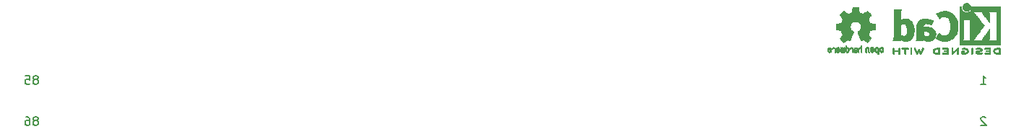
<source format=gbr>
%TF.GenerationSoftware,KiCad,Pcbnew,(5.1.6)-1*%
%TF.CreationDate,2022-11-05T15:29:03-04:00*%
%TF.ProjectId,A500-side-clockport,41353030-2d73-4696-9465-2d636c6f636b,rev?*%
%TF.SameCoordinates,Original*%
%TF.FileFunction,Legend,Bot*%
%TF.FilePolarity,Positive*%
%FSLAX46Y46*%
G04 Gerber Fmt 4.6, Leading zero omitted, Abs format (unit mm)*
G04 Created by KiCad (PCBNEW (5.1.6)-1) date 2022-11-05 15:29:03*
%MOMM*%
%LPD*%
G01*
G04 APERTURE LIST*
%ADD10C,0.150000*%
%ADD11C,0.010000*%
G04 APERTURE END LIST*
D10*
X99631428Y-80398952D02*
X99726666Y-80351333D01*
X99774285Y-80303714D01*
X99821904Y-80208476D01*
X99821904Y-80160857D01*
X99774285Y-80065619D01*
X99726666Y-80018000D01*
X99631428Y-79970380D01*
X99440952Y-79970380D01*
X99345714Y-80018000D01*
X99298095Y-80065619D01*
X99250476Y-80160857D01*
X99250476Y-80208476D01*
X99298095Y-80303714D01*
X99345714Y-80351333D01*
X99440952Y-80398952D01*
X99631428Y-80398952D01*
X99726666Y-80446571D01*
X99774285Y-80494190D01*
X99821904Y-80589428D01*
X99821904Y-80779904D01*
X99774285Y-80875142D01*
X99726666Y-80922761D01*
X99631428Y-80970380D01*
X99440952Y-80970380D01*
X99345714Y-80922761D01*
X99298095Y-80875142D01*
X99250476Y-80779904D01*
X99250476Y-80589428D01*
X99298095Y-80494190D01*
X99345714Y-80446571D01*
X99440952Y-80398952D01*
X98345714Y-79970380D02*
X98821904Y-79970380D01*
X98869523Y-80446571D01*
X98821904Y-80398952D01*
X98726666Y-80351333D01*
X98488571Y-80351333D01*
X98393333Y-80398952D01*
X98345714Y-80446571D01*
X98298095Y-80541809D01*
X98298095Y-80779904D01*
X98345714Y-80875142D01*
X98393333Y-80922761D01*
X98488571Y-80970380D01*
X98726666Y-80970380D01*
X98821904Y-80922761D01*
X98869523Y-80875142D01*
X99631428Y-85224952D02*
X99726666Y-85177333D01*
X99774285Y-85129714D01*
X99821904Y-85034476D01*
X99821904Y-84986857D01*
X99774285Y-84891619D01*
X99726666Y-84844000D01*
X99631428Y-84796380D01*
X99440952Y-84796380D01*
X99345714Y-84844000D01*
X99298095Y-84891619D01*
X99250476Y-84986857D01*
X99250476Y-85034476D01*
X99298095Y-85129714D01*
X99345714Y-85177333D01*
X99440952Y-85224952D01*
X99631428Y-85224952D01*
X99726666Y-85272571D01*
X99774285Y-85320190D01*
X99821904Y-85415428D01*
X99821904Y-85605904D01*
X99774285Y-85701142D01*
X99726666Y-85748761D01*
X99631428Y-85796380D01*
X99440952Y-85796380D01*
X99345714Y-85748761D01*
X99298095Y-85701142D01*
X99250476Y-85605904D01*
X99250476Y-85415428D01*
X99298095Y-85320190D01*
X99345714Y-85272571D01*
X99440952Y-85224952D01*
X98393333Y-84796380D02*
X98583809Y-84796380D01*
X98679047Y-84844000D01*
X98726666Y-84891619D01*
X98821904Y-85034476D01*
X98869523Y-85224952D01*
X98869523Y-85605904D01*
X98821904Y-85701142D01*
X98774285Y-85748761D01*
X98679047Y-85796380D01*
X98488571Y-85796380D01*
X98393333Y-85748761D01*
X98345714Y-85701142D01*
X98298095Y-85605904D01*
X98298095Y-85367809D01*
X98345714Y-85272571D01*
X98393333Y-85224952D01*
X98488571Y-85177333D01*
X98679047Y-85177333D01*
X98774285Y-85224952D01*
X98821904Y-85272571D01*
X98869523Y-85367809D01*
X210851714Y-84891619D02*
X210804095Y-84844000D01*
X210708857Y-84796380D01*
X210470761Y-84796380D01*
X210375523Y-84844000D01*
X210327904Y-84891619D01*
X210280285Y-84986857D01*
X210280285Y-85082095D01*
X210327904Y-85224952D01*
X210899333Y-85796380D01*
X210280285Y-85796380D01*
X210280285Y-80970380D02*
X210851714Y-80970380D01*
X210566000Y-80970380D02*
X210566000Y-79970380D01*
X210661238Y-80113238D01*
X210756476Y-80208476D01*
X210851714Y-80256095D01*
D11*
%TO.C,REF\u002A\u002A*%
G36*
X197980256Y-76595918D02*
G01*
X197924799Y-76623568D01*
X197875852Y-76674480D01*
X197862371Y-76693338D01*
X197847686Y-76718015D01*
X197838158Y-76744816D01*
X197832707Y-76780587D01*
X197830253Y-76832169D01*
X197829714Y-76900267D01*
X197832148Y-76993588D01*
X197840606Y-77063657D01*
X197856826Y-77115931D01*
X197882546Y-77155869D01*
X197919503Y-77188929D01*
X197922218Y-77190886D01*
X197958640Y-77210908D01*
X198002498Y-77220815D01*
X198058276Y-77223257D01*
X198148952Y-77223257D01*
X198148990Y-77311283D01*
X198149834Y-77360308D01*
X198154976Y-77389065D01*
X198168413Y-77406311D01*
X198194142Y-77420808D01*
X198200321Y-77423769D01*
X198229236Y-77437648D01*
X198251624Y-77446414D01*
X198268271Y-77447171D01*
X198279964Y-77437023D01*
X198287490Y-77413073D01*
X198291634Y-77372426D01*
X198293185Y-77312186D01*
X198292929Y-77229455D01*
X198291651Y-77121339D01*
X198291252Y-77089000D01*
X198289815Y-76977524D01*
X198288528Y-76904603D01*
X198149029Y-76904603D01*
X198148245Y-76966499D01*
X198144760Y-77006997D01*
X198136876Y-77033708D01*
X198122895Y-77054244D01*
X198113403Y-77064260D01*
X198074596Y-77093567D01*
X198040237Y-77095952D01*
X198004784Y-77071750D01*
X198003886Y-77070857D01*
X197989461Y-77052153D01*
X197980687Y-77026732D01*
X197976261Y-76987584D01*
X197974882Y-76927697D01*
X197974857Y-76914430D01*
X197978188Y-76831901D01*
X197989031Y-76774691D01*
X198008660Y-76739766D01*
X198038350Y-76724094D01*
X198055509Y-76722514D01*
X198096234Y-76729926D01*
X198124168Y-76754330D01*
X198140983Y-76798980D01*
X198148350Y-76867130D01*
X198149029Y-76904603D01*
X198288528Y-76904603D01*
X198288292Y-76891245D01*
X198286323Y-76826333D01*
X198283550Y-76778958D01*
X198279612Y-76745290D01*
X198274151Y-76721498D01*
X198266808Y-76703753D01*
X198257223Y-76688224D01*
X198253113Y-76682381D01*
X198198595Y-76627185D01*
X198129664Y-76595890D01*
X198049928Y-76587165D01*
X197980256Y-76595918D01*
G37*
X197980256Y-76595918D02*
X197924799Y-76623568D01*
X197875852Y-76674480D01*
X197862371Y-76693338D01*
X197847686Y-76718015D01*
X197838158Y-76744816D01*
X197832707Y-76780587D01*
X197830253Y-76832169D01*
X197829714Y-76900267D01*
X197832148Y-76993588D01*
X197840606Y-77063657D01*
X197856826Y-77115931D01*
X197882546Y-77155869D01*
X197919503Y-77188929D01*
X197922218Y-77190886D01*
X197958640Y-77210908D01*
X198002498Y-77220815D01*
X198058276Y-77223257D01*
X198148952Y-77223257D01*
X198148990Y-77311283D01*
X198149834Y-77360308D01*
X198154976Y-77389065D01*
X198168413Y-77406311D01*
X198194142Y-77420808D01*
X198200321Y-77423769D01*
X198229236Y-77437648D01*
X198251624Y-77446414D01*
X198268271Y-77447171D01*
X198279964Y-77437023D01*
X198287490Y-77413073D01*
X198291634Y-77372426D01*
X198293185Y-77312186D01*
X198292929Y-77229455D01*
X198291651Y-77121339D01*
X198291252Y-77089000D01*
X198289815Y-76977524D01*
X198288528Y-76904603D01*
X198149029Y-76904603D01*
X198148245Y-76966499D01*
X198144760Y-77006997D01*
X198136876Y-77033708D01*
X198122895Y-77054244D01*
X198113403Y-77064260D01*
X198074596Y-77093567D01*
X198040237Y-77095952D01*
X198004784Y-77071750D01*
X198003886Y-77070857D01*
X197989461Y-77052153D01*
X197980687Y-77026732D01*
X197976261Y-76987584D01*
X197974882Y-76927697D01*
X197974857Y-76914430D01*
X197978188Y-76831901D01*
X197989031Y-76774691D01*
X198008660Y-76739766D01*
X198038350Y-76724094D01*
X198055509Y-76722514D01*
X198096234Y-76729926D01*
X198124168Y-76754330D01*
X198140983Y-76798980D01*
X198148350Y-76867130D01*
X198149029Y-76904603D01*
X198288528Y-76904603D01*
X198288292Y-76891245D01*
X198286323Y-76826333D01*
X198283550Y-76778958D01*
X198279612Y-76745290D01*
X198274151Y-76721498D01*
X198266808Y-76703753D01*
X198257223Y-76688224D01*
X198253113Y-76682381D01*
X198198595Y-76627185D01*
X198129664Y-76595890D01*
X198049928Y-76587165D01*
X197980256Y-76595918D01*
G36*
X196863907Y-76603780D02*
G01*
X196817328Y-76630723D01*
X196784943Y-76657466D01*
X196761258Y-76685484D01*
X196744941Y-76719748D01*
X196734661Y-76765227D01*
X196729086Y-76826892D01*
X196726884Y-76909711D01*
X196726629Y-76969246D01*
X196726629Y-77188391D01*
X196788314Y-77216044D01*
X196850000Y-77243697D01*
X196857257Y-77003670D01*
X196860256Y-76914028D01*
X196863402Y-76848962D01*
X196867299Y-76804026D01*
X196872553Y-76774770D01*
X196879769Y-76756748D01*
X196889550Y-76745511D01*
X196892688Y-76743079D01*
X196940239Y-76724083D01*
X196988303Y-76731600D01*
X197016914Y-76751543D01*
X197028553Y-76765675D01*
X197036609Y-76784220D01*
X197041729Y-76812334D01*
X197044559Y-76855173D01*
X197045744Y-76917895D01*
X197045943Y-76983261D01*
X197045982Y-77065268D01*
X197047386Y-77123316D01*
X197052086Y-77162465D01*
X197062013Y-77187780D01*
X197079097Y-77204323D01*
X197105268Y-77217156D01*
X197140225Y-77230491D01*
X197178404Y-77245007D01*
X197173859Y-76987389D01*
X197172029Y-76894519D01*
X197169888Y-76825889D01*
X197166819Y-76776711D01*
X197162206Y-76742198D01*
X197155432Y-76717562D01*
X197145881Y-76698016D01*
X197134366Y-76680770D01*
X197078810Y-76625680D01*
X197011020Y-76593822D01*
X196937287Y-76586191D01*
X196863907Y-76603780D01*
G37*
X196863907Y-76603780D02*
X196817328Y-76630723D01*
X196784943Y-76657466D01*
X196761258Y-76685484D01*
X196744941Y-76719748D01*
X196734661Y-76765227D01*
X196729086Y-76826892D01*
X196726884Y-76909711D01*
X196726629Y-76969246D01*
X196726629Y-77188391D01*
X196788314Y-77216044D01*
X196850000Y-77243697D01*
X196857257Y-77003670D01*
X196860256Y-76914028D01*
X196863402Y-76848962D01*
X196867299Y-76804026D01*
X196872553Y-76774770D01*
X196879769Y-76756748D01*
X196889550Y-76745511D01*
X196892688Y-76743079D01*
X196940239Y-76724083D01*
X196988303Y-76731600D01*
X197016914Y-76751543D01*
X197028553Y-76765675D01*
X197036609Y-76784220D01*
X197041729Y-76812334D01*
X197044559Y-76855173D01*
X197045744Y-76917895D01*
X197045943Y-76983261D01*
X197045982Y-77065268D01*
X197047386Y-77123316D01*
X197052086Y-77162465D01*
X197062013Y-77187780D01*
X197079097Y-77204323D01*
X197105268Y-77217156D01*
X197140225Y-77230491D01*
X197178404Y-77245007D01*
X197173859Y-76987389D01*
X197172029Y-76894519D01*
X197169888Y-76825889D01*
X197166819Y-76776711D01*
X197162206Y-76742198D01*
X197155432Y-76717562D01*
X197145881Y-76698016D01*
X197134366Y-76680770D01*
X197078810Y-76625680D01*
X197011020Y-76593822D01*
X196937287Y-76586191D01*
X196863907Y-76603780D01*
G36*
X198538885Y-76597962D02*
G01*
X198470855Y-76633733D01*
X198420649Y-76691301D01*
X198402815Y-76728312D01*
X198388937Y-76783882D01*
X198381833Y-76854096D01*
X198381160Y-76930727D01*
X198386573Y-77005552D01*
X198397730Y-77070342D01*
X198414286Y-77116873D01*
X198419374Y-77124887D01*
X198479645Y-77184707D01*
X198551231Y-77220535D01*
X198628908Y-77231020D01*
X198707452Y-77214810D01*
X198729311Y-77205092D01*
X198771878Y-77175143D01*
X198809237Y-77135433D01*
X198812768Y-77130397D01*
X198827119Y-77106124D01*
X198836606Y-77080178D01*
X198842210Y-77046022D01*
X198844914Y-76997119D01*
X198845701Y-76926935D01*
X198845714Y-76911200D01*
X198845678Y-76906192D01*
X198700571Y-76906192D01*
X198699727Y-76972430D01*
X198696404Y-77016386D01*
X198689417Y-77044779D01*
X198677584Y-77064325D01*
X198671543Y-77070857D01*
X198636814Y-77095680D01*
X198603097Y-77094548D01*
X198569005Y-77073016D01*
X198548671Y-77050029D01*
X198536629Y-77016478D01*
X198529866Y-76963569D01*
X198529402Y-76957399D01*
X198528248Y-76861513D01*
X198540312Y-76790299D01*
X198565430Y-76744194D01*
X198603440Y-76723635D01*
X198617008Y-76722514D01*
X198652636Y-76728152D01*
X198677006Y-76747686D01*
X198691907Y-76785042D01*
X198699125Y-76844150D01*
X198700571Y-76906192D01*
X198845678Y-76906192D01*
X198845174Y-76836413D01*
X198842904Y-76784159D01*
X198837932Y-76747949D01*
X198829287Y-76721299D01*
X198815995Y-76697722D01*
X198813057Y-76693338D01*
X198763687Y-76634249D01*
X198709891Y-76599947D01*
X198644398Y-76586331D01*
X198622158Y-76585665D01*
X198538885Y-76597962D01*
G37*
X198538885Y-76597962D02*
X198470855Y-76633733D01*
X198420649Y-76691301D01*
X198402815Y-76728312D01*
X198388937Y-76783882D01*
X198381833Y-76854096D01*
X198381160Y-76930727D01*
X198386573Y-77005552D01*
X198397730Y-77070342D01*
X198414286Y-77116873D01*
X198419374Y-77124887D01*
X198479645Y-77184707D01*
X198551231Y-77220535D01*
X198628908Y-77231020D01*
X198707452Y-77214810D01*
X198729311Y-77205092D01*
X198771878Y-77175143D01*
X198809237Y-77135433D01*
X198812768Y-77130397D01*
X198827119Y-77106124D01*
X198836606Y-77080178D01*
X198842210Y-77046022D01*
X198844914Y-76997119D01*
X198845701Y-76926935D01*
X198845714Y-76911200D01*
X198845678Y-76906192D01*
X198700571Y-76906192D01*
X198699727Y-76972430D01*
X198696404Y-77016386D01*
X198689417Y-77044779D01*
X198677584Y-77064325D01*
X198671543Y-77070857D01*
X198636814Y-77095680D01*
X198603097Y-77094548D01*
X198569005Y-77073016D01*
X198548671Y-77050029D01*
X198536629Y-77016478D01*
X198529866Y-76963569D01*
X198529402Y-76957399D01*
X198528248Y-76861513D01*
X198540312Y-76790299D01*
X198565430Y-76744194D01*
X198603440Y-76723635D01*
X198617008Y-76722514D01*
X198652636Y-76728152D01*
X198677006Y-76747686D01*
X198691907Y-76785042D01*
X198699125Y-76844150D01*
X198700571Y-76906192D01*
X198845678Y-76906192D01*
X198845174Y-76836413D01*
X198842904Y-76784159D01*
X198837932Y-76747949D01*
X198829287Y-76721299D01*
X198815995Y-76697722D01*
X198813057Y-76693338D01*
X198763687Y-76634249D01*
X198709891Y-76599947D01*
X198644398Y-76586331D01*
X198622158Y-76585665D01*
X198538885Y-76597962D01*
G36*
X197411697Y-76607239D02*
G01*
X197354473Y-76645735D01*
X197310251Y-76701335D01*
X197283833Y-76772086D01*
X197278490Y-76824162D01*
X197279097Y-76845893D01*
X197284178Y-76862531D01*
X197298145Y-76877437D01*
X197325411Y-76893973D01*
X197370388Y-76915498D01*
X197437489Y-76945374D01*
X197437829Y-76945524D01*
X197499593Y-76973813D01*
X197550241Y-76998933D01*
X197584596Y-77018179D01*
X197597482Y-77028848D01*
X197597486Y-77028934D01*
X197586128Y-77052166D01*
X197559569Y-77077774D01*
X197529077Y-77096221D01*
X197513630Y-77099886D01*
X197471485Y-77087212D01*
X197435192Y-77055471D01*
X197417483Y-77020572D01*
X197400448Y-76994845D01*
X197367078Y-76965546D01*
X197327851Y-76940235D01*
X197293244Y-76926471D01*
X197286007Y-76925714D01*
X197277861Y-76938160D01*
X197277370Y-76969972D01*
X197283357Y-77012866D01*
X197294643Y-77058558D01*
X197310050Y-77098761D01*
X197310829Y-77100322D01*
X197357196Y-77165062D01*
X197417289Y-77209097D01*
X197485535Y-77230711D01*
X197556362Y-77228185D01*
X197624196Y-77199804D01*
X197627212Y-77197808D01*
X197680573Y-77149448D01*
X197715660Y-77086352D01*
X197735078Y-77003387D01*
X197737684Y-76980078D01*
X197742299Y-76870055D01*
X197736767Y-76818748D01*
X197597486Y-76818748D01*
X197595676Y-76850753D01*
X197585778Y-76860093D01*
X197561102Y-76853105D01*
X197522205Y-76836587D01*
X197478725Y-76815881D01*
X197477644Y-76815333D01*
X197440791Y-76795949D01*
X197426000Y-76783013D01*
X197429647Y-76769451D01*
X197445005Y-76751632D01*
X197484077Y-76725845D01*
X197526154Y-76723950D01*
X197563897Y-76742717D01*
X197589966Y-76778915D01*
X197597486Y-76818748D01*
X197736767Y-76818748D01*
X197732806Y-76782027D01*
X197708450Y-76712212D01*
X197674544Y-76663302D01*
X197613347Y-76613878D01*
X197545937Y-76589359D01*
X197477120Y-76587797D01*
X197411697Y-76607239D01*
G37*
X197411697Y-76607239D02*
X197354473Y-76645735D01*
X197310251Y-76701335D01*
X197283833Y-76772086D01*
X197278490Y-76824162D01*
X197279097Y-76845893D01*
X197284178Y-76862531D01*
X197298145Y-76877437D01*
X197325411Y-76893973D01*
X197370388Y-76915498D01*
X197437489Y-76945374D01*
X197437829Y-76945524D01*
X197499593Y-76973813D01*
X197550241Y-76998933D01*
X197584596Y-77018179D01*
X197597482Y-77028848D01*
X197597486Y-77028934D01*
X197586128Y-77052166D01*
X197559569Y-77077774D01*
X197529077Y-77096221D01*
X197513630Y-77099886D01*
X197471485Y-77087212D01*
X197435192Y-77055471D01*
X197417483Y-77020572D01*
X197400448Y-76994845D01*
X197367078Y-76965546D01*
X197327851Y-76940235D01*
X197293244Y-76926471D01*
X197286007Y-76925714D01*
X197277861Y-76938160D01*
X197277370Y-76969972D01*
X197283357Y-77012866D01*
X197294643Y-77058558D01*
X197310050Y-77098761D01*
X197310829Y-77100322D01*
X197357196Y-77165062D01*
X197417289Y-77209097D01*
X197485535Y-77230711D01*
X197556362Y-77228185D01*
X197624196Y-77199804D01*
X197627212Y-77197808D01*
X197680573Y-77149448D01*
X197715660Y-77086352D01*
X197735078Y-77003387D01*
X197737684Y-76980078D01*
X197742299Y-76870055D01*
X197736767Y-76818748D01*
X197597486Y-76818748D01*
X197595676Y-76850753D01*
X197585778Y-76860093D01*
X197561102Y-76853105D01*
X197522205Y-76836587D01*
X197478725Y-76815881D01*
X197477644Y-76815333D01*
X197440791Y-76795949D01*
X197426000Y-76783013D01*
X197429647Y-76769451D01*
X197445005Y-76751632D01*
X197484077Y-76725845D01*
X197526154Y-76723950D01*
X197563897Y-76742717D01*
X197589966Y-76778915D01*
X197597486Y-76818748D01*
X197736767Y-76818748D01*
X197732806Y-76782027D01*
X197708450Y-76712212D01*
X197674544Y-76663302D01*
X197613347Y-76613878D01*
X197545937Y-76589359D01*
X197477120Y-76587797D01*
X197411697Y-76607239D01*
G36*
X196204114Y-76527289D02*
G01*
X196199861Y-76586613D01*
X196194975Y-76621572D01*
X196188205Y-76636820D01*
X196178298Y-76637015D01*
X196175086Y-76635195D01*
X196132356Y-76622015D01*
X196076773Y-76622785D01*
X196020263Y-76636333D01*
X195984918Y-76653861D01*
X195948679Y-76681861D01*
X195922187Y-76713549D01*
X195904001Y-76753813D01*
X195892678Y-76807543D01*
X195886778Y-76879626D01*
X195884857Y-76974951D01*
X195884823Y-76993237D01*
X195884800Y-77198646D01*
X195930509Y-77214580D01*
X195962973Y-77225420D01*
X195980785Y-77230468D01*
X195981309Y-77230514D01*
X195983063Y-77216828D01*
X195984556Y-77179076D01*
X195985674Y-77122224D01*
X195986303Y-77051234D01*
X195986400Y-77008073D01*
X195986602Y-76922973D01*
X195987642Y-76861981D01*
X195990169Y-76820177D01*
X195994836Y-76792642D01*
X196002293Y-76774456D01*
X196013189Y-76760698D01*
X196019993Y-76754073D01*
X196066728Y-76727375D01*
X196117728Y-76725375D01*
X196163999Y-76747955D01*
X196172556Y-76756107D01*
X196185107Y-76771436D01*
X196193812Y-76789618D01*
X196199369Y-76815909D01*
X196202474Y-76855562D01*
X196203824Y-76913832D01*
X196204114Y-76994173D01*
X196204114Y-77198646D01*
X196249823Y-77214580D01*
X196282287Y-77225420D01*
X196300099Y-77230468D01*
X196300623Y-77230514D01*
X196301963Y-77216623D01*
X196303172Y-77177439D01*
X196304199Y-77116700D01*
X196304998Y-77038141D01*
X196305519Y-76945498D01*
X196305714Y-76842509D01*
X196305714Y-76445342D01*
X196258543Y-76425444D01*
X196211371Y-76405547D01*
X196204114Y-76527289D01*
G37*
X196204114Y-76527289D02*
X196199861Y-76586613D01*
X196194975Y-76621572D01*
X196188205Y-76636820D01*
X196178298Y-76637015D01*
X196175086Y-76635195D01*
X196132356Y-76622015D01*
X196076773Y-76622785D01*
X196020263Y-76636333D01*
X195984918Y-76653861D01*
X195948679Y-76681861D01*
X195922187Y-76713549D01*
X195904001Y-76753813D01*
X195892678Y-76807543D01*
X195886778Y-76879626D01*
X195884857Y-76974951D01*
X195884823Y-76993237D01*
X195884800Y-77198646D01*
X195930509Y-77214580D01*
X195962973Y-77225420D01*
X195980785Y-77230468D01*
X195981309Y-77230514D01*
X195983063Y-77216828D01*
X195984556Y-77179076D01*
X195985674Y-77122224D01*
X195986303Y-77051234D01*
X195986400Y-77008073D01*
X195986602Y-76922973D01*
X195987642Y-76861981D01*
X195990169Y-76820177D01*
X195994836Y-76792642D01*
X196002293Y-76774456D01*
X196013189Y-76760698D01*
X196019993Y-76754073D01*
X196066728Y-76727375D01*
X196117728Y-76725375D01*
X196163999Y-76747955D01*
X196172556Y-76756107D01*
X196185107Y-76771436D01*
X196193812Y-76789618D01*
X196199369Y-76815909D01*
X196202474Y-76855562D01*
X196203824Y-76913832D01*
X196204114Y-76994173D01*
X196204114Y-77198646D01*
X196249823Y-77214580D01*
X196282287Y-77225420D01*
X196300099Y-77230468D01*
X196300623Y-77230514D01*
X196301963Y-77216623D01*
X196303172Y-77177439D01*
X196304199Y-77116700D01*
X196304998Y-77038141D01*
X196305519Y-76945498D01*
X196305714Y-76842509D01*
X196305714Y-76445342D01*
X196258543Y-76425444D01*
X196211371Y-76405547D01*
X196204114Y-76527289D01*
G36*
X195540256Y-76626968D02*
G01*
X195483384Y-76648087D01*
X195482733Y-76648493D01*
X195447560Y-76674380D01*
X195421593Y-76704633D01*
X195403330Y-76744058D01*
X195391268Y-76797462D01*
X195383904Y-76869651D01*
X195379736Y-76965432D01*
X195379371Y-76979078D01*
X195374124Y-77184842D01*
X195418284Y-77207678D01*
X195450237Y-77223110D01*
X195469530Y-77230423D01*
X195470422Y-77230514D01*
X195473761Y-77217022D01*
X195476413Y-77180626D01*
X195478044Y-77127452D01*
X195478400Y-77084393D01*
X195478408Y-77014641D01*
X195481597Y-76970837D01*
X195492712Y-76949944D01*
X195516499Y-76948925D01*
X195557704Y-76964741D01*
X195619914Y-76993815D01*
X195665659Y-77017963D01*
X195689187Y-77038913D01*
X195696104Y-77061747D01*
X195696114Y-77062877D01*
X195684701Y-77102212D01*
X195650908Y-77123462D01*
X195599191Y-77126539D01*
X195561939Y-77126006D01*
X195542297Y-77136735D01*
X195530048Y-77162505D01*
X195522998Y-77195337D01*
X195533158Y-77213966D01*
X195536983Y-77216632D01*
X195572999Y-77227340D01*
X195623434Y-77228856D01*
X195675374Y-77221759D01*
X195712178Y-77208788D01*
X195763062Y-77165585D01*
X195791986Y-77105446D01*
X195797714Y-77058462D01*
X195793343Y-77016082D01*
X195777525Y-76981488D01*
X195746203Y-76950763D01*
X195695322Y-76919990D01*
X195620824Y-76885252D01*
X195616286Y-76883288D01*
X195549179Y-76852287D01*
X195507768Y-76826862D01*
X195490019Y-76804014D01*
X195493893Y-76780745D01*
X195517357Y-76754056D01*
X195524373Y-76747914D01*
X195571370Y-76724100D01*
X195620067Y-76725103D01*
X195662478Y-76748451D01*
X195690616Y-76791675D01*
X195693231Y-76800160D01*
X195718692Y-76841308D01*
X195750999Y-76861128D01*
X195797714Y-76880770D01*
X195797714Y-76829950D01*
X195783504Y-76756082D01*
X195741325Y-76688327D01*
X195719376Y-76665661D01*
X195669483Y-76636569D01*
X195606033Y-76623400D01*
X195540256Y-76626968D01*
G37*
X195540256Y-76626968D02*
X195483384Y-76648087D01*
X195482733Y-76648493D01*
X195447560Y-76674380D01*
X195421593Y-76704633D01*
X195403330Y-76744058D01*
X195391268Y-76797462D01*
X195383904Y-76869651D01*
X195379736Y-76965432D01*
X195379371Y-76979078D01*
X195374124Y-77184842D01*
X195418284Y-77207678D01*
X195450237Y-77223110D01*
X195469530Y-77230423D01*
X195470422Y-77230514D01*
X195473761Y-77217022D01*
X195476413Y-77180626D01*
X195478044Y-77127452D01*
X195478400Y-77084393D01*
X195478408Y-77014641D01*
X195481597Y-76970837D01*
X195492712Y-76949944D01*
X195516499Y-76948925D01*
X195557704Y-76964741D01*
X195619914Y-76993815D01*
X195665659Y-77017963D01*
X195689187Y-77038913D01*
X195696104Y-77061747D01*
X195696114Y-77062877D01*
X195684701Y-77102212D01*
X195650908Y-77123462D01*
X195599191Y-77126539D01*
X195561939Y-77126006D01*
X195542297Y-77136735D01*
X195530048Y-77162505D01*
X195522998Y-77195337D01*
X195533158Y-77213966D01*
X195536983Y-77216632D01*
X195572999Y-77227340D01*
X195623434Y-77228856D01*
X195675374Y-77221759D01*
X195712178Y-77208788D01*
X195763062Y-77165585D01*
X195791986Y-77105446D01*
X195797714Y-77058462D01*
X195793343Y-77016082D01*
X195777525Y-76981488D01*
X195746203Y-76950763D01*
X195695322Y-76919990D01*
X195620824Y-76885252D01*
X195616286Y-76883288D01*
X195549179Y-76852287D01*
X195507768Y-76826862D01*
X195490019Y-76804014D01*
X195493893Y-76780745D01*
X195517357Y-76754056D01*
X195524373Y-76747914D01*
X195571370Y-76724100D01*
X195620067Y-76725103D01*
X195662478Y-76748451D01*
X195690616Y-76791675D01*
X195693231Y-76800160D01*
X195718692Y-76841308D01*
X195750999Y-76861128D01*
X195797714Y-76880770D01*
X195797714Y-76829950D01*
X195783504Y-76756082D01*
X195741325Y-76688327D01*
X195719376Y-76665661D01*
X195669483Y-76636569D01*
X195606033Y-76623400D01*
X195540256Y-76626968D01*
G36*
X195050074Y-76625755D02*
G01*
X194984142Y-76650084D01*
X194930727Y-76693117D01*
X194909836Y-76723409D01*
X194887061Y-76778994D01*
X194887534Y-76819186D01*
X194911438Y-76846217D01*
X194920283Y-76850813D01*
X194958470Y-76865144D01*
X194977972Y-76861472D01*
X194984578Y-76837407D01*
X194984914Y-76824114D01*
X194997008Y-76775210D01*
X195028529Y-76740999D01*
X195072341Y-76724476D01*
X195121305Y-76728634D01*
X195161106Y-76750227D01*
X195174550Y-76762544D01*
X195184079Y-76777487D01*
X195190515Y-76800075D01*
X195194683Y-76835328D01*
X195197403Y-76888266D01*
X195199498Y-76963907D01*
X195200040Y-76987857D01*
X195202019Y-77069790D01*
X195204269Y-77127455D01*
X195207643Y-77165608D01*
X195212994Y-77189004D01*
X195221176Y-77202398D01*
X195233041Y-77210545D01*
X195240638Y-77214144D01*
X195272898Y-77226452D01*
X195291889Y-77230514D01*
X195298164Y-77216948D01*
X195301994Y-77175934D01*
X195303400Y-77106999D01*
X195302402Y-77009669D01*
X195302092Y-76994657D01*
X195299899Y-76905859D01*
X195297307Y-76841019D01*
X195293618Y-76795067D01*
X195288136Y-76762935D01*
X195280165Y-76739553D01*
X195269007Y-76719852D01*
X195263170Y-76711410D01*
X195229704Y-76674057D01*
X195192273Y-76645003D01*
X195187691Y-76642467D01*
X195120574Y-76622443D01*
X195050074Y-76625755D01*
G37*
X195050074Y-76625755D02*
X194984142Y-76650084D01*
X194930727Y-76693117D01*
X194909836Y-76723409D01*
X194887061Y-76778994D01*
X194887534Y-76819186D01*
X194911438Y-76846217D01*
X194920283Y-76850813D01*
X194958470Y-76865144D01*
X194977972Y-76861472D01*
X194984578Y-76837407D01*
X194984914Y-76824114D01*
X194997008Y-76775210D01*
X195028529Y-76740999D01*
X195072341Y-76724476D01*
X195121305Y-76728634D01*
X195161106Y-76750227D01*
X195174550Y-76762544D01*
X195184079Y-76777487D01*
X195190515Y-76800075D01*
X195194683Y-76835328D01*
X195197403Y-76888266D01*
X195199498Y-76963907D01*
X195200040Y-76987857D01*
X195202019Y-77069790D01*
X195204269Y-77127455D01*
X195207643Y-77165608D01*
X195212994Y-77189004D01*
X195221176Y-77202398D01*
X195233041Y-77210545D01*
X195240638Y-77214144D01*
X195272898Y-77226452D01*
X195291889Y-77230514D01*
X195298164Y-77216948D01*
X195301994Y-77175934D01*
X195303400Y-77106999D01*
X195302402Y-77009669D01*
X195302092Y-76994657D01*
X195299899Y-76905859D01*
X195297307Y-76841019D01*
X195293618Y-76795067D01*
X195288136Y-76762935D01*
X195280165Y-76739553D01*
X195269007Y-76719852D01*
X195263170Y-76711410D01*
X195229704Y-76674057D01*
X195192273Y-76645003D01*
X195187691Y-76642467D01*
X195120574Y-76622443D01*
X195050074Y-76625755D01*
G36*
X194389883Y-76741358D02*
G01*
X194390067Y-76849837D01*
X194390781Y-76933287D01*
X194392325Y-76995704D01*
X194394999Y-77041085D01*
X194399106Y-77073429D01*
X194404945Y-77096733D01*
X194412818Y-77114995D01*
X194418779Y-77125418D01*
X194468145Y-77181945D01*
X194530736Y-77217377D01*
X194599987Y-77230090D01*
X194669332Y-77218463D01*
X194710625Y-77197568D01*
X194753975Y-77161422D01*
X194783519Y-77117276D01*
X194801345Y-77059462D01*
X194809537Y-76982313D01*
X194810698Y-76925714D01*
X194810542Y-76921647D01*
X194709143Y-76921647D01*
X194708524Y-76986550D01*
X194705686Y-77029514D01*
X194699160Y-77057622D01*
X194687477Y-77077953D01*
X194673517Y-77093288D01*
X194626635Y-77122890D01*
X194576299Y-77125419D01*
X194528724Y-77100705D01*
X194525021Y-77097356D01*
X194509217Y-77079935D01*
X194499307Y-77059209D01*
X194493942Y-77028362D01*
X194491772Y-76980577D01*
X194491429Y-76927748D01*
X194492173Y-76861381D01*
X194495252Y-76817106D01*
X194501939Y-76788009D01*
X194513504Y-76767173D01*
X194522987Y-76756107D01*
X194567040Y-76728198D01*
X194617776Y-76724843D01*
X194666204Y-76746159D01*
X194675550Y-76754073D01*
X194691460Y-76771647D01*
X194701390Y-76792587D01*
X194706722Y-76823782D01*
X194708837Y-76872122D01*
X194709143Y-76921647D01*
X194810542Y-76921647D01*
X194807190Y-76834568D01*
X194795274Y-76766086D01*
X194772865Y-76714600D01*
X194737876Y-76674443D01*
X194710625Y-76653861D01*
X194661093Y-76631625D01*
X194603684Y-76621304D01*
X194550318Y-76624067D01*
X194520457Y-76635212D01*
X194508739Y-76638383D01*
X194500963Y-76626557D01*
X194495535Y-76594866D01*
X194491429Y-76546593D01*
X194486933Y-76492829D01*
X194480687Y-76460482D01*
X194469324Y-76441985D01*
X194449472Y-76429770D01*
X194437000Y-76424362D01*
X194389829Y-76404601D01*
X194389883Y-76741358D01*
G37*
X194389883Y-76741358D02*
X194390067Y-76849837D01*
X194390781Y-76933287D01*
X194392325Y-76995704D01*
X194394999Y-77041085D01*
X194399106Y-77073429D01*
X194404945Y-77096733D01*
X194412818Y-77114995D01*
X194418779Y-77125418D01*
X194468145Y-77181945D01*
X194530736Y-77217377D01*
X194599987Y-77230090D01*
X194669332Y-77218463D01*
X194710625Y-77197568D01*
X194753975Y-77161422D01*
X194783519Y-77117276D01*
X194801345Y-77059462D01*
X194809537Y-76982313D01*
X194810698Y-76925714D01*
X194810542Y-76921647D01*
X194709143Y-76921647D01*
X194708524Y-76986550D01*
X194705686Y-77029514D01*
X194699160Y-77057622D01*
X194687477Y-77077953D01*
X194673517Y-77093288D01*
X194626635Y-77122890D01*
X194576299Y-77125419D01*
X194528724Y-77100705D01*
X194525021Y-77097356D01*
X194509217Y-77079935D01*
X194499307Y-77059209D01*
X194493942Y-77028362D01*
X194491772Y-76980577D01*
X194491429Y-76927748D01*
X194492173Y-76861381D01*
X194495252Y-76817106D01*
X194501939Y-76788009D01*
X194513504Y-76767173D01*
X194522987Y-76756107D01*
X194567040Y-76728198D01*
X194617776Y-76724843D01*
X194666204Y-76746159D01*
X194675550Y-76754073D01*
X194691460Y-76771647D01*
X194701390Y-76792587D01*
X194706722Y-76823782D01*
X194708837Y-76872122D01*
X194709143Y-76921647D01*
X194810542Y-76921647D01*
X194807190Y-76834568D01*
X194795274Y-76766086D01*
X194772865Y-76714600D01*
X194737876Y-76674443D01*
X194710625Y-76653861D01*
X194661093Y-76631625D01*
X194603684Y-76621304D01*
X194550318Y-76624067D01*
X194520457Y-76635212D01*
X194508739Y-76638383D01*
X194500963Y-76626557D01*
X194495535Y-76594866D01*
X194491429Y-76546593D01*
X194486933Y-76492829D01*
X194480687Y-76460482D01*
X194469324Y-76441985D01*
X194449472Y-76429770D01*
X194437000Y-76424362D01*
X194389829Y-76404601D01*
X194389883Y-76741358D01*
G36*
X193800167Y-76634663D02*
G01*
X193797952Y-76672850D01*
X193796216Y-76730886D01*
X193795101Y-76804180D01*
X193794743Y-76881055D01*
X193794743Y-77141196D01*
X193840674Y-77187127D01*
X193872325Y-77215429D01*
X193900110Y-77226893D01*
X193938085Y-77226168D01*
X193953160Y-77224321D01*
X194000274Y-77218948D01*
X194039244Y-77215869D01*
X194048743Y-77215585D01*
X194080767Y-77217445D01*
X194126568Y-77222114D01*
X194144326Y-77224321D01*
X194187943Y-77227735D01*
X194217255Y-77220320D01*
X194246320Y-77197427D01*
X194256812Y-77187127D01*
X194302743Y-77141196D01*
X194302743Y-76654602D01*
X194265774Y-76637758D01*
X194233941Y-76625282D01*
X194215317Y-76620914D01*
X194210542Y-76634718D01*
X194206079Y-76673286D01*
X194202225Y-76732356D01*
X194199278Y-76807663D01*
X194197857Y-76871286D01*
X194193886Y-77121657D01*
X194159241Y-77126556D01*
X194127732Y-77123131D01*
X194112292Y-77112041D01*
X194107977Y-77091308D01*
X194104292Y-77047145D01*
X194101531Y-76985146D01*
X194099988Y-76910909D01*
X194099765Y-76872706D01*
X194099543Y-76652783D01*
X194053834Y-76636849D01*
X194021482Y-76626015D01*
X194003885Y-76620962D01*
X194003377Y-76620914D01*
X194001612Y-76634648D01*
X193999671Y-76672730D01*
X193997718Y-76730482D01*
X193995916Y-76803227D01*
X193994657Y-76871286D01*
X193990686Y-77121657D01*
X193903600Y-77121657D01*
X193899604Y-76893240D01*
X193895608Y-76664822D01*
X193853153Y-76642868D01*
X193821808Y-76627793D01*
X193803256Y-76620951D01*
X193802721Y-76620914D01*
X193800167Y-76634663D01*
G37*
X193800167Y-76634663D02*
X193797952Y-76672850D01*
X193796216Y-76730886D01*
X193795101Y-76804180D01*
X193794743Y-76881055D01*
X193794743Y-77141196D01*
X193840674Y-77187127D01*
X193872325Y-77215429D01*
X193900110Y-77226893D01*
X193938085Y-77226168D01*
X193953160Y-77224321D01*
X194000274Y-77218948D01*
X194039244Y-77215869D01*
X194048743Y-77215585D01*
X194080767Y-77217445D01*
X194126568Y-77222114D01*
X194144326Y-77224321D01*
X194187943Y-77227735D01*
X194217255Y-77220320D01*
X194246320Y-77197427D01*
X194256812Y-77187127D01*
X194302743Y-77141196D01*
X194302743Y-76654602D01*
X194265774Y-76637758D01*
X194233941Y-76625282D01*
X194215317Y-76620914D01*
X194210542Y-76634718D01*
X194206079Y-76673286D01*
X194202225Y-76732356D01*
X194199278Y-76807663D01*
X194197857Y-76871286D01*
X194193886Y-77121657D01*
X194159241Y-77126556D01*
X194127732Y-77123131D01*
X194112292Y-77112041D01*
X194107977Y-77091308D01*
X194104292Y-77047145D01*
X194101531Y-76985146D01*
X194099988Y-76910909D01*
X194099765Y-76872706D01*
X194099543Y-76652783D01*
X194053834Y-76636849D01*
X194021482Y-76626015D01*
X194003885Y-76620962D01*
X194003377Y-76620914D01*
X194001612Y-76634648D01*
X193999671Y-76672730D01*
X193997718Y-76730482D01*
X193995916Y-76803227D01*
X193994657Y-76871286D01*
X193990686Y-77121657D01*
X193903600Y-77121657D01*
X193899604Y-76893240D01*
X193895608Y-76664822D01*
X193853153Y-76642868D01*
X193821808Y-76627793D01*
X193803256Y-76620951D01*
X193802721Y-76620914D01*
X193800167Y-76634663D01*
G36*
X193435124Y-76632335D02*
G01*
X193393333Y-76651344D01*
X193360531Y-76674378D01*
X193336497Y-76700133D01*
X193319903Y-76733358D01*
X193309423Y-76778800D01*
X193303729Y-76841207D01*
X193301493Y-76925327D01*
X193301257Y-76980721D01*
X193301257Y-77196826D01*
X193338226Y-77213670D01*
X193367344Y-77225981D01*
X193381769Y-77230514D01*
X193384528Y-77217025D01*
X193386718Y-77180653D01*
X193388058Y-77127542D01*
X193388343Y-77085372D01*
X193389566Y-77024447D01*
X193392864Y-76976115D01*
X193397679Y-76946518D01*
X193401504Y-76940229D01*
X193427217Y-76946652D01*
X193467582Y-76963125D01*
X193514321Y-76985458D01*
X193559155Y-77009457D01*
X193593807Y-77030930D01*
X193609998Y-77045685D01*
X193610062Y-77045845D01*
X193608670Y-77073152D01*
X193596182Y-77099219D01*
X193574257Y-77120392D01*
X193542257Y-77127474D01*
X193514908Y-77126649D01*
X193476174Y-77126042D01*
X193455842Y-77135116D01*
X193443631Y-77159092D01*
X193442091Y-77163613D01*
X193436797Y-77197806D01*
X193450953Y-77218568D01*
X193487852Y-77228462D01*
X193527711Y-77230292D01*
X193599438Y-77216727D01*
X193636568Y-77197355D01*
X193682424Y-77151845D01*
X193706744Y-77095983D01*
X193708927Y-77036957D01*
X193688371Y-76981953D01*
X193657451Y-76947486D01*
X193626580Y-76928189D01*
X193578058Y-76903759D01*
X193521515Y-76878985D01*
X193512090Y-76875199D01*
X193449981Y-76847791D01*
X193414178Y-76823634D01*
X193402663Y-76799619D01*
X193413420Y-76772635D01*
X193431886Y-76751543D01*
X193475531Y-76725572D01*
X193523554Y-76723624D01*
X193567594Y-76743637D01*
X193599291Y-76783551D01*
X193603451Y-76793848D01*
X193627673Y-76831724D01*
X193663035Y-76859842D01*
X193707657Y-76882917D01*
X193707657Y-76817485D01*
X193705031Y-76777506D01*
X193693770Y-76745997D01*
X193668801Y-76712378D01*
X193644831Y-76686484D01*
X193607559Y-76649817D01*
X193578599Y-76630121D01*
X193547495Y-76622220D01*
X193512287Y-76620914D01*
X193435124Y-76632335D01*
G37*
X193435124Y-76632335D02*
X193393333Y-76651344D01*
X193360531Y-76674378D01*
X193336497Y-76700133D01*
X193319903Y-76733358D01*
X193309423Y-76778800D01*
X193303729Y-76841207D01*
X193301493Y-76925327D01*
X193301257Y-76980721D01*
X193301257Y-77196826D01*
X193338226Y-77213670D01*
X193367344Y-77225981D01*
X193381769Y-77230514D01*
X193384528Y-77217025D01*
X193386718Y-77180653D01*
X193388058Y-77127542D01*
X193388343Y-77085372D01*
X193389566Y-77024447D01*
X193392864Y-76976115D01*
X193397679Y-76946518D01*
X193401504Y-76940229D01*
X193427217Y-76946652D01*
X193467582Y-76963125D01*
X193514321Y-76985458D01*
X193559155Y-77009457D01*
X193593807Y-77030930D01*
X193609998Y-77045685D01*
X193610062Y-77045845D01*
X193608670Y-77073152D01*
X193596182Y-77099219D01*
X193574257Y-77120392D01*
X193542257Y-77127474D01*
X193514908Y-77126649D01*
X193476174Y-77126042D01*
X193455842Y-77135116D01*
X193443631Y-77159092D01*
X193442091Y-77163613D01*
X193436797Y-77197806D01*
X193450953Y-77218568D01*
X193487852Y-77228462D01*
X193527711Y-77230292D01*
X193599438Y-77216727D01*
X193636568Y-77197355D01*
X193682424Y-77151845D01*
X193706744Y-77095983D01*
X193708927Y-77036957D01*
X193688371Y-76981953D01*
X193657451Y-76947486D01*
X193626580Y-76928189D01*
X193578058Y-76903759D01*
X193521515Y-76878985D01*
X193512090Y-76875199D01*
X193449981Y-76847791D01*
X193414178Y-76823634D01*
X193402663Y-76799619D01*
X193413420Y-76772635D01*
X193431886Y-76751543D01*
X193475531Y-76725572D01*
X193523554Y-76723624D01*
X193567594Y-76743637D01*
X193599291Y-76783551D01*
X193603451Y-76793848D01*
X193627673Y-76831724D01*
X193663035Y-76859842D01*
X193707657Y-76882917D01*
X193707657Y-76817485D01*
X193705031Y-76777506D01*
X193693770Y-76745997D01*
X193668801Y-76712378D01*
X193644831Y-76686484D01*
X193607559Y-76649817D01*
X193578599Y-76630121D01*
X193547495Y-76622220D01*
X193512287Y-76620914D01*
X193435124Y-76632335D01*
G36*
X192927400Y-76634752D02*
G01*
X192910052Y-76642334D01*
X192868644Y-76675128D01*
X192833235Y-76722547D01*
X192811336Y-76773151D01*
X192807771Y-76798098D01*
X192819721Y-76832927D01*
X192845933Y-76851357D01*
X192874036Y-76862516D01*
X192886905Y-76864572D01*
X192893171Y-76849649D01*
X192905544Y-76817175D01*
X192910972Y-76802502D01*
X192941410Y-76751744D01*
X192985480Y-76726427D01*
X193041990Y-76727206D01*
X193046175Y-76728203D01*
X193076345Y-76742507D01*
X193098524Y-76770393D01*
X193113673Y-76815287D01*
X193122750Y-76880615D01*
X193126714Y-76969804D01*
X193127086Y-77017261D01*
X193127270Y-77092071D01*
X193128478Y-77143069D01*
X193131691Y-77175471D01*
X193137891Y-77194495D01*
X193148060Y-77205356D01*
X193163181Y-77213272D01*
X193164054Y-77213670D01*
X193193172Y-77225981D01*
X193207597Y-77230514D01*
X193209814Y-77216809D01*
X193211711Y-77178925D01*
X193213153Y-77121715D01*
X193214002Y-77050027D01*
X193214171Y-76997565D01*
X193213308Y-76896047D01*
X193209930Y-76819032D01*
X193202858Y-76762023D01*
X193190912Y-76720526D01*
X193172910Y-76690043D01*
X193147673Y-76666080D01*
X193122753Y-76649355D01*
X193062829Y-76627097D01*
X192993089Y-76622076D01*
X192927400Y-76634752D01*
G37*
X192927400Y-76634752D02*
X192910052Y-76642334D01*
X192868644Y-76675128D01*
X192833235Y-76722547D01*
X192811336Y-76773151D01*
X192807771Y-76798098D01*
X192819721Y-76832927D01*
X192845933Y-76851357D01*
X192874036Y-76862516D01*
X192886905Y-76864572D01*
X192893171Y-76849649D01*
X192905544Y-76817175D01*
X192910972Y-76802502D01*
X192941410Y-76751744D01*
X192985480Y-76726427D01*
X193041990Y-76727206D01*
X193046175Y-76728203D01*
X193076345Y-76742507D01*
X193098524Y-76770393D01*
X193113673Y-76815287D01*
X193122750Y-76880615D01*
X193126714Y-76969804D01*
X193127086Y-77017261D01*
X193127270Y-77092071D01*
X193128478Y-77143069D01*
X193131691Y-77175471D01*
X193137891Y-77194495D01*
X193148060Y-77205356D01*
X193163181Y-77213272D01*
X193164054Y-77213670D01*
X193193172Y-77225981D01*
X193207597Y-77230514D01*
X193209814Y-77216809D01*
X193211711Y-77178925D01*
X193213153Y-77121715D01*
X193214002Y-77050027D01*
X193214171Y-76997565D01*
X193213308Y-76896047D01*
X193209930Y-76819032D01*
X193202858Y-76762023D01*
X193190912Y-76720526D01*
X193172910Y-76690043D01*
X193147673Y-76666080D01*
X193122753Y-76649355D01*
X193062829Y-76627097D01*
X192993089Y-76622076D01*
X192927400Y-76634752D01*
G36*
X192426405Y-76642966D02*
G01*
X192368979Y-76680497D01*
X192341281Y-76714096D01*
X192319338Y-76775064D01*
X192317595Y-76823308D01*
X192321543Y-76887816D01*
X192470314Y-76952934D01*
X192542651Y-76986202D01*
X192589916Y-77012964D01*
X192614493Y-77036144D01*
X192618763Y-77058667D01*
X192605111Y-77083455D01*
X192590057Y-77099886D01*
X192546254Y-77126235D01*
X192498611Y-77128081D01*
X192454855Y-77107546D01*
X192422711Y-77066752D01*
X192416962Y-77052347D01*
X192389424Y-77007356D01*
X192357742Y-76988182D01*
X192314286Y-76971779D01*
X192314286Y-77033966D01*
X192318128Y-77076283D01*
X192333177Y-77111969D01*
X192364720Y-77152943D01*
X192369408Y-77158267D01*
X192404494Y-77194720D01*
X192434653Y-77214283D01*
X192472385Y-77223283D01*
X192503665Y-77226230D01*
X192559615Y-77226965D01*
X192599445Y-77217660D01*
X192624292Y-77203846D01*
X192663344Y-77173467D01*
X192690375Y-77140613D01*
X192707483Y-77099294D01*
X192716762Y-77043521D01*
X192720307Y-76967305D01*
X192720590Y-76928622D01*
X192719628Y-76882247D01*
X192631993Y-76882247D01*
X192630977Y-76907126D01*
X192628444Y-76911200D01*
X192611726Y-76905665D01*
X192575751Y-76891017D01*
X192527669Y-76870190D01*
X192517614Y-76865714D01*
X192456848Y-76834814D01*
X192423368Y-76807657D01*
X192416010Y-76782220D01*
X192433609Y-76756481D01*
X192448144Y-76745109D01*
X192500590Y-76722364D01*
X192549678Y-76726122D01*
X192590773Y-76753884D01*
X192619242Y-76803152D01*
X192628369Y-76842257D01*
X192631993Y-76882247D01*
X192719628Y-76882247D01*
X192718715Y-76838249D01*
X192711804Y-76771384D01*
X192698116Y-76722695D01*
X192675904Y-76686849D01*
X192643426Y-76658513D01*
X192629267Y-76649355D01*
X192564947Y-76625507D01*
X192494527Y-76624006D01*
X192426405Y-76642966D01*
G37*
X192426405Y-76642966D02*
X192368979Y-76680497D01*
X192341281Y-76714096D01*
X192319338Y-76775064D01*
X192317595Y-76823308D01*
X192321543Y-76887816D01*
X192470314Y-76952934D01*
X192542651Y-76986202D01*
X192589916Y-77012964D01*
X192614493Y-77036144D01*
X192618763Y-77058667D01*
X192605111Y-77083455D01*
X192590057Y-77099886D01*
X192546254Y-77126235D01*
X192498611Y-77128081D01*
X192454855Y-77107546D01*
X192422711Y-77066752D01*
X192416962Y-77052347D01*
X192389424Y-77007356D01*
X192357742Y-76988182D01*
X192314286Y-76971779D01*
X192314286Y-77033966D01*
X192318128Y-77076283D01*
X192333177Y-77111969D01*
X192364720Y-77152943D01*
X192369408Y-77158267D01*
X192404494Y-77194720D01*
X192434653Y-77214283D01*
X192472385Y-77223283D01*
X192503665Y-77226230D01*
X192559615Y-77226965D01*
X192599445Y-77217660D01*
X192624292Y-77203846D01*
X192663344Y-77173467D01*
X192690375Y-77140613D01*
X192707483Y-77099294D01*
X192716762Y-77043521D01*
X192720307Y-76967305D01*
X192720590Y-76928622D01*
X192719628Y-76882247D01*
X192631993Y-76882247D01*
X192630977Y-76907126D01*
X192628444Y-76911200D01*
X192611726Y-76905665D01*
X192575751Y-76891017D01*
X192527669Y-76870190D01*
X192517614Y-76865714D01*
X192456848Y-76834814D01*
X192423368Y-76807657D01*
X192416010Y-76782220D01*
X192433609Y-76756481D01*
X192448144Y-76745109D01*
X192500590Y-76722364D01*
X192549678Y-76726122D01*
X192590773Y-76753884D01*
X192619242Y-76803152D01*
X192628369Y-76842257D01*
X192631993Y-76882247D01*
X192719628Y-76882247D01*
X192718715Y-76838249D01*
X192711804Y-76771384D01*
X192698116Y-76722695D01*
X192675904Y-76686849D01*
X192643426Y-76658513D01*
X192629267Y-76649355D01*
X192564947Y-76625507D01*
X192494527Y-76624006D01*
X192426405Y-76642966D01*
G36*
X195476090Y-71918348D02*
G01*
X195397546Y-71918778D01*
X195340702Y-71919942D01*
X195301895Y-71922207D01*
X195277462Y-71925940D01*
X195263738Y-71931506D01*
X195257060Y-71939273D01*
X195253764Y-71949605D01*
X195253444Y-71950943D01*
X195248438Y-71975079D01*
X195239171Y-72022701D01*
X195226608Y-72088741D01*
X195211713Y-72168128D01*
X195195449Y-72255796D01*
X195194881Y-72258875D01*
X195178590Y-72344789D01*
X195163348Y-72420696D01*
X195150139Y-72482045D01*
X195139946Y-72524282D01*
X195133752Y-72542855D01*
X195133457Y-72543184D01*
X195115212Y-72552253D01*
X195077595Y-72567367D01*
X195028729Y-72585262D01*
X195028457Y-72585358D01*
X194966907Y-72608493D01*
X194894343Y-72637965D01*
X194825943Y-72667597D01*
X194822706Y-72669062D01*
X194711298Y-72719626D01*
X194464601Y-72551160D01*
X194388923Y-72499803D01*
X194320369Y-72453889D01*
X194262912Y-72416030D01*
X194220524Y-72388837D01*
X194197175Y-72374921D01*
X194194958Y-72373889D01*
X194177990Y-72378484D01*
X194146299Y-72400655D01*
X194098648Y-72441447D01*
X194033802Y-72501905D01*
X193967603Y-72566227D01*
X193903786Y-72629612D01*
X193846671Y-72687451D01*
X193799695Y-72736175D01*
X193766297Y-72772210D01*
X193749915Y-72791984D01*
X193749306Y-72793002D01*
X193747495Y-72806572D01*
X193754317Y-72828733D01*
X193771460Y-72862478D01*
X193800607Y-72910800D01*
X193843445Y-72976692D01*
X193900552Y-73061517D01*
X193951234Y-73136177D01*
X193996539Y-73203140D01*
X194033850Y-73258516D01*
X194060548Y-73298420D01*
X194074015Y-73318962D01*
X194074863Y-73320356D01*
X194073219Y-73340038D01*
X194060755Y-73378293D01*
X194039952Y-73427889D01*
X194032538Y-73443728D01*
X194000186Y-73514290D01*
X193965672Y-73594353D01*
X193937635Y-73663629D01*
X193917432Y-73715045D01*
X193901385Y-73754119D01*
X193892112Y-73774541D01*
X193890959Y-73776114D01*
X193873904Y-73778721D01*
X193833702Y-73785863D01*
X193775698Y-73796523D01*
X193705237Y-73809685D01*
X193627665Y-73824333D01*
X193548328Y-73839449D01*
X193472569Y-73854018D01*
X193405736Y-73867022D01*
X193353172Y-73877445D01*
X193320224Y-73884270D01*
X193312143Y-73886199D01*
X193303795Y-73890962D01*
X193297494Y-73901718D01*
X193292955Y-73922098D01*
X193289896Y-73955734D01*
X193288033Y-74006255D01*
X193287082Y-74077292D01*
X193286760Y-74172476D01*
X193286743Y-74211492D01*
X193286743Y-74528799D01*
X193362943Y-74543839D01*
X193405337Y-74551995D01*
X193468600Y-74563899D01*
X193545038Y-74578116D01*
X193626957Y-74593210D01*
X193649600Y-74597355D01*
X193725194Y-74612053D01*
X193791047Y-74626505D01*
X193841634Y-74639375D01*
X193871426Y-74649322D01*
X193876388Y-74652287D01*
X193888574Y-74673283D01*
X193906047Y-74713967D01*
X193925423Y-74766322D01*
X193929266Y-74777600D01*
X193954661Y-74847523D01*
X193986183Y-74926418D01*
X194017031Y-74997266D01*
X194017183Y-74997595D01*
X194068553Y-75108733D01*
X193899601Y-75357253D01*
X193730648Y-75605772D01*
X193947571Y-75823058D01*
X194013181Y-75887726D01*
X194073021Y-75944733D01*
X194123733Y-75991033D01*
X194161954Y-76023584D01*
X194184325Y-76039343D01*
X194187534Y-76040343D01*
X194206374Y-76032469D01*
X194244820Y-76010578D01*
X194298670Y-75977267D01*
X194363724Y-75935131D01*
X194434060Y-75887943D01*
X194505445Y-75839810D01*
X194569092Y-75797928D01*
X194620959Y-75764871D01*
X194657005Y-75743218D01*
X194673133Y-75735543D01*
X194692811Y-75742037D01*
X194730125Y-75759150D01*
X194777379Y-75783326D01*
X194782388Y-75786013D01*
X194846023Y-75817927D01*
X194889659Y-75833579D01*
X194916798Y-75833745D01*
X194930943Y-75819204D01*
X194931025Y-75819000D01*
X194938095Y-75801779D01*
X194954958Y-75760899D01*
X194980305Y-75699525D01*
X195012829Y-75620819D01*
X195051222Y-75527947D01*
X195094178Y-75424072D01*
X195135778Y-75323502D01*
X195181496Y-75212516D01*
X195223474Y-75109703D01*
X195260452Y-75018215D01*
X195291173Y-74941201D01*
X195314378Y-74881815D01*
X195328810Y-74843209D01*
X195333257Y-74828800D01*
X195322104Y-74812272D01*
X195292931Y-74785930D01*
X195254029Y-74756887D01*
X195143243Y-74665039D01*
X195056649Y-74559759D01*
X194995284Y-74443266D01*
X194960185Y-74317776D01*
X194952392Y-74185507D01*
X194958057Y-74124457D01*
X194988922Y-73997795D01*
X195042080Y-73885941D01*
X195114233Y-73790001D01*
X195202083Y-73711076D01*
X195302335Y-73650270D01*
X195411690Y-73608687D01*
X195526853Y-73587428D01*
X195644525Y-73587599D01*
X195761410Y-73610301D01*
X195874211Y-73656638D01*
X195979631Y-73727713D01*
X196023632Y-73767911D01*
X196108021Y-73871129D01*
X196166778Y-73983925D01*
X196200296Y-74103010D01*
X196208965Y-74225095D01*
X196193177Y-74346893D01*
X196153322Y-74465116D01*
X196089793Y-74576475D01*
X196002979Y-74677684D01*
X195905971Y-74756887D01*
X195865563Y-74787162D01*
X195837018Y-74813219D01*
X195826743Y-74828825D01*
X195832123Y-74845843D01*
X195847425Y-74886500D01*
X195871388Y-74947642D01*
X195902756Y-75026119D01*
X195940268Y-75118780D01*
X195982667Y-75222472D01*
X196024337Y-75323526D01*
X196070310Y-75434607D01*
X196112893Y-75537541D01*
X196150779Y-75629165D01*
X196182660Y-75706316D01*
X196207229Y-75765831D01*
X196223180Y-75804544D01*
X196229090Y-75819000D01*
X196243052Y-75833685D01*
X196270060Y-75833642D01*
X196313587Y-75818099D01*
X196377110Y-75786284D01*
X196377612Y-75786013D01*
X196425440Y-75761323D01*
X196464103Y-75743338D01*
X196485905Y-75735614D01*
X196486867Y-75735543D01*
X196503279Y-75743378D01*
X196539513Y-75765165D01*
X196591526Y-75798328D01*
X196655275Y-75840291D01*
X196725940Y-75887943D01*
X196797884Y-75936191D01*
X196862726Y-75978151D01*
X196916265Y-76011227D01*
X196954303Y-76032821D01*
X196972467Y-76040343D01*
X196989192Y-76030457D01*
X197022820Y-76002826D01*
X197069990Y-75960495D01*
X197127342Y-75906505D01*
X197191516Y-75843899D01*
X197212503Y-75822983D01*
X197429501Y-75605623D01*
X197264332Y-75363220D01*
X197214136Y-75288781D01*
X197170081Y-75221972D01*
X197134638Y-75166665D01*
X197110281Y-75126729D01*
X197099478Y-75106036D01*
X197099162Y-75104563D01*
X197104857Y-75085058D01*
X197120174Y-75045822D01*
X197142463Y-74993430D01*
X197158107Y-74958355D01*
X197187359Y-74891201D01*
X197214906Y-74823358D01*
X197236263Y-74766034D01*
X197242065Y-74748572D01*
X197258548Y-74701938D01*
X197274660Y-74665905D01*
X197283510Y-74652287D01*
X197303040Y-74643952D01*
X197345666Y-74632137D01*
X197405855Y-74618181D01*
X197478078Y-74603422D01*
X197510400Y-74597355D01*
X197592478Y-74582273D01*
X197671205Y-74567669D01*
X197738891Y-74554980D01*
X197787840Y-74545642D01*
X197797057Y-74543839D01*
X197873257Y-74528799D01*
X197873257Y-74211492D01*
X197873086Y-74107154D01*
X197872384Y-74028213D01*
X197870866Y-73971038D01*
X197868251Y-73931999D01*
X197864254Y-73907465D01*
X197858591Y-73893805D01*
X197850980Y-73887389D01*
X197847857Y-73886199D01*
X197829022Y-73881980D01*
X197787412Y-73873562D01*
X197728370Y-73861961D01*
X197657243Y-73848195D01*
X197579375Y-73833280D01*
X197500113Y-73818232D01*
X197424802Y-73804069D01*
X197358787Y-73791806D01*
X197307413Y-73782461D01*
X197276025Y-73777050D01*
X197269041Y-73776114D01*
X197262715Y-73763596D01*
X197248710Y-73730246D01*
X197229645Y-73682377D01*
X197222366Y-73663629D01*
X197193004Y-73591195D01*
X197158429Y-73511170D01*
X197127463Y-73443728D01*
X197104677Y-73392159D01*
X197089518Y-73349785D01*
X197084458Y-73323834D01*
X197085264Y-73320356D01*
X197095959Y-73303936D01*
X197120380Y-73267417D01*
X197155905Y-73214687D01*
X197199913Y-73149635D01*
X197249783Y-73076151D01*
X197259644Y-73061645D01*
X197317508Y-72975704D01*
X197360044Y-72910261D01*
X197388946Y-72862304D01*
X197405910Y-72828820D01*
X197412633Y-72806795D01*
X197410810Y-72793217D01*
X197410764Y-72793131D01*
X197396414Y-72775297D01*
X197364677Y-72740817D01*
X197318990Y-72693268D01*
X197262796Y-72636222D01*
X197199532Y-72573255D01*
X197192398Y-72566227D01*
X197112670Y-72489020D01*
X197051143Y-72432330D01*
X197006579Y-72395110D01*
X196977743Y-72376315D01*
X196965042Y-72373889D01*
X196946506Y-72384471D01*
X196908039Y-72408916D01*
X196853614Y-72444612D01*
X196787202Y-72488947D01*
X196712775Y-72539311D01*
X196695399Y-72551160D01*
X196448703Y-72719626D01*
X196337294Y-72669062D01*
X196269543Y-72639595D01*
X196196817Y-72609959D01*
X196134297Y-72586330D01*
X196131543Y-72585358D01*
X196082640Y-72567457D01*
X196044943Y-72552320D01*
X196026575Y-72543210D01*
X196026544Y-72543184D01*
X196020715Y-72526717D01*
X196010808Y-72486219D01*
X195997805Y-72426242D01*
X195982691Y-72351340D01*
X195966448Y-72266064D01*
X195965119Y-72258875D01*
X195948825Y-72171014D01*
X195933867Y-72091260D01*
X195921209Y-72024681D01*
X195911814Y-71976347D01*
X195906646Y-71951325D01*
X195906556Y-71950943D01*
X195903411Y-71940299D01*
X195897296Y-71932262D01*
X195884547Y-71926467D01*
X195861500Y-71922547D01*
X195824491Y-71920135D01*
X195769856Y-71918865D01*
X195693933Y-71918371D01*
X195593056Y-71918286D01*
X195580000Y-71918286D01*
X195476090Y-71918348D01*
G37*
X195476090Y-71918348D02*
X195397546Y-71918778D01*
X195340702Y-71919942D01*
X195301895Y-71922207D01*
X195277462Y-71925940D01*
X195263738Y-71931506D01*
X195257060Y-71939273D01*
X195253764Y-71949605D01*
X195253444Y-71950943D01*
X195248438Y-71975079D01*
X195239171Y-72022701D01*
X195226608Y-72088741D01*
X195211713Y-72168128D01*
X195195449Y-72255796D01*
X195194881Y-72258875D01*
X195178590Y-72344789D01*
X195163348Y-72420696D01*
X195150139Y-72482045D01*
X195139946Y-72524282D01*
X195133752Y-72542855D01*
X195133457Y-72543184D01*
X195115212Y-72552253D01*
X195077595Y-72567367D01*
X195028729Y-72585262D01*
X195028457Y-72585358D01*
X194966907Y-72608493D01*
X194894343Y-72637965D01*
X194825943Y-72667597D01*
X194822706Y-72669062D01*
X194711298Y-72719626D01*
X194464601Y-72551160D01*
X194388923Y-72499803D01*
X194320369Y-72453889D01*
X194262912Y-72416030D01*
X194220524Y-72388837D01*
X194197175Y-72374921D01*
X194194958Y-72373889D01*
X194177990Y-72378484D01*
X194146299Y-72400655D01*
X194098648Y-72441447D01*
X194033802Y-72501905D01*
X193967603Y-72566227D01*
X193903786Y-72629612D01*
X193846671Y-72687451D01*
X193799695Y-72736175D01*
X193766297Y-72772210D01*
X193749915Y-72791984D01*
X193749306Y-72793002D01*
X193747495Y-72806572D01*
X193754317Y-72828733D01*
X193771460Y-72862478D01*
X193800607Y-72910800D01*
X193843445Y-72976692D01*
X193900552Y-73061517D01*
X193951234Y-73136177D01*
X193996539Y-73203140D01*
X194033850Y-73258516D01*
X194060548Y-73298420D01*
X194074015Y-73318962D01*
X194074863Y-73320356D01*
X194073219Y-73340038D01*
X194060755Y-73378293D01*
X194039952Y-73427889D01*
X194032538Y-73443728D01*
X194000186Y-73514290D01*
X193965672Y-73594353D01*
X193937635Y-73663629D01*
X193917432Y-73715045D01*
X193901385Y-73754119D01*
X193892112Y-73774541D01*
X193890959Y-73776114D01*
X193873904Y-73778721D01*
X193833702Y-73785863D01*
X193775698Y-73796523D01*
X193705237Y-73809685D01*
X193627665Y-73824333D01*
X193548328Y-73839449D01*
X193472569Y-73854018D01*
X193405736Y-73867022D01*
X193353172Y-73877445D01*
X193320224Y-73884270D01*
X193312143Y-73886199D01*
X193303795Y-73890962D01*
X193297494Y-73901718D01*
X193292955Y-73922098D01*
X193289896Y-73955734D01*
X193288033Y-74006255D01*
X193287082Y-74077292D01*
X193286760Y-74172476D01*
X193286743Y-74211492D01*
X193286743Y-74528799D01*
X193362943Y-74543839D01*
X193405337Y-74551995D01*
X193468600Y-74563899D01*
X193545038Y-74578116D01*
X193626957Y-74593210D01*
X193649600Y-74597355D01*
X193725194Y-74612053D01*
X193791047Y-74626505D01*
X193841634Y-74639375D01*
X193871426Y-74649322D01*
X193876388Y-74652287D01*
X193888574Y-74673283D01*
X193906047Y-74713967D01*
X193925423Y-74766322D01*
X193929266Y-74777600D01*
X193954661Y-74847523D01*
X193986183Y-74926418D01*
X194017031Y-74997266D01*
X194017183Y-74997595D01*
X194068553Y-75108733D01*
X193899601Y-75357253D01*
X193730648Y-75605772D01*
X193947571Y-75823058D01*
X194013181Y-75887726D01*
X194073021Y-75944733D01*
X194123733Y-75991033D01*
X194161954Y-76023584D01*
X194184325Y-76039343D01*
X194187534Y-76040343D01*
X194206374Y-76032469D01*
X194244820Y-76010578D01*
X194298670Y-75977267D01*
X194363724Y-75935131D01*
X194434060Y-75887943D01*
X194505445Y-75839810D01*
X194569092Y-75797928D01*
X194620959Y-75764871D01*
X194657005Y-75743218D01*
X194673133Y-75735543D01*
X194692811Y-75742037D01*
X194730125Y-75759150D01*
X194777379Y-75783326D01*
X194782388Y-75786013D01*
X194846023Y-75817927D01*
X194889659Y-75833579D01*
X194916798Y-75833745D01*
X194930943Y-75819204D01*
X194931025Y-75819000D01*
X194938095Y-75801779D01*
X194954958Y-75760899D01*
X194980305Y-75699525D01*
X195012829Y-75620819D01*
X195051222Y-75527947D01*
X195094178Y-75424072D01*
X195135778Y-75323502D01*
X195181496Y-75212516D01*
X195223474Y-75109703D01*
X195260452Y-75018215D01*
X195291173Y-74941201D01*
X195314378Y-74881815D01*
X195328810Y-74843209D01*
X195333257Y-74828800D01*
X195322104Y-74812272D01*
X195292931Y-74785930D01*
X195254029Y-74756887D01*
X195143243Y-74665039D01*
X195056649Y-74559759D01*
X194995284Y-74443266D01*
X194960185Y-74317776D01*
X194952392Y-74185507D01*
X194958057Y-74124457D01*
X194988922Y-73997795D01*
X195042080Y-73885941D01*
X195114233Y-73790001D01*
X195202083Y-73711076D01*
X195302335Y-73650270D01*
X195411690Y-73608687D01*
X195526853Y-73587428D01*
X195644525Y-73587599D01*
X195761410Y-73610301D01*
X195874211Y-73656638D01*
X195979631Y-73727713D01*
X196023632Y-73767911D01*
X196108021Y-73871129D01*
X196166778Y-73983925D01*
X196200296Y-74103010D01*
X196208965Y-74225095D01*
X196193177Y-74346893D01*
X196153322Y-74465116D01*
X196089793Y-74576475D01*
X196002979Y-74677684D01*
X195905971Y-74756887D01*
X195865563Y-74787162D01*
X195837018Y-74813219D01*
X195826743Y-74828825D01*
X195832123Y-74845843D01*
X195847425Y-74886500D01*
X195871388Y-74947642D01*
X195902756Y-75026119D01*
X195940268Y-75118780D01*
X195982667Y-75222472D01*
X196024337Y-75323526D01*
X196070310Y-75434607D01*
X196112893Y-75537541D01*
X196150779Y-75629165D01*
X196182660Y-75706316D01*
X196207229Y-75765831D01*
X196223180Y-75804544D01*
X196229090Y-75819000D01*
X196243052Y-75833685D01*
X196270060Y-75833642D01*
X196313587Y-75818099D01*
X196377110Y-75786284D01*
X196377612Y-75786013D01*
X196425440Y-75761323D01*
X196464103Y-75743338D01*
X196485905Y-75735614D01*
X196486867Y-75735543D01*
X196503279Y-75743378D01*
X196539513Y-75765165D01*
X196591526Y-75798328D01*
X196655275Y-75840291D01*
X196725940Y-75887943D01*
X196797884Y-75936191D01*
X196862726Y-75978151D01*
X196916265Y-76011227D01*
X196954303Y-76032821D01*
X196972467Y-76040343D01*
X196989192Y-76030457D01*
X197022820Y-76002826D01*
X197069990Y-75960495D01*
X197127342Y-75906505D01*
X197191516Y-75843899D01*
X197212503Y-75822983D01*
X197429501Y-75605623D01*
X197264332Y-75363220D01*
X197214136Y-75288781D01*
X197170081Y-75221972D01*
X197134638Y-75166665D01*
X197110281Y-75126729D01*
X197099478Y-75106036D01*
X197099162Y-75104563D01*
X197104857Y-75085058D01*
X197120174Y-75045822D01*
X197142463Y-74993430D01*
X197158107Y-74958355D01*
X197187359Y-74891201D01*
X197214906Y-74823358D01*
X197236263Y-74766034D01*
X197242065Y-74748572D01*
X197258548Y-74701938D01*
X197274660Y-74665905D01*
X197283510Y-74652287D01*
X197303040Y-74643952D01*
X197345666Y-74632137D01*
X197405855Y-74618181D01*
X197478078Y-74603422D01*
X197510400Y-74597355D01*
X197592478Y-74582273D01*
X197671205Y-74567669D01*
X197738891Y-74554980D01*
X197787840Y-74545642D01*
X197797057Y-74543839D01*
X197873257Y-74528799D01*
X197873257Y-74211492D01*
X197873086Y-74107154D01*
X197872384Y-74028213D01*
X197870866Y-73971038D01*
X197868251Y-73931999D01*
X197864254Y-73907465D01*
X197858591Y-73893805D01*
X197850980Y-73887389D01*
X197847857Y-73886199D01*
X197829022Y-73881980D01*
X197787412Y-73873562D01*
X197728370Y-73861961D01*
X197657243Y-73848195D01*
X197579375Y-73833280D01*
X197500113Y-73818232D01*
X197424802Y-73804069D01*
X197358787Y-73791806D01*
X197307413Y-73782461D01*
X197276025Y-73777050D01*
X197269041Y-73776114D01*
X197262715Y-73763596D01*
X197248710Y-73730246D01*
X197229645Y-73682377D01*
X197222366Y-73663629D01*
X197193004Y-73591195D01*
X197158429Y-73511170D01*
X197127463Y-73443728D01*
X197104677Y-73392159D01*
X197089518Y-73349785D01*
X197084458Y-73323834D01*
X197085264Y-73320356D01*
X197095959Y-73303936D01*
X197120380Y-73267417D01*
X197155905Y-73214687D01*
X197199913Y-73149635D01*
X197249783Y-73076151D01*
X197259644Y-73061645D01*
X197317508Y-72975704D01*
X197360044Y-72910261D01*
X197388946Y-72862304D01*
X197405910Y-72828820D01*
X197412633Y-72806795D01*
X197410810Y-72793217D01*
X197410764Y-72793131D01*
X197396414Y-72775297D01*
X197364677Y-72740817D01*
X197318990Y-72693268D01*
X197262796Y-72636222D01*
X197199532Y-72573255D01*
X197192398Y-72566227D01*
X197112670Y-72489020D01*
X197051143Y-72432330D01*
X197006579Y-72395110D01*
X196977743Y-72376315D01*
X196965042Y-72373889D01*
X196946506Y-72384471D01*
X196908039Y-72408916D01*
X196853614Y-72444612D01*
X196787202Y-72488947D01*
X196712775Y-72539311D01*
X196695399Y-72551160D01*
X196448703Y-72719626D01*
X196337294Y-72669062D01*
X196269543Y-72639595D01*
X196196817Y-72609959D01*
X196134297Y-72586330D01*
X196131543Y-72585358D01*
X196082640Y-72567457D01*
X196044943Y-72552320D01*
X196026575Y-72543210D01*
X196026544Y-72543184D01*
X196020715Y-72526717D01*
X196010808Y-72486219D01*
X195997805Y-72426242D01*
X195982691Y-72351340D01*
X195966448Y-72266064D01*
X195965119Y-72258875D01*
X195948825Y-72171014D01*
X195933867Y-72091260D01*
X195921209Y-72024681D01*
X195911814Y-71976347D01*
X195906646Y-71951325D01*
X195906556Y-71950943D01*
X195903411Y-71940299D01*
X195897296Y-71932262D01*
X195884547Y-71926467D01*
X195861500Y-71922547D01*
X195824491Y-71920135D01*
X195769856Y-71918865D01*
X195693933Y-71918371D01*
X195593056Y-71918286D01*
X195580000Y-71918286D01*
X195476090Y-71918348D01*
G36*
X209194400Y-71911054D02*
G01*
X209183535Y-72024993D01*
X209151918Y-72132616D01*
X209101015Y-72231615D01*
X209032293Y-72319684D01*
X208947219Y-72394516D01*
X208850232Y-72452384D01*
X208743964Y-72492005D01*
X208636950Y-72510573D01*
X208531300Y-72509434D01*
X208429125Y-72489930D01*
X208332534Y-72453406D01*
X208243638Y-72401205D01*
X208164546Y-72334673D01*
X208097369Y-72255152D01*
X208044217Y-72163987D01*
X208007199Y-72062523D01*
X207988427Y-71952102D01*
X207986489Y-71902206D01*
X207986489Y-71814267D01*
X207934560Y-71814267D01*
X207898253Y-71817111D01*
X207871355Y-71828911D01*
X207844249Y-71852649D01*
X207805867Y-71891031D01*
X207805867Y-74082602D01*
X207805876Y-74344739D01*
X207805908Y-74585241D01*
X207805972Y-74805048D01*
X207806076Y-75005101D01*
X207806227Y-75186344D01*
X207806434Y-75349716D01*
X207806706Y-75496160D01*
X207807050Y-75626617D01*
X207807474Y-75742029D01*
X207807987Y-75843338D01*
X207808597Y-75931484D01*
X207809312Y-76007410D01*
X207810140Y-76072057D01*
X207811089Y-76126367D01*
X207812167Y-76171280D01*
X207813383Y-76207740D01*
X207814745Y-76236687D01*
X207816261Y-76259063D01*
X207817938Y-76275809D01*
X207819786Y-76287868D01*
X207821813Y-76296180D01*
X207824025Y-76301687D01*
X207825108Y-76303537D01*
X207829271Y-76310549D01*
X207832805Y-76316996D01*
X207836635Y-76322900D01*
X207841682Y-76328286D01*
X207848871Y-76333178D01*
X207859123Y-76337598D01*
X207873364Y-76341572D01*
X207892514Y-76345121D01*
X207917499Y-76348270D01*
X207949240Y-76351042D01*
X207988662Y-76353461D01*
X208036686Y-76355551D01*
X208094237Y-76357335D01*
X208162237Y-76358837D01*
X208241610Y-76360080D01*
X208333279Y-76361089D01*
X208438166Y-76361885D01*
X208557196Y-76362494D01*
X208691290Y-76362939D01*
X208841373Y-76363243D01*
X209008367Y-76363430D01*
X209193196Y-76363524D01*
X209396783Y-76363548D01*
X209620050Y-76363525D01*
X209863922Y-76363480D01*
X210129321Y-76363437D01*
X210167704Y-76363432D01*
X210434682Y-76363389D01*
X210680002Y-76363318D01*
X210904583Y-76363213D01*
X211109345Y-76363066D01*
X211295206Y-76362869D01*
X211463088Y-76362616D01*
X211613908Y-76362300D01*
X211748587Y-76361913D01*
X211868044Y-76361447D01*
X211973199Y-76360897D01*
X212064971Y-76360253D01*
X212144279Y-76359511D01*
X212212043Y-76358661D01*
X212269182Y-76357697D01*
X212316617Y-76356611D01*
X212355266Y-76355397D01*
X212386049Y-76354047D01*
X212409885Y-76352555D01*
X212427694Y-76350911D01*
X212440395Y-76349111D01*
X212448908Y-76347145D01*
X212453266Y-76345477D01*
X212461728Y-76341906D01*
X212469497Y-76339270D01*
X212476602Y-76336634D01*
X212483073Y-76333062D01*
X212488939Y-76327621D01*
X212494229Y-76319375D01*
X212498974Y-76307390D01*
X212503202Y-76290731D01*
X212506943Y-76268463D01*
X212510227Y-76239652D01*
X212513083Y-76203363D01*
X212515540Y-76158661D01*
X212517629Y-76104611D01*
X212519378Y-76040279D01*
X212520817Y-75964730D01*
X212521976Y-75877030D01*
X212522883Y-75776243D01*
X212523569Y-75661434D01*
X212524063Y-75531670D01*
X212524395Y-75386015D01*
X212524593Y-75223535D01*
X212524687Y-75043295D01*
X212524708Y-74844360D01*
X212524685Y-74625796D01*
X212524646Y-74386668D01*
X212524622Y-74126040D01*
X212524622Y-74083889D01*
X212524636Y-73820992D01*
X212524661Y-73579732D01*
X212524671Y-73359165D01*
X212524642Y-73158352D01*
X212524548Y-72976349D01*
X212524362Y-72812216D01*
X212524059Y-72665011D01*
X212523614Y-72533792D01*
X212523034Y-72423867D01*
X212220197Y-72423867D01*
X212180407Y-72481711D01*
X212169236Y-72497479D01*
X212159166Y-72511441D01*
X212150138Y-72524784D01*
X212142097Y-72538693D01*
X212134986Y-72554356D01*
X212128747Y-72572958D01*
X212123325Y-72595686D01*
X212118662Y-72623727D01*
X212114701Y-72658267D01*
X212111385Y-72700492D01*
X212108659Y-72751589D01*
X212106464Y-72812744D01*
X212104745Y-72885144D01*
X212103444Y-72969975D01*
X212102505Y-73068422D01*
X212101870Y-73181674D01*
X212101484Y-73310916D01*
X212101288Y-73457334D01*
X212101227Y-73622116D01*
X212101243Y-73806447D01*
X212101280Y-74011513D01*
X212101289Y-74134133D01*
X212101265Y-74351082D01*
X212101231Y-74546642D01*
X212101243Y-74721999D01*
X212101358Y-74878341D01*
X212101630Y-75016857D01*
X212102118Y-75138734D01*
X212102876Y-75245160D01*
X212103962Y-75337322D01*
X212105431Y-75416409D01*
X212107340Y-75483608D01*
X212109744Y-75540107D01*
X212112701Y-75587093D01*
X212116266Y-75625755D01*
X212120495Y-75657280D01*
X212125446Y-75682855D01*
X212131173Y-75703670D01*
X212137733Y-75720911D01*
X212145183Y-75735765D01*
X212153579Y-75749422D01*
X212162976Y-75763069D01*
X212173432Y-75777893D01*
X212179523Y-75786783D01*
X212218296Y-75844400D01*
X211686732Y-75844400D01*
X211563483Y-75844365D01*
X211460987Y-75844215D01*
X211377420Y-75843878D01*
X211310956Y-75843286D01*
X211259771Y-75842367D01*
X211222041Y-75841051D01*
X211195940Y-75839269D01*
X211179644Y-75836951D01*
X211171328Y-75834026D01*
X211169168Y-75830424D01*
X211171339Y-75826075D01*
X211172535Y-75824645D01*
X211197685Y-75787573D01*
X211223583Y-75734772D01*
X211247192Y-75672770D01*
X211255461Y-75646357D01*
X211260078Y-75628416D01*
X211263979Y-75607355D01*
X211267248Y-75581089D01*
X211269966Y-75547532D01*
X211272215Y-75504599D01*
X211274077Y-75450204D01*
X211275636Y-75382262D01*
X211276972Y-75298688D01*
X211278169Y-75197395D01*
X211279308Y-75076300D01*
X211279685Y-75031600D01*
X211280702Y-74906449D01*
X211281460Y-74802082D01*
X211281903Y-74716707D01*
X211281970Y-74648533D01*
X211281605Y-74595765D01*
X211280748Y-74556614D01*
X211279341Y-74529285D01*
X211277325Y-74511986D01*
X211274643Y-74502926D01*
X211271236Y-74500312D01*
X211267044Y-74502351D01*
X211262571Y-74506667D01*
X211252216Y-74519602D01*
X211230158Y-74548676D01*
X211197957Y-74591759D01*
X211157174Y-74646718D01*
X211109370Y-74711423D01*
X211056105Y-74783742D01*
X210998940Y-74861544D01*
X210939437Y-74942698D01*
X210879155Y-75025072D01*
X210819655Y-75106536D01*
X210762498Y-75184957D01*
X210709245Y-75258204D01*
X210661457Y-75324147D01*
X210620693Y-75380654D01*
X210588516Y-75425593D01*
X210566485Y-75456834D01*
X210561917Y-75463466D01*
X210538996Y-75500369D01*
X210512188Y-75548359D01*
X210486789Y-75597897D01*
X210483568Y-75604577D01*
X210461890Y-75652772D01*
X210449304Y-75690334D01*
X210443574Y-75726160D01*
X210442456Y-75768200D01*
X210443090Y-75844400D01*
X209288651Y-75844400D01*
X209379815Y-75750669D01*
X209426612Y-75700775D01*
X209476899Y-75644295D01*
X209522944Y-75590026D01*
X209543369Y-75564673D01*
X209573807Y-75525128D01*
X209613862Y-75471916D01*
X209662361Y-75406667D01*
X209718135Y-75331011D01*
X209780011Y-75246577D01*
X209846819Y-75154994D01*
X209917387Y-75057892D01*
X209990545Y-74956901D01*
X210065121Y-74853650D01*
X210139944Y-74749768D01*
X210213843Y-74646885D01*
X210285646Y-74546631D01*
X210354184Y-74450636D01*
X210418284Y-74360527D01*
X210476775Y-74277936D01*
X210528486Y-74204492D01*
X210572247Y-74141824D01*
X210606885Y-74091561D01*
X210631230Y-74055334D01*
X210644111Y-74034771D01*
X210645869Y-74030668D01*
X210637910Y-74019342D01*
X210617115Y-73992162D01*
X210584847Y-73950829D01*
X210542470Y-73897044D01*
X210491347Y-73832506D01*
X210432841Y-73758918D01*
X210368314Y-73677978D01*
X210299131Y-73591388D01*
X210226653Y-73500848D01*
X210152246Y-73408060D01*
X210092517Y-73333702D01*
X209081511Y-73333702D01*
X209075602Y-73346659D01*
X209061272Y-73368908D01*
X209060225Y-73370391D01*
X209041438Y-73400544D01*
X209021791Y-73437375D01*
X209017892Y-73445511D01*
X209014356Y-73453940D01*
X209011230Y-73464059D01*
X209008486Y-73477260D01*
X209006092Y-73494938D01*
X209004019Y-73518484D01*
X209002235Y-73549293D01*
X209000712Y-73588757D01*
X208999419Y-73638269D01*
X208998326Y-73699223D01*
X208997403Y-73773011D01*
X208996619Y-73861028D01*
X208995945Y-73964665D01*
X208995350Y-74085316D01*
X208994805Y-74224374D01*
X208994279Y-74383232D01*
X208993745Y-74562089D01*
X208993206Y-74747207D01*
X208992772Y-74911145D01*
X208992509Y-75055303D01*
X208992484Y-75181079D01*
X208992765Y-75289871D01*
X208993419Y-75383077D01*
X208994514Y-75462097D01*
X208996118Y-75528328D01*
X208998297Y-75583170D01*
X209001119Y-75628021D01*
X209004651Y-75664278D01*
X209008961Y-75693341D01*
X209014117Y-75716609D01*
X209020185Y-75735479D01*
X209027233Y-75751351D01*
X209035329Y-75765622D01*
X209044540Y-75779691D01*
X209053040Y-75792158D01*
X209070176Y-75818452D01*
X209080322Y-75836037D01*
X209081511Y-75839257D01*
X209070604Y-75840334D01*
X209039411Y-75841335D01*
X208990223Y-75842235D01*
X208925333Y-75843010D01*
X208847030Y-75843637D01*
X208757607Y-75844091D01*
X208659356Y-75844349D01*
X208590445Y-75844400D01*
X208485452Y-75844180D01*
X208388610Y-75843548D01*
X208302107Y-75842549D01*
X208228132Y-75841227D01*
X208168874Y-75839626D01*
X208126520Y-75837791D01*
X208103260Y-75835765D01*
X208099378Y-75834493D01*
X208107076Y-75819591D01*
X208115074Y-75811560D01*
X208128246Y-75794434D01*
X208145485Y-75764183D01*
X208157407Y-75739622D01*
X208184045Y-75680711D01*
X208187120Y-74503845D01*
X208190195Y-73326978D01*
X208635853Y-73326978D01*
X208733670Y-73327142D01*
X208824064Y-73327611D01*
X208904630Y-73328347D01*
X208972962Y-73329316D01*
X209026656Y-73330480D01*
X209063305Y-73331803D01*
X209080504Y-73333249D01*
X209081511Y-73333702D01*
X210092517Y-73333702D01*
X210077270Y-73314722D01*
X210003090Y-73222537D01*
X209931069Y-73133204D01*
X209862569Y-73048424D01*
X209798955Y-72969898D01*
X209741588Y-72899326D01*
X209691833Y-72838409D01*
X209651052Y-72788847D01*
X209633888Y-72768178D01*
X209547596Y-72667516D01*
X209470997Y-72584259D01*
X209402183Y-72516438D01*
X209339248Y-72462089D01*
X209329867Y-72454722D01*
X209290356Y-72424117D01*
X210422116Y-72423867D01*
X210416827Y-72471844D01*
X210420130Y-72529188D01*
X210441661Y-72597463D01*
X210481635Y-72677212D01*
X210526943Y-72749495D01*
X210543161Y-72772140D01*
X210571214Y-72809696D01*
X210609430Y-72860021D01*
X210656137Y-72920973D01*
X210709661Y-72990411D01*
X210768331Y-73066194D01*
X210830475Y-73146180D01*
X210894421Y-73228228D01*
X210958495Y-73310196D01*
X211021027Y-73389943D01*
X211080343Y-73465327D01*
X211134771Y-73534207D01*
X211182639Y-73594442D01*
X211222275Y-73643889D01*
X211252006Y-73680408D01*
X211270161Y-73701858D01*
X211273220Y-73705156D01*
X211276079Y-73697149D01*
X211278293Y-73666855D01*
X211279857Y-73614556D01*
X211280767Y-73540531D01*
X211281020Y-73445063D01*
X211280613Y-73328434D01*
X211279704Y-73208445D01*
X211278382Y-73076333D01*
X211276857Y-72964594D01*
X211274881Y-72871025D01*
X211272206Y-72793419D01*
X211268582Y-72729574D01*
X211263761Y-72677283D01*
X211257494Y-72634344D01*
X211249532Y-72598551D01*
X211239627Y-72567700D01*
X211227531Y-72539586D01*
X211212993Y-72512005D01*
X211198311Y-72486966D01*
X211160314Y-72423867D01*
X212220197Y-72423867D01*
X212523034Y-72423867D01*
X212523001Y-72417617D01*
X212522195Y-72315544D01*
X212521170Y-72226633D01*
X212519900Y-72149941D01*
X212518360Y-72084527D01*
X212516524Y-72029449D01*
X212514367Y-71983765D01*
X212511863Y-71946534D01*
X212508987Y-71916813D01*
X212505713Y-71893662D01*
X212502015Y-71876139D01*
X212497869Y-71863301D01*
X212493247Y-71854208D01*
X212488126Y-71847918D01*
X212482478Y-71843488D01*
X212476279Y-71839978D01*
X212469504Y-71836445D01*
X212463508Y-71832876D01*
X212458275Y-71830300D01*
X212450099Y-71827972D01*
X212437886Y-71825878D01*
X212420541Y-71824007D01*
X212396969Y-71822347D01*
X212366077Y-71820884D01*
X212326768Y-71819608D01*
X212277950Y-71818504D01*
X212218527Y-71817561D01*
X212147404Y-71816767D01*
X212063488Y-71816109D01*
X211965683Y-71815575D01*
X211852894Y-71815153D01*
X211724029Y-71814829D01*
X211577991Y-71814592D01*
X211413686Y-71814430D01*
X211230020Y-71814330D01*
X211025897Y-71814280D01*
X210814753Y-71814267D01*
X209194400Y-71814267D01*
X209194400Y-71911054D01*
G37*
X209194400Y-71911054D02*
X209183535Y-72024993D01*
X209151918Y-72132616D01*
X209101015Y-72231615D01*
X209032293Y-72319684D01*
X208947219Y-72394516D01*
X208850232Y-72452384D01*
X208743964Y-72492005D01*
X208636950Y-72510573D01*
X208531300Y-72509434D01*
X208429125Y-72489930D01*
X208332534Y-72453406D01*
X208243638Y-72401205D01*
X208164546Y-72334673D01*
X208097369Y-72255152D01*
X208044217Y-72163987D01*
X208007199Y-72062523D01*
X207988427Y-71952102D01*
X207986489Y-71902206D01*
X207986489Y-71814267D01*
X207934560Y-71814267D01*
X207898253Y-71817111D01*
X207871355Y-71828911D01*
X207844249Y-71852649D01*
X207805867Y-71891031D01*
X207805867Y-74082602D01*
X207805876Y-74344739D01*
X207805908Y-74585241D01*
X207805972Y-74805048D01*
X207806076Y-75005101D01*
X207806227Y-75186344D01*
X207806434Y-75349716D01*
X207806706Y-75496160D01*
X207807050Y-75626617D01*
X207807474Y-75742029D01*
X207807987Y-75843338D01*
X207808597Y-75931484D01*
X207809312Y-76007410D01*
X207810140Y-76072057D01*
X207811089Y-76126367D01*
X207812167Y-76171280D01*
X207813383Y-76207740D01*
X207814745Y-76236687D01*
X207816261Y-76259063D01*
X207817938Y-76275809D01*
X207819786Y-76287868D01*
X207821813Y-76296180D01*
X207824025Y-76301687D01*
X207825108Y-76303537D01*
X207829271Y-76310549D01*
X207832805Y-76316996D01*
X207836635Y-76322900D01*
X207841682Y-76328286D01*
X207848871Y-76333178D01*
X207859123Y-76337598D01*
X207873364Y-76341572D01*
X207892514Y-76345121D01*
X207917499Y-76348270D01*
X207949240Y-76351042D01*
X207988662Y-76353461D01*
X208036686Y-76355551D01*
X208094237Y-76357335D01*
X208162237Y-76358837D01*
X208241610Y-76360080D01*
X208333279Y-76361089D01*
X208438166Y-76361885D01*
X208557196Y-76362494D01*
X208691290Y-76362939D01*
X208841373Y-76363243D01*
X209008367Y-76363430D01*
X209193196Y-76363524D01*
X209396783Y-76363548D01*
X209620050Y-76363525D01*
X209863922Y-76363480D01*
X210129321Y-76363437D01*
X210167704Y-76363432D01*
X210434682Y-76363389D01*
X210680002Y-76363318D01*
X210904583Y-76363213D01*
X211109345Y-76363066D01*
X211295206Y-76362869D01*
X211463088Y-76362616D01*
X211613908Y-76362300D01*
X211748587Y-76361913D01*
X211868044Y-76361447D01*
X211973199Y-76360897D01*
X212064971Y-76360253D01*
X212144279Y-76359511D01*
X212212043Y-76358661D01*
X212269182Y-76357697D01*
X212316617Y-76356611D01*
X212355266Y-76355397D01*
X212386049Y-76354047D01*
X212409885Y-76352555D01*
X212427694Y-76350911D01*
X212440395Y-76349111D01*
X212448908Y-76347145D01*
X212453266Y-76345477D01*
X212461728Y-76341906D01*
X212469497Y-76339270D01*
X212476602Y-76336634D01*
X212483073Y-76333062D01*
X212488939Y-76327621D01*
X212494229Y-76319375D01*
X212498974Y-76307390D01*
X212503202Y-76290731D01*
X212506943Y-76268463D01*
X212510227Y-76239652D01*
X212513083Y-76203363D01*
X212515540Y-76158661D01*
X212517629Y-76104611D01*
X212519378Y-76040279D01*
X212520817Y-75964730D01*
X212521976Y-75877030D01*
X212522883Y-75776243D01*
X212523569Y-75661434D01*
X212524063Y-75531670D01*
X212524395Y-75386015D01*
X212524593Y-75223535D01*
X212524687Y-75043295D01*
X212524708Y-74844360D01*
X212524685Y-74625796D01*
X212524646Y-74386668D01*
X212524622Y-74126040D01*
X212524622Y-74083889D01*
X212524636Y-73820992D01*
X212524661Y-73579732D01*
X212524671Y-73359165D01*
X212524642Y-73158352D01*
X212524548Y-72976349D01*
X212524362Y-72812216D01*
X212524059Y-72665011D01*
X212523614Y-72533792D01*
X212523034Y-72423867D01*
X212220197Y-72423867D01*
X212180407Y-72481711D01*
X212169236Y-72497479D01*
X212159166Y-72511441D01*
X212150138Y-72524784D01*
X212142097Y-72538693D01*
X212134986Y-72554356D01*
X212128747Y-72572958D01*
X212123325Y-72595686D01*
X212118662Y-72623727D01*
X212114701Y-72658267D01*
X212111385Y-72700492D01*
X212108659Y-72751589D01*
X212106464Y-72812744D01*
X212104745Y-72885144D01*
X212103444Y-72969975D01*
X212102505Y-73068422D01*
X212101870Y-73181674D01*
X212101484Y-73310916D01*
X212101288Y-73457334D01*
X212101227Y-73622116D01*
X212101243Y-73806447D01*
X212101280Y-74011513D01*
X212101289Y-74134133D01*
X212101265Y-74351082D01*
X212101231Y-74546642D01*
X212101243Y-74721999D01*
X212101358Y-74878341D01*
X212101630Y-75016857D01*
X212102118Y-75138734D01*
X212102876Y-75245160D01*
X212103962Y-75337322D01*
X212105431Y-75416409D01*
X212107340Y-75483608D01*
X212109744Y-75540107D01*
X212112701Y-75587093D01*
X212116266Y-75625755D01*
X212120495Y-75657280D01*
X212125446Y-75682855D01*
X212131173Y-75703670D01*
X212137733Y-75720911D01*
X212145183Y-75735765D01*
X212153579Y-75749422D01*
X212162976Y-75763069D01*
X212173432Y-75777893D01*
X212179523Y-75786783D01*
X212218296Y-75844400D01*
X211686732Y-75844400D01*
X211563483Y-75844365D01*
X211460987Y-75844215D01*
X211377420Y-75843878D01*
X211310956Y-75843286D01*
X211259771Y-75842367D01*
X211222041Y-75841051D01*
X211195940Y-75839269D01*
X211179644Y-75836951D01*
X211171328Y-75834026D01*
X211169168Y-75830424D01*
X211171339Y-75826075D01*
X211172535Y-75824645D01*
X211197685Y-75787573D01*
X211223583Y-75734772D01*
X211247192Y-75672770D01*
X211255461Y-75646357D01*
X211260078Y-75628416D01*
X211263979Y-75607355D01*
X211267248Y-75581089D01*
X211269966Y-75547532D01*
X211272215Y-75504599D01*
X211274077Y-75450204D01*
X211275636Y-75382262D01*
X211276972Y-75298688D01*
X211278169Y-75197395D01*
X211279308Y-75076300D01*
X211279685Y-75031600D01*
X211280702Y-74906449D01*
X211281460Y-74802082D01*
X211281903Y-74716707D01*
X211281970Y-74648533D01*
X211281605Y-74595765D01*
X211280748Y-74556614D01*
X211279341Y-74529285D01*
X211277325Y-74511986D01*
X211274643Y-74502926D01*
X211271236Y-74500312D01*
X211267044Y-74502351D01*
X211262571Y-74506667D01*
X211252216Y-74519602D01*
X211230158Y-74548676D01*
X211197957Y-74591759D01*
X211157174Y-74646718D01*
X211109370Y-74711423D01*
X211056105Y-74783742D01*
X210998940Y-74861544D01*
X210939437Y-74942698D01*
X210879155Y-75025072D01*
X210819655Y-75106536D01*
X210762498Y-75184957D01*
X210709245Y-75258204D01*
X210661457Y-75324147D01*
X210620693Y-75380654D01*
X210588516Y-75425593D01*
X210566485Y-75456834D01*
X210561917Y-75463466D01*
X210538996Y-75500369D01*
X210512188Y-75548359D01*
X210486789Y-75597897D01*
X210483568Y-75604577D01*
X210461890Y-75652772D01*
X210449304Y-75690334D01*
X210443574Y-75726160D01*
X210442456Y-75768200D01*
X210443090Y-75844400D01*
X209288651Y-75844400D01*
X209379815Y-75750669D01*
X209426612Y-75700775D01*
X209476899Y-75644295D01*
X209522944Y-75590026D01*
X209543369Y-75564673D01*
X209573807Y-75525128D01*
X209613862Y-75471916D01*
X209662361Y-75406667D01*
X209718135Y-75331011D01*
X209780011Y-75246577D01*
X209846819Y-75154994D01*
X209917387Y-75057892D01*
X209990545Y-74956901D01*
X210065121Y-74853650D01*
X210139944Y-74749768D01*
X210213843Y-74646885D01*
X210285646Y-74546631D01*
X210354184Y-74450636D01*
X210418284Y-74360527D01*
X210476775Y-74277936D01*
X210528486Y-74204492D01*
X210572247Y-74141824D01*
X210606885Y-74091561D01*
X210631230Y-74055334D01*
X210644111Y-74034771D01*
X210645869Y-74030668D01*
X210637910Y-74019342D01*
X210617115Y-73992162D01*
X210584847Y-73950829D01*
X210542470Y-73897044D01*
X210491347Y-73832506D01*
X210432841Y-73758918D01*
X210368314Y-73677978D01*
X210299131Y-73591388D01*
X210226653Y-73500848D01*
X210152246Y-73408060D01*
X210092517Y-73333702D01*
X209081511Y-73333702D01*
X209075602Y-73346659D01*
X209061272Y-73368908D01*
X209060225Y-73370391D01*
X209041438Y-73400544D01*
X209021791Y-73437375D01*
X209017892Y-73445511D01*
X209014356Y-73453940D01*
X209011230Y-73464059D01*
X209008486Y-73477260D01*
X209006092Y-73494938D01*
X209004019Y-73518484D01*
X209002235Y-73549293D01*
X209000712Y-73588757D01*
X208999419Y-73638269D01*
X208998326Y-73699223D01*
X208997403Y-73773011D01*
X208996619Y-73861028D01*
X208995945Y-73964665D01*
X208995350Y-74085316D01*
X208994805Y-74224374D01*
X208994279Y-74383232D01*
X208993745Y-74562089D01*
X208993206Y-74747207D01*
X208992772Y-74911145D01*
X208992509Y-75055303D01*
X208992484Y-75181079D01*
X208992765Y-75289871D01*
X208993419Y-75383077D01*
X208994514Y-75462097D01*
X208996118Y-75528328D01*
X208998297Y-75583170D01*
X209001119Y-75628021D01*
X209004651Y-75664278D01*
X209008961Y-75693341D01*
X209014117Y-75716609D01*
X209020185Y-75735479D01*
X209027233Y-75751351D01*
X209035329Y-75765622D01*
X209044540Y-75779691D01*
X209053040Y-75792158D01*
X209070176Y-75818452D01*
X209080322Y-75836037D01*
X209081511Y-75839257D01*
X209070604Y-75840334D01*
X209039411Y-75841335D01*
X208990223Y-75842235D01*
X208925333Y-75843010D01*
X208847030Y-75843637D01*
X208757607Y-75844091D01*
X208659356Y-75844349D01*
X208590445Y-75844400D01*
X208485452Y-75844180D01*
X208388610Y-75843548D01*
X208302107Y-75842549D01*
X208228132Y-75841227D01*
X208168874Y-75839626D01*
X208126520Y-75837791D01*
X208103260Y-75835765D01*
X208099378Y-75834493D01*
X208107076Y-75819591D01*
X208115074Y-75811560D01*
X208128246Y-75794434D01*
X208145485Y-75764183D01*
X208157407Y-75739622D01*
X208184045Y-75680711D01*
X208187120Y-74503845D01*
X208190195Y-73326978D01*
X208635853Y-73326978D01*
X208733670Y-73327142D01*
X208824064Y-73327611D01*
X208904630Y-73328347D01*
X208972962Y-73329316D01*
X209026656Y-73330480D01*
X209063305Y-73331803D01*
X209080504Y-73333249D01*
X209081511Y-73333702D01*
X210092517Y-73333702D01*
X210077270Y-73314722D01*
X210003090Y-73222537D01*
X209931069Y-73133204D01*
X209862569Y-73048424D01*
X209798955Y-72969898D01*
X209741588Y-72899326D01*
X209691833Y-72838409D01*
X209651052Y-72788847D01*
X209633888Y-72768178D01*
X209547596Y-72667516D01*
X209470997Y-72584259D01*
X209402183Y-72516438D01*
X209339248Y-72462089D01*
X209329867Y-72454722D01*
X209290356Y-72424117D01*
X210422116Y-72423867D01*
X210416827Y-72471844D01*
X210420130Y-72529188D01*
X210441661Y-72597463D01*
X210481635Y-72677212D01*
X210526943Y-72749495D01*
X210543161Y-72772140D01*
X210571214Y-72809696D01*
X210609430Y-72860021D01*
X210656137Y-72920973D01*
X210709661Y-72990411D01*
X210768331Y-73066194D01*
X210830475Y-73146180D01*
X210894421Y-73228228D01*
X210958495Y-73310196D01*
X211021027Y-73389943D01*
X211080343Y-73465327D01*
X211134771Y-73534207D01*
X211182639Y-73594442D01*
X211222275Y-73643889D01*
X211252006Y-73680408D01*
X211270161Y-73701858D01*
X211273220Y-73705156D01*
X211276079Y-73697149D01*
X211278293Y-73666855D01*
X211279857Y-73614556D01*
X211280767Y-73540531D01*
X211281020Y-73445063D01*
X211280613Y-73328434D01*
X211279704Y-73208445D01*
X211278382Y-73076333D01*
X211276857Y-72964594D01*
X211274881Y-72871025D01*
X211272206Y-72793419D01*
X211268582Y-72729574D01*
X211263761Y-72677283D01*
X211257494Y-72634344D01*
X211249532Y-72598551D01*
X211239627Y-72567700D01*
X211227531Y-72539586D01*
X211212993Y-72512005D01*
X211198311Y-72486966D01*
X211160314Y-72423867D01*
X212220197Y-72423867D01*
X212523034Y-72423867D01*
X212523001Y-72417617D01*
X212522195Y-72315544D01*
X212521170Y-72226633D01*
X212519900Y-72149941D01*
X212518360Y-72084527D01*
X212516524Y-72029449D01*
X212514367Y-71983765D01*
X212511863Y-71946534D01*
X212508987Y-71916813D01*
X212505713Y-71893662D01*
X212502015Y-71876139D01*
X212497869Y-71863301D01*
X212493247Y-71854208D01*
X212488126Y-71847918D01*
X212482478Y-71843488D01*
X212476279Y-71839978D01*
X212469504Y-71836445D01*
X212463508Y-71832876D01*
X212458275Y-71830300D01*
X212450099Y-71827972D01*
X212437886Y-71825878D01*
X212420541Y-71824007D01*
X212396969Y-71822347D01*
X212366077Y-71820884D01*
X212326768Y-71819608D01*
X212277950Y-71818504D01*
X212218527Y-71817561D01*
X212147404Y-71816767D01*
X212063488Y-71816109D01*
X211965683Y-71815575D01*
X211852894Y-71815153D01*
X211724029Y-71814829D01*
X211577991Y-71814592D01*
X211413686Y-71814430D01*
X211230020Y-71814330D01*
X211025897Y-71814280D01*
X210814753Y-71814267D01*
X209194400Y-71814267D01*
X209194400Y-71911054D01*
G36*
X205919571Y-72371071D02*
G01*
X205759430Y-72392245D01*
X205595490Y-72432385D01*
X205425687Y-72491889D01*
X205247957Y-72571154D01*
X205236690Y-72576699D01*
X205178995Y-72604725D01*
X205127448Y-72628802D01*
X205085809Y-72647249D01*
X205057838Y-72658386D01*
X205048267Y-72660933D01*
X205029050Y-72665941D01*
X205024439Y-72670147D01*
X205029542Y-72680580D01*
X205045582Y-72706868D01*
X205070712Y-72746257D01*
X205103086Y-72795991D01*
X205140857Y-72853315D01*
X205182178Y-72915476D01*
X205225202Y-72979718D01*
X205268083Y-73043285D01*
X205308974Y-73103425D01*
X205346029Y-73157380D01*
X205377400Y-73202397D01*
X205401241Y-73235721D01*
X205415706Y-73254597D01*
X205417691Y-73256787D01*
X205427809Y-73252138D01*
X205450150Y-73234962D01*
X205480720Y-73208440D01*
X205496464Y-73193964D01*
X205592953Y-73118682D01*
X205699664Y-73063241D01*
X205815168Y-73028141D01*
X205938038Y-73013880D01*
X206007439Y-73015051D01*
X206128577Y-73032212D01*
X206237795Y-73068094D01*
X206335418Y-73122959D01*
X206421772Y-73197070D01*
X206497185Y-73290688D01*
X206561982Y-73404076D01*
X206599399Y-73490667D01*
X206643252Y-73626366D01*
X206675572Y-73773850D01*
X206696443Y-73929314D01*
X206705949Y-74088956D01*
X206704173Y-74248973D01*
X206691197Y-74405561D01*
X206667106Y-74554918D01*
X206631982Y-74693240D01*
X206585908Y-74816724D01*
X206569627Y-74850978D01*
X206501380Y-74965064D01*
X206420921Y-75061557D01*
X206329430Y-75139670D01*
X206228089Y-75198617D01*
X206118080Y-75237612D01*
X206000585Y-75255868D01*
X205959117Y-75257211D01*
X205837559Y-75246290D01*
X205717122Y-75213474D01*
X205599334Y-75159439D01*
X205485723Y-75084865D01*
X205394315Y-75006539D01*
X205347785Y-74962008D01*
X205166517Y-75259271D01*
X205121420Y-75333433D01*
X205080181Y-75401646D01*
X205044265Y-75461459D01*
X205015134Y-75510420D01*
X204994250Y-75546079D01*
X204983076Y-75565984D01*
X204981625Y-75569079D01*
X204989854Y-75578718D01*
X205015433Y-75595999D01*
X205055127Y-75619283D01*
X205105703Y-75646934D01*
X205163926Y-75677315D01*
X205226563Y-75708790D01*
X205290379Y-75739722D01*
X205352140Y-75768473D01*
X205408612Y-75793408D01*
X205456562Y-75812889D01*
X205480014Y-75821318D01*
X205613779Y-75859133D01*
X205751673Y-75884136D01*
X205899378Y-75897140D01*
X206026167Y-75899468D01*
X206094122Y-75898373D01*
X206159723Y-75896275D01*
X206217153Y-75893434D01*
X206260597Y-75890106D01*
X206274702Y-75888422D01*
X206413716Y-75859587D01*
X206555243Y-75814468D01*
X206692725Y-75755750D01*
X206819606Y-75686120D01*
X206897111Y-75633441D01*
X207024519Y-75525239D01*
X207142822Y-75398671D01*
X207249828Y-75256866D01*
X207343348Y-75102951D01*
X207421190Y-74940053D01*
X207465044Y-74822756D01*
X207515292Y-74639128D01*
X207548791Y-74444581D01*
X207565551Y-74243325D01*
X207565584Y-74039568D01*
X207548899Y-73837521D01*
X207515507Y-73641392D01*
X207465420Y-73455391D01*
X207461603Y-73443803D01*
X207398719Y-73281750D01*
X207321972Y-73133832D01*
X207228758Y-72995865D01*
X207116473Y-72863661D01*
X207072608Y-72818399D01*
X206936466Y-72694457D01*
X206796509Y-72591915D01*
X206650589Y-72509656D01*
X206496558Y-72446564D01*
X206332268Y-72401523D01*
X206236711Y-72384033D01*
X206077977Y-72368466D01*
X205919571Y-72371071D01*
G37*
X205919571Y-72371071D02*
X205759430Y-72392245D01*
X205595490Y-72432385D01*
X205425687Y-72491889D01*
X205247957Y-72571154D01*
X205236690Y-72576699D01*
X205178995Y-72604725D01*
X205127448Y-72628802D01*
X205085809Y-72647249D01*
X205057838Y-72658386D01*
X205048267Y-72660933D01*
X205029050Y-72665941D01*
X205024439Y-72670147D01*
X205029542Y-72680580D01*
X205045582Y-72706868D01*
X205070712Y-72746257D01*
X205103086Y-72795991D01*
X205140857Y-72853315D01*
X205182178Y-72915476D01*
X205225202Y-72979718D01*
X205268083Y-73043285D01*
X205308974Y-73103425D01*
X205346029Y-73157380D01*
X205377400Y-73202397D01*
X205401241Y-73235721D01*
X205415706Y-73254597D01*
X205417691Y-73256787D01*
X205427809Y-73252138D01*
X205450150Y-73234962D01*
X205480720Y-73208440D01*
X205496464Y-73193964D01*
X205592953Y-73118682D01*
X205699664Y-73063241D01*
X205815168Y-73028141D01*
X205938038Y-73013880D01*
X206007439Y-73015051D01*
X206128577Y-73032212D01*
X206237795Y-73068094D01*
X206335418Y-73122959D01*
X206421772Y-73197070D01*
X206497185Y-73290688D01*
X206561982Y-73404076D01*
X206599399Y-73490667D01*
X206643252Y-73626366D01*
X206675572Y-73773850D01*
X206696443Y-73929314D01*
X206705949Y-74088956D01*
X206704173Y-74248973D01*
X206691197Y-74405561D01*
X206667106Y-74554918D01*
X206631982Y-74693240D01*
X206585908Y-74816724D01*
X206569627Y-74850978D01*
X206501380Y-74965064D01*
X206420921Y-75061557D01*
X206329430Y-75139670D01*
X206228089Y-75198617D01*
X206118080Y-75237612D01*
X206000585Y-75255868D01*
X205959117Y-75257211D01*
X205837559Y-75246290D01*
X205717122Y-75213474D01*
X205599334Y-75159439D01*
X205485723Y-75084865D01*
X205394315Y-75006539D01*
X205347785Y-74962008D01*
X205166517Y-75259271D01*
X205121420Y-75333433D01*
X205080181Y-75401646D01*
X205044265Y-75461459D01*
X205015134Y-75510420D01*
X204994250Y-75546079D01*
X204983076Y-75565984D01*
X204981625Y-75569079D01*
X204989854Y-75578718D01*
X205015433Y-75595999D01*
X205055127Y-75619283D01*
X205105703Y-75646934D01*
X205163926Y-75677315D01*
X205226563Y-75708790D01*
X205290379Y-75739722D01*
X205352140Y-75768473D01*
X205408612Y-75793408D01*
X205456562Y-75812889D01*
X205480014Y-75821318D01*
X205613779Y-75859133D01*
X205751673Y-75884136D01*
X205899378Y-75897140D01*
X206026167Y-75899468D01*
X206094122Y-75898373D01*
X206159723Y-75896275D01*
X206217153Y-75893434D01*
X206260597Y-75890106D01*
X206274702Y-75888422D01*
X206413716Y-75859587D01*
X206555243Y-75814468D01*
X206692725Y-75755750D01*
X206819606Y-75686120D01*
X206897111Y-75633441D01*
X207024519Y-75525239D01*
X207142822Y-75398671D01*
X207249828Y-75256866D01*
X207343348Y-75102951D01*
X207421190Y-74940053D01*
X207465044Y-74822756D01*
X207515292Y-74639128D01*
X207548791Y-74444581D01*
X207565551Y-74243325D01*
X207565584Y-74039568D01*
X207548899Y-73837521D01*
X207515507Y-73641392D01*
X207465420Y-73455391D01*
X207461603Y-73443803D01*
X207398719Y-73281750D01*
X207321972Y-73133832D01*
X207228758Y-72995865D01*
X207116473Y-72863661D01*
X207072608Y-72818399D01*
X206936466Y-72694457D01*
X206796509Y-72591915D01*
X206650589Y-72509656D01*
X206496558Y-72446564D01*
X206332268Y-72401523D01*
X206236711Y-72384033D01*
X206077977Y-72368466D01*
X205919571Y-72371071D01*
G36*
X203574426Y-73288552D02*
G01*
X203422508Y-73308567D01*
X203287244Y-73342202D01*
X203167761Y-73389725D01*
X203063185Y-73451405D01*
X202985576Y-73514965D01*
X202916735Y-73589099D01*
X202862994Y-73668871D01*
X202820090Y-73761091D01*
X202804616Y-73804161D01*
X202791756Y-73843142D01*
X202780554Y-73879289D01*
X202770880Y-73914434D01*
X202762604Y-73950410D01*
X202755597Y-73989050D01*
X202749728Y-74032185D01*
X202744869Y-74081649D01*
X202740890Y-74139273D01*
X202737660Y-74206891D01*
X202735051Y-74286334D01*
X202732933Y-74379436D01*
X202731176Y-74488027D01*
X202729651Y-74613942D01*
X202728228Y-74759012D01*
X202726975Y-74901778D01*
X202725649Y-75057968D01*
X202724444Y-75193239D01*
X202723234Y-75309246D01*
X202721894Y-75407645D01*
X202720300Y-75490093D01*
X202718325Y-75558246D01*
X202715844Y-75613760D01*
X202712731Y-75658292D01*
X202708862Y-75693498D01*
X202704111Y-75721034D01*
X202698352Y-75742556D01*
X202691461Y-75759722D01*
X202683311Y-75774186D01*
X202673777Y-75787606D01*
X202662734Y-75801638D01*
X202658434Y-75807071D01*
X202642614Y-75829910D01*
X202635578Y-75845463D01*
X202635556Y-75845922D01*
X202646433Y-75848121D01*
X202677418Y-75850147D01*
X202726043Y-75851942D01*
X202789837Y-75853451D01*
X202866331Y-75854616D01*
X202953056Y-75855380D01*
X203047543Y-75855686D01*
X203058450Y-75855689D01*
X203481343Y-75855689D01*
X203484605Y-75759622D01*
X203487867Y-75663556D01*
X203549956Y-75714543D01*
X203647286Y-75782057D01*
X203757187Y-75836749D01*
X203843651Y-75866978D01*
X203912722Y-75881666D01*
X203996075Y-75891659D01*
X204085841Y-75896646D01*
X204174155Y-75896313D01*
X204253149Y-75890351D01*
X204289378Y-75884638D01*
X204429397Y-75846776D01*
X204555822Y-75791932D01*
X204667740Y-75720924D01*
X204764238Y-75634568D01*
X204844400Y-75533679D01*
X204907313Y-75419076D01*
X204951688Y-75292984D01*
X204964022Y-75236401D01*
X204971632Y-75174202D01*
X204975261Y-75099363D01*
X204975755Y-75065467D01*
X204975690Y-75062282D01*
X204215752Y-75062282D01*
X204206459Y-75137333D01*
X204178272Y-75201160D01*
X204129803Y-75256798D01*
X204124746Y-75261211D01*
X204076452Y-75296037D01*
X204024743Y-75318620D01*
X203964011Y-75330540D01*
X203888648Y-75333383D01*
X203870541Y-75332978D01*
X203816722Y-75330325D01*
X203776692Y-75324909D01*
X203741676Y-75314745D01*
X203702897Y-75297850D01*
X203692255Y-75292672D01*
X203631604Y-75256844D01*
X203584785Y-75214212D01*
X203572048Y-75198973D01*
X203527378Y-75142462D01*
X203527378Y-74946586D01*
X203527914Y-74867939D01*
X203529604Y-74809988D01*
X203532572Y-74770875D01*
X203536943Y-74748741D01*
X203541028Y-74742274D01*
X203556953Y-74739111D01*
X203590736Y-74736488D01*
X203637660Y-74734655D01*
X203693007Y-74733857D01*
X203701894Y-74733842D01*
X203822670Y-74739096D01*
X203925340Y-74755263D01*
X204011894Y-74782961D01*
X204084319Y-74822808D01*
X204139249Y-74869758D01*
X204183796Y-74927645D01*
X204208520Y-74990693D01*
X204215752Y-75062282D01*
X204975690Y-75062282D01*
X204973822Y-74971712D01*
X204965478Y-74892812D01*
X204949232Y-74821590D01*
X204923595Y-74750864D01*
X204899599Y-74698493D01*
X204840980Y-74603196D01*
X204762883Y-74515170D01*
X204667685Y-74436017D01*
X204557762Y-74367340D01*
X204435490Y-74310741D01*
X204303245Y-74267821D01*
X204238578Y-74252882D01*
X204102396Y-74230777D01*
X203953951Y-74216194D01*
X203802495Y-74209813D01*
X203675936Y-74211445D01*
X203514050Y-74218224D01*
X203521470Y-74159245D01*
X203540762Y-74060092D01*
X203571896Y-73979372D01*
X203615731Y-73916466D01*
X203673129Y-73870756D01*
X203744952Y-73841622D01*
X203832059Y-73828447D01*
X203935314Y-73830611D01*
X203973289Y-73834612D01*
X204114480Y-73859780D01*
X204251293Y-73900814D01*
X204345822Y-73938815D01*
X204390982Y-73958190D01*
X204429415Y-73973760D01*
X204455766Y-73983405D01*
X204463454Y-73985452D01*
X204473198Y-73976374D01*
X204489917Y-73947405D01*
X204513768Y-73898217D01*
X204544907Y-73828484D01*
X204583493Y-73737879D01*
X204590090Y-73722089D01*
X204620147Y-73649772D01*
X204647126Y-73584425D01*
X204669864Y-73528906D01*
X204687194Y-73486072D01*
X204697952Y-73458781D01*
X204701059Y-73449942D01*
X204691060Y-73445187D01*
X204664783Y-73439910D01*
X204636511Y-73436231D01*
X204606354Y-73431474D01*
X204558567Y-73422028D01*
X204497388Y-73408820D01*
X204427054Y-73392776D01*
X204351806Y-73374820D01*
X204323245Y-73367797D01*
X204218184Y-73342209D01*
X204130520Y-73322147D01*
X204055932Y-73306969D01*
X203990097Y-73296035D01*
X203928693Y-73288704D01*
X203867398Y-73284335D01*
X203801890Y-73282287D01*
X203743872Y-73281889D01*
X203574426Y-73288552D01*
G37*
X203574426Y-73288552D02*
X203422508Y-73308567D01*
X203287244Y-73342202D01*
X203167761Y-73389725D01*
X203063185Y-73451405D01*
X202985576Y-73514965D01*
X202916735Y-73589099D01*
X202862994Y-73668871D01*
X202820090Y-73761091D01*
X202804616Y-73804161D01*
X202791756Y-73843142D01*
X202780554Y-73879289D01*
X202770880Y-73914434D01*
X202762604Y-73950410D01*
X202755597Y-73989050D01*
X202749728Y-74032185D01*
X202744869Y-74081649D01*
X202740890Y-74139273D01*
X202737660Y-74206891D01*
X202735051Y-74286334D01*
X202732933Y-74379436D01*
X202731176Y-74488027D01*
X202729651Y-74613942D01*
X202728228Y-74759012D01*
X202726975Y-74901778D01*
X202725649Y-75057968D01*
X202724444Y-75193239D01*
X202723234Y-75309246D01*
X202721894Y-75407645D01*
X202720300Y-75490093D01*
X202718325Y-75558246D01*
X202715844Y-75613760D01*
X202712731Y-75658292D01*
X202708862Y-75693498D01*
X202704111Y-75721034D01*
X202698352Y-75742556D01*
X202691461Y-75759722D01*
X202683311Y-75774186D01*
X202673777Y-75787606D01*
X202662734Y-75801638D01*
X202658434Y-75807071D01*
X202642614Y-75829910D01*
X202635578Y-75845463D01*
X202635556Y-75845922D01*
X202646433Y-75848121D01*
X202677418Y-75850147D01*
X202726043Y-75851942D01*
X202789837Y-75853451D01*
X202866331Y-75854616D01*
X202953056Y-75855380D01*
X203047543Y-75855686D01*
X203058450Y-75855689D01*
X203481343Y-75855689D01*
X203484605Y-75759622D01*
X203487867Y-75663556D01*
X203549956Y-75714543D01*
X203647286Y-75782057D01*
X203757187Y-75836749D01*
X203843651Y-75866978D01*
X203912722Y-75881666D01*
X203996075Y-75891659D01*
X204085841Y-75896646D01*
X204174155Y-75896313D01*
X204253149Y-75890351D01*
X204289378Y-75884638D01*
X204429397Y-75846776D01*
X204555822Y-75791932D01*
X204667740Y-75720924D01*
X204764238Y-75634568D01*
X204844400Y-75533679D01*
X204907313Y-75419076D01*
X204951688Y-75292984D01*
X204964022Y-75236401D01*
X204971632Y-75174202D01*
X204975261Y-75099363D01*
X204975755Y-75065467D01*
X204975690Y-75062282D01*
X204215752Y-75062282D01*
X204206459Y-75137333D01*
X204178272Y-75201160D01*
X204129803Y-75256798D01*
X204124746Y-75261211D01*
X204076452Y-75296037D01*
X204024743Y-75318620D01*
X203964011Y-75330540D01*
X203888648Y-75333383D01*
X203870541Y-75332978D01*
X203816722Y-75330325D01*
X203776692Y-75324909D01*
X203741676Y-75314745D01*
X203702897Y-75297850D01*
X203692255Y-75292672D01*
X203631604Y-75256844D01*
X203584785Y-75214212D01*
X203572048Y-75198973D01*
X203527378Y-75142462D01*
X203527378Y-74946586D01*
X203527914Y-74867939D01*
X203529604Y-74809988D01*
X203532572Y-74770875D01*
X203536943Y-74748741D01*
X203541028Y-74742274D01*
X203556953Y-74739111D01*
X203590736Y-74736488D01*
X203637660Y-74734655D01*
X203693007Y-74733857D01*
X203701894Y-74733842D01*
X203822670Y-74739096D01*
X203925340Y-74755263D01*
X204011894Y-74782961D01*
X204084319Y-74822808D01*
X204139249Y-74869758D01*
X204183796Y-74927645D01*
X204208520Y-74990693D01*
X204215752Y-75062282D01*
X204975690Y-75062282D01*
X204973822Y-74971712D01*
X204965478Y-74892812D01*
X204949232Y-74821590D01*
X204923595Y-74750864D01*
X204899599Y-74698493D01*
X204840980Y-74603196D01*
X204762883Y-74515170D01*
X204667685Y-74436017D01*
X204557762Y-74367340D01*
X204435490Y-74310741D01*
X204303245Y-74267821D01*
X204238578Y-74252882D01*
X204102396Y-74230777D01*
X203953951Y-74216194D01*
X203802495Y-74209813D01*
X203675936Y-74211445D01*
X203514050Y-74218224D01*
X203521470Y-74159245D01*
X203540762Y-74060092D01*
X203571896Y-73979372D01*
X203615731Y-73916466D01*
X203673129Y-73870756D01*
X203744952Y-73841622D01*
X203832059Y-73828447D01*
X203935314Y-73830611D01*
X203973289Y-73834612D01*
X204114480Y-73859780D01*
X204251293Y-73900814D01*
X204345822Y-73938815D01*
X204390982Y-73958190D01*
X204429415Y-73973760D01*
X204455766Y-73983405D01*
X204463454Y-73985452D01*
X204473198Y-73976374D01*
X204489917Y-73947405D01*
X204513768Y-73898217D01*
X204544907Y-73828484D01*
X204583493Y-73737879D01*
X204590090Y-73722089D01*
X204620147Y-73649772D01*
X204647126Y-73584425D01*
X204669864Y-73528906D01*
X204687194Y-73486072D01*
X204697952Y-73458781D01*
X204701059Y-73449942D01*
X204691060Y-73445187D01*
X204664783Y-73439910D01*
X204636511Y-73436231D01*
X204606354Y-73431474D01*
X204558567Y-73422028D01*
X204497388Y-73408820D01*
X204427054Y-73392776D01*
X204351806Y-73374820D01*
X204323245Y-73367797D01*
X204218184Y-73342209D01*
X204130520Y-73322147D01*
X204055932Y-73306969D01*
X203990097Y-73296035D01*
X203928693Y-73288704D01*
X203867398Y-73284335D01*
X203801890Y-73282287D01*
X203743872Y-73281889D01*
X203574426Y-73288552D01*
G36*
X200061493Y-73894245D02*
G01*
X200061474Y-74128662D01*
X200061448Y-74341603D01*
X200061375Y-74534168D01*
X200061218Y-74707459D01*
X200060936Y-74862576D01*
X200060491Y-75000620D01*
X200059844Y-75122692D01*
X200058955Y-75229894D01*
X200057787Y-75323326D01*
X200056299Y-75404090D01*
X200054454Y-75473286D01*
X200052211Y-75532015D01*
X200049531Y-75581379D01*
X200046377Y-75622478D01*
X200042708Y-75656413D01*
X200038487Y-75684286D01*
X200033673Y-75707198D01*
X200028227Y-75726249D01*
X200022112Y-75742540D01*
X200015288Y-75757173D01*
X200007715Y-75771249D01*
X199999355Y-75785868D01*
X199994161Y-75794974D01*
X199959896Y-75855689D01*
X200818045Y-75855689D01*
X200818045Y-75759733D01*
X200818776Y-75716370D01*
X200820728Y-75683205D01*
X200823537Y-75665424D01*
X200824779Y-75663778D01*
X200836201Y-75670662D01*
X200858916Y-75688505D01*
X200881615Y-75707879D01*
X200936200Y-75748614D01*
X201005679Y-75789617D01*
X201082730Y-75827123D01*
X201160035Y-75857364D01*
X201190887Y-75867012D01*
X201259384Y-75881578D01*
X201342236Y-75891539D01*
X201431629Y-75896583D01*
X201519752Y-75896396D01*
X201598793Y-75890666D01*
X201636489Y-75884858D01*
X201774586Y-75846797D01*
X201901887Y-75789073D01*
X202017708Y-75712211D01*
X202121363Y-75616739D01*
X202212167Y-75503179D01*
X202278969Y-75392381D01*
X202333836Y-75275625D01*
X202375837Y-75156276D01*
X202405833Y-75030283D01*
X202424689Y-74893594D01*
X202433268Y-74742158D01*
X202433994Y-74664711D01*
X202431900Y-74607934D01*
X201602783Y-74607934D01*
X201602576Y-74701002D01*
X201599663Y-74788692D01*
X201594000Y-74865772D01*
X201585545Y-74927009D01*
X201582962Y-74939350D01*
X201551160Y-75046633D01*
X201509502Y-75133658D01*
X201457637Y-75200642D01*
X201395219Y-75247805D01*
X201321900Y-75275365D01*
X201237331Y-75283541D01*
X201141165Y-75272551D01*
X201077689Y-75256829D01*
X201028546Y-75238639D01*
X200974417Y-75212791D01*
X200933756Y-75189089D01*
X200863200Y-75142721D01*
X200863200Y-73992530D01*
X200930608Y-73948962D01*
X201009133Y-73908040D01*
X201093319Y-73881389D01*
X201178443Y-73869465D01*
X201259784Y-73872722D01*
X201332620Y-73891615D01*
X201364574Y-73907184D01*
X201422499Y-73950181D01*
X201471456Y-74006953D01*
X201512610Y-74079575D01*
X201547126Y-74170121D01*
X201576167Y-74280666D01*
X201577448Y-74286533D01*
X201587619Y-74348788D01*
X201595261Y-74426594D01*
X201600330Y-74514720D01*
X201602783Y-74607934D01*
X202431900Y-74607934D01*
X202426143Y-74451895D01*
X202404198Y-74256059D01*
X202368214Y-74077332D01*
X202318241Y-73915845D01*
X202254332Y-73771726D01*
X202176538Y-73645106D01*
X202084911Y-73536115D01*
X201979503Y-73444883D01*
X201934338Y-73413932D01*
X201833389Y-73357785D01*
X201730099Y-73318174D01*
X201620011Y-73294014D01*
X201498670Y-73284219D01*
X201406164Y-73285265D01*
X201276510Y-73296231D01*
X201163916Y-73318046D01*
X201065125Y-73351714D01*
X200976879Y-73398236D01*
X200928014Y-73432448D01*
X200898647Y-73454362D01*
X200876957Y-73469333D01*
X200868747Y-73473733D01*
X200867132Y-73462904D01*
X200865841Y-73432251D01*
X200864862Y-73384526D01*
X200864183Y-73322479D01*
X200863790Y-73248862D01*
X200863670Y-73166427D01*
X200863812Y-73077925D01*
X200864203Y-72986107D01*
X200864829Y-72893724D01*
X200865680Y-72803528D01*
X200866740Y-72718271D01*
X200867999Y-72640703D01*
X200869444Y-72573576D01*
X200871062Y-72519641D01*
X200872839Y-72481650D01*
X200873331Y-72474667D01*
X200880908Y-72404251D01*
X200892469Y-72349102D01*
X200910208Y-72301981D01*
X200936318Y-72255647D01*
X200942585Y-72246067D01*
X200967017Y-72209378D01*
X200061689Y-72209378D01*
X200061493Y-73894245D01*
G37*
X200061493Y-73894245D02*
X200061474Y-74128662D01*
X200061448Y-74341603D01*
X200061375Y-74534168D01*
X200061218Y-74707459D01*
X200060936Y-74862576D01*
X200060491Y-75000620D01*
X200059844Y-75122692D01*
X200058955Y-75229894D01*
X200057787Y-75323326D01*
X200056299Y-75404090D01*
X200054454Y-75473286D01*
X200052211Y-75532015D01*
X200049531Y-75581379D01*
X200046377Y-75622478D01*
X200042708Y-75656413D01*
X200038487Y-75684286D01*
X200033673Y-75707198D01*
X200028227Y-75726249D01*
X200022112Y-75742540D01*
X200015288Y-75757173D01*
X200007715Y-75771249D01*
X199999355Y-75785868D01*
X199994161Y-75794974D01*
X199959896Y-75855689D01*
X200818045Y-75855689D01*
X200818045Y-75759733D01*
X200818776Y-75716370D01*
X200820728Y-75683205D01*
X200823537Y-75665424D01*
X200824779Y-75663778D01*
X200836201Y-75670662D01*
X200858916Y-75688505D01*
X200881615Y-75707879D01*
X200936200Y-75748614D01*
X201005679Y-75789617D01*
X201082730Y-75827123D01*
X201160035Y-75857364D01*
X201190887Y-75867012D01*
X201259384Y-75881578D01*
X201342236Y-75891539D01*
X201431629Y-75896583D01*
X201519752Y-75896396D01*
X201598793Y-75890666D01*
X201636489Y-75884858D01*
X201774586Y-75846797D01*
X201901887Y-75789073D01*
X202017708Y-75712211D01*
X202121363Y-75616739D01*
X202212167Y-75503179D01*
X202278969Y-75392381D01*
X202333836Y-75275625D01*
X202375837Y-75156276D01*
X202405833Y-75030283D01*
X202424689Y-74893594D01*
X202433268Y-74742158D01*
X202433994Y-74664711D01*
X202431900Y-74607934D01*
X201602783Y-74607934D01*
X201602576Y-74701002D01*
X201599663Y-74788692D01*
X201594000Y-74865772D01*
X201585545Y-74927009D01*
X201582962Y-74939350D01*
X201551160Y-75046633D01*
X201509502Y-75133658D01*
X201457637Y-75200642D01*
X201395219Y-75247805D01*
X201321900Y-75275365D01*
X201237331Y-75283541D01*
X201141165Y-75272551D01*
X201077689Y-75256829D01*
X201028546Y-75238639D01*
X200974417Y-75212791D01*
X200933756Y-75189089D01*
X200863200Y-75142721D01*
X200863200Y-73992530D01*
X200930608Y-73948962D01*
X201009133Y-73908040D01*
X201093319Y-73881389D01*
X201178443Y-73869465D01*
X201259784Y-73872722D01*
X201332620Y-73891615D01*
X201364574Y-73907184D01*
X201422499Y-73950181D01*
X201471456Y-74006953D01*
X201512610Y-74079575D01*
X201547126Y-74170121D01*
X201576167Y-74280666D01*
X201577448Y-74286533D01*
X201587619Y-74348788D01*
X201595261Y-74426594D01*
X201600330Y-74514720D01*
X201602783Y-74607934D01*
X202431900Y-74607934D01*
X202426143Y-74451895D01*
X202404198Y-74256059D01*
X202368214Y-74077332D01*
X202318241Y-73915845D01*
X202254332Y-73771726D01*
X202176538Y-73645106D01*
X202084911Y-73536115D01*
X201979503Y-73444883D01*
X201934338Y-73413932D01*
X201833389Y-73357785D01*
X201730099Y-73318174D01*
X201620011Y-73294014D01*
X201498670Y-73284219D01*
X201406164Y-73285265D01*
X201276510Y-73296231D01*
X201163916Y-73318046D01*
X201065125Y-73351714D01*
X200976879Y-73398236D01*
X200928014Y-73432448D01*
X200898647Y-73454362D01*
X200876957Y-73469333D01*
X200868747Y-73473733D01*
X200867132Y-73462904D01*
X200865841Y-73432251D01*
X200864862Y-73384526D01*
X200864183Y-73322479D01*
X200863790Y-73248862D01*
X200863670Y-73166427D01*
X200863812Y-73077925D01*
X200864203Y-72986107D01*
X200864829Y-72893724D01*
X200865680Y-72803528D01*
X200866740Y-72718271D01*
X200867999Y-72640703D01*
X200869444Y-72573576D01*
X200871062Y-72519641D01*
X200872839Y-72481650D01*
X200873331Y-72474667D01*
X200880908Y-72404251D01*
X200892469Y-72349102D01*
X200910208Y-72301981D01*
X200936318Y-72255647D01*
X200942585Y-72246067D01*
X200967017Y-72209378D01*
X200061689Y-72209378D01*
X200061493Y-73894245D01*
G36*
X208521043Y-71448571D02*
G01*
X208424768Y-71472809D01*
X208338184Y-71515641D01*
X208263373Y-71575419D01*
X208202418Y-71650494D01*
X208157399Y-71739220D01*
X208131136Y-71835530D01*
X208125286Y-71932795D01*
X208140140Y-72026654D01*
X208173840Y-72114511D01*
X208224528Y-72193770D01*
X208290345Y-72261836D01*
X208369434Y-72316112D01*
X208459934Y-72354002D01*
X208511200Y-72366426D01*
X208555698Y-72373947D01*
X208589999Y-72376919D01*
X208622960Y-72375094D01*
X208663434Y-72368225D01*
X208696531Y-72361250D01*
X208789947Y-72329741D01*
X208873619Y-72278617D01*
X208945665Y-72209429D01*
X209004200Y-72123728D01*
X209018148Y-72096489D01*
X209034586Y-72060122D01*
X209044894Y-72029582D01*
X209050460Y-71997450D01*
X209052669Y-71956307D01*
X209052948Y-71910222D01*
X209048861Y-71825865D01*
X209035446Y-71756586D01*
X209010256Y-71695961D01*
X208970846Y-71637567D01*
X208932298Y-71593302D01*
X208860406Y-71527484D01*
X208785313Y-71482053D01*
X208702562Y-71454850D01*
X208624928Y-71444576D01*
X208521043Y-71448571D01*
G37*
X208521043Y-71448571D02*
X208424768Y-71472809D01*
X208338184Y-71515641D01*
X208263373Y-71575419D01*
X208202418Y-71650494D01*
X208157399Y-71739220D01*
X208131136Y-71835530D01*
X208125286Y-71932795D01*
X208140140Y-72026654D01*
X208173840Y-72114511D01*
X208224528Y-72193770D01*
X208290345Y-72261836D01*
X208369434Y-72316112D01*
X208459934Y-72354002D01*
X208511200Y-72366426D01*
X208555698Y-72373947D01*
X208589999Y-72376919D01*
X208622960Y-72375094D01*
X208663434Y-72368225D01*
X208696531Y-72361250D01*
X208789947Y-72329741D01*
X208873619Y-72278617D01*
X208945665Y-72209429D01*
X209004200Y-72123728D01*
X209018148Y-72096489D01*
X209034586Y-72060122D01*
X209044894Y-72029582D01*
X209050460Y-71997450D01*
X209052669Y-71956307D01*
X209052948Y-71910222D01*
X209048861Y-71825865D01*
X209035446Y-71756586D01*
X209010256Y-71695961D01*
X208970846Y-71637567D01*
X208932298Y-71593302D01*
X208860406Y-71527484D01*
X208785313Y-71482053D01*
X208702562Y-71454850D01*
X208624928Y-71444576D01*
X208521043Y-71448571D01*
G36*
X212369371Y-76691066D02*
G01*
X212329889Y-76691467D01*
X212214200Y-76694259D01*
X212117311Y-76702550D01*
X212035919Y-76717232D01*
X211966723Y-76739193D01*
X211906420Y-76769322D01*
X211851708Y-76808510D01*
X211832167Y-76825532D01*
X211799750Y-76865363D01*
X211770520Y-76919413D01*
X211747991Y-76979323D01*
X211735679Y-77036739D01*
X211734400Y-77057956D01*
X211742417Y-77116769D01*
X211763899Y-77181013D01*
X211794999Y-77241821D01*
X211831866Y-77290330D01*
X211837854Y-77296182D01*
X211888579Y-77337321D01*
X211944125Y-77369435D01*
X212007696Y-77393365D01*
X212082494Y-77409953D01*
X212171722Y-77420041D01*
X212278582Y-77424469D01*
X212327528Y-77424845D01*
X212389762Y-77424545D01*
X212433528Y-77423292D01*
X212462931Y-77420554D01*
X212482079Y-77415801D01*
X212495077Y-77408501D01*
X212502045Y-77402267D01*
X212508626Y-77394694D01*
X212513788Y-77384924D01*
X212517703Y-77370340D01*
X212520543Y-77348326D01*
X212522480Y-77316264D01*
X212523684Y-77271536D01*
X212524328Y-77211526D01*
X212524583Y-77133617D01*
X212524622Y-77057956D01*
X212524870Y-76957041D01*
X212524817Y-76876427D01*
X212523857Y-76837822D01*
X212377867Y-76837822D01*
X212377867Y-77278089D01*
X212284734Y-77278004D01*
X212228693Y-77276396D01*
X212169999Y-77272256D01*
X212121028Y-77266464D01*
X212119538Y-77266226D01*
X212040392Y-77247090D01*
X211979002Y-77217287D01*
X211932305Y-77174878D01*
X211902635Y-77128961D01*
X211884353Y-77078026D01*
X211885771Y-77030200D01*
X211906988Y-76978933D01*
X211948489Y-76925899D01*
X212005998Y-76886600D01*
X212080750Y-76860331D01*
X212130708Y-76851035D01*
X212187416Y-76844507D01*
X212247519Y-76839782D01*
X212298639Y-76837817D01*
X212301667Y-76837808D01*
X212377867Y-76837822D01*
X212523857Y-76837822D01*
X212523260Y-76813851D01*
X212518998Y-76767055D01*
X212510830Y-76733778D01*
X212497556Y-76711759D01*
X212477974Y-76698739D01*
X212450883Y-76692457D01*
X212415082Y-76690653D01*
X212369371Y-76691066D01*
G37*
X212369371Y-76691066D02*
X212329889Y-76691467D01*
X212214200Y-76694259D01*
X212117311Y-76702550D01*
X212035919Y-76717232D01*
X211966723Y-76739193D01*
X211906420Y-76769322D01*
X211851708Y-76808510D01*
X211832167Y-76825532D01*
X211799750Y-76865363D01*
X211770520Y-76919413D01*
X211747991Y-76979323D01*
X211735679Y-77036739D01*
X211734400Y-77057956D01*
X211742417Y-77116769D01*
X211763899Y-77181013D01*
X211794999Y-77241821D01*
X211831866Y-77290330D01*
X211837854Y-77296182D01*
X211888579Y-77337321D01*
X211944125Y-77369435D01*
X212007696Y-77393365D01*
X212082494Y-77409953D01*
X212171722Y-77420041D01*
X212278582Y-77424469D01*
X212327528Y-77424845D01*
X212389762Y-77424545D01*
X212433528Y-77423292D01*
X212462931Y-77420554D01*
X212482079Y-77415801D01*
X212495077Y-77408501D01*
X212502045Y-77402267D01*
X212508626Y-77394694D01*
X212513788Y-77384924D01*
X212517703Y-77370340D01*
X212520543Y-77348326D01*
X212522480Y-77316264D01*
X212523684Y-77271536D01*
X212524328Y-77211526D01*
X212524583Y-77133617D01*
X212524622Y-77057956D01*
X212524870Y-76957041D01*
X212524817Y-76876427D01*
X212523857Y-76837822D01*
X212377867Y-76837822D01*
X212377867Y-77278089D01*
X212284734Y-77278004D01*
X212228693Y-77276396D01*
X212169999Y-77272256D01*
X212121028Y-77266464D01*
X212119538Y-77266226D01*
X212040392Y-77247090D01*
X211979002Y-77217287D01*
X211932305Y-77174878D01*
X211902635Y-77128961D01*
X211884353Y-77078026D01*
X211885771Y-77030200D01*
X211906988Y-76978933D01*
X211948489Y-76925899D01*
X212005998Y-76886600D01*
X212080750Y-76860331D01*
X212130708Y-76851035D01*
X212187416Y-76844507D01*
X212247519Y-76839782D01*
X212298639Y-76837817D01*
X212301667Y-76837808D01*
X212377867Y-76837822D01*
X212523857Y-76837822D01*
X212523260Y-76813851D01*
X212518998Y-76767055D01*
X212510830Y-76733778D01*
X212497556Y-76711759D01*
X212477974Y-76698739D01*
X212450883Y-76692457D01*
X212415082Y-76690653D01*
X212369371Y-76691066D01*
G36*
X210960794Y-76691146D02*
G01*
X210891386Y-76691518D01*
X210838997Y-76692385D01*
X210800847Y-76693946D01*
X210774159Y-76696403D01*
X210756153Y-76699957D01*
X210744049Y-76704810D01*
X210735069Y-76711161D01*
X210731818Y-76714084D01*
X210712043Y-76745142D01*
X210708482Y-76780828D01*
X210721491Y-76812510D01*
X210727506Y-76818913D01*
X210737235Y-76825121D01*
X210752901Y-76829910D01*
X210777408Y-76833514D01*
X210813661Y-76836164D01*
X210864565Y-76838095D01*
X210933026Y-76839539D01*
X210995617Y-76840418D01*
X211243334Y-76843467D01*
X211246719Y-76908378D01*
X211250105Y-76973289D01*
X211081958Y-76973289D01*
X211008959Y-76973919D01*
X210955517Y-76976553D01*
X210918628Y-76982309D01*
X210895288Y-76992304D01*
X210882494Y-77007656D01*
X210877242Y-77029482D01*
X210876445Y-77049738D01*
X210878923Y-77074592D01*
X210888277Y-77092906D01*
X210907383Y-77105637D01*
X210939118Y-77113741D01*
X210986359Y-77118176D01*
X211051983Y-77119899D01*
X211087801Y-77120045D01*
X211248978Y-77120045D01*
X211248978Y-77278089D01*
X211000622Y-77278089D01*
X210919213Y-77278202D01*
X210857342Y-77278712D01*
X210811968Y-77279870D01*
X210780054Y-77281930D01*
X210758559Y-77285146D01*
X210744443Y-77289772D01*
X210734668Y-77296059D01*
X210729689Y-77300667D01*
X210712610Y-77327560D01*
X210707111Y-77351467D01*
X210714963Y-77380667D01*
X210729689Y-77402267D01*
X210737546Y-77409066D01*
X210747688Y-77414346D01*
X210762844Y-77418298D01*
X210785741Y-77421113D01*
X210819109Y-77422982D01*
X210865675Y-77424098D01*
X210928167Y-77424651D01*
X211009314Y-77424833D01*
X211051422Y-77424845D01*
X211141598Y-77424765D01*
X211211924Y-77424398D01*
X211265129Y-77423552D01*
X211303940Y-77422036D01*
X211331087Y-77419659D01*
X211349298Y-77416229D01*
X211361300Y-77411554D01*
X211369822Y-77405444D01*
X211373156Y-77402267D01*
X211379755Y-77394670D01*
X211384927Y-77384870D01*
X211388846Y-77370239D01*
X211391684Y-77348152D01*
X211393615Y-77315982D01*
X211394812Y-77271103D01*
X211395448Y-77210889D01*
X211395697Y-77132713D01*
X211395734Y-77059923D01*
X211395700Y-76966707D01*
X211395465Y-76893431D01*
X211394830Y-76837458D01*
X211393594Y-76796151D01*
X211391556Y-76766872D01*
X211388517Y-76746984D01*
X211384277Y-76733850D01*
X211378635Y-76724832D01*
X211371391Y-76717293D01*
X211369606Y-76715612D01*
X211360945Y-76708172D01*
X211350882Y-76702409D01*
X211336625Y-76698112D01*
X211315383Y-76695064D01*
X211284364Y-76693051D01*
X211240777Y-76691860D01*
X211181831Y-76691275D01*
X211104734Y-76691083D01*
X211050001Y-76691067D01*
X210960794Y-76691146D01*
G37*
X210960794Y-76691146D02*
X210891386Y-76691518D01*
X210838997Y-76692385D01*
X210800847Y-76693946D01*
X210774159Y-76696403D01*
X210756153Y-76699957D01*
X210744049Y-76704810D01*
X210735069Y-76711161D01*
X210731818Y-76714084D01*
X210712043Y-76745142D01*
X210708482Y-76780828D01*
X210721491Y-76812510D01*
X210727506Y-76818913D01*
X210737235Y-76825121D01*
X210752901Y-76829910D01*
X210777408Y-76833514D01*
X210813661Y-76836164D01*
X210864565Y-76838095D01*
X210933026Y-76839539D01*
X210995617Y-76840418D01*
X211243334Y-76843467D01*
X211246719Y-76908378D01*
X211250105Y-76973289D01*
X211081958Y-76973289D01*
X211008959Y-76973919D01*
X210955517Y-76976553D01*
X210918628Y-76982309D01*
X210895288Y-76992304D01*
X210882494Y-77007656D01*
X210877242Y-77029482D01*
X210876445Y-77049738D01*
X210878923Y-77074592D01*
X210888277Y-77092906D01*
X210907383Y-77105637D01*
X210939118Y-77113741D01*
X210986359Y-77118176D01*
X211051983Y-77119899D01*
X211087801Y-77120045D01*
X211248978Y-77120045D01*
X211248978Y-77278089D01*
X211000622Y-77278089D01*
X210919213Y-77278202D01*
X210857342Y-77278712D01*
X210811968Y-77279870D01*
X210780054Y-77281930D01*
X210758559Y-77285146D01*
X210744443Y-77289772D01*
X210734668Y-77296059D01*
X210729689Y-77300667D01*
X210712610Y-77327560D01*
X210707111Y-77351467D01*
X210714963Y-77380667D01*
X210729689Y-77402267D01*
X210737546Y-77409066D01*
X210747688Y-77414346D01*
X210762844Y-77418298D01*
X210785741Y-77421113D01*
X210819109Y-77422982D01*
X210865675Y-77424098D01*
X210928167Y-77424651D01*
X211009314Y-77424833D01*
X211051422Y-77424845D01*
X211141598Y-77424765D01*
X211211924Y-77424398D01*
X211265129Y-77423552D01*
X211303940Y-77422036D01*
X211331087Y-77419659D01*
X211349298Y-77416229D01*
X211361300Y-77411554D01*
X211369822Y-77405444D01*
X211373156Y-77402267D01*
X211379755Y-77394670D01*
X211384927Y-77384870D01*
X211388846Y-77370239D01*
X211391684Y-77348152D01*
X211393615Y-77315982D01*
X211394812Y-77271103D01*
X211395448Y-77210889D01*
X211395697Y-77132713D01*
X211395734Y-77059923D01*
X211395700Y-76966707D01*
X211395465Y-76893431D01*
X211394830Y-76837458D01*
X211393594Y-76796151D01*
X211391556Y-76766872D01*
X211388517Y-76746984D01*
X211384277Y-76733850D01*
X211378635Y-76724832D01*
X211371391Y-76717293D01*
X211369606Y-76715612D01*
X211360945Y-76708172D01*
X211350882Y-76702409D01*
X211336625Y-76698112D01*
X211315383Y-76695064D01*
X211284364Y-76693051D01*
X211240777Y-76691860D01*
X211181831Y-76691275D01*
X211104734Y-76691083D01*
X211050001Y-76691067D01*
X210960794Y-76691146D01*
G36*
X209939703Y-76692351D02*
G01*
X209864888Y-76697581D01*
X209795306Y-76705750D01*
X209735002Y-76716550D01*
X209688020Y-76729673D01*
X209658406Y-76744813D01*
X209653860Y-76749269D01*
X209638054Y-76783850D01*
X209642847Y-76819351D01*
X209667364Y-76849725D01*
X209668534Y-76850596D01*
X209682954Y-76859954D01*
X209698008Y-76864876D01*
X209719005Y-76865473D01*
X209751257Y-76861861D01*
X209800073Y-76854154D01*
X209804000Y-76853505D01*
X209876739Y-76844569D01*
X209955217Y-76840161D01*
X210033927Y-76840119D01*
X210107361Y-76844279D01*
X210170011Y-76852479D01*
X210216370Y-76864557D01*
X210219416Y-76865771D01*
X210253048Y-76884615D01*
X210264864Y-76903685D01*
X210255614Y-76922439D01*
X210226047Y-76940337D01*
X210176911Y-76956837D01*
X210108957Y-76971396D01*
X210063645Y-76978406D01*
X209969456Y-76991889D01*
X209894544Y-77004214D01*
X209835717Y-77016449D01*
X209789785Y-77029661D01*
X209753555Y-77044917D01*
X209723838Y-77063285D01*
X209697442Y-77085831D01*
X209676230Y-77107971D01*
X209651065Y-77138819D01*
X209638681Y-77165345D01*
X209634808Y-77198026D01*
X209634667Y-77209995D01*
X209637576Y-77249712D01*
X209649202Y-77279259D01*
X209669323Y-77305486D01*
X209710216Y-77345576D01*
X209755817Y-77376149D01*
X209809513Y-77398203D01*
X209874692Y-77412735D01*
X209954744Y-77420741D01*
X210053057Y-77423218D01*
X210069289Y-77423177D01*
X210134849Y-77421818D01*
X210199866Y-77418730D01*
X210257252Y-77414356D01*
X210299922Y-77409140D01*
X210303372Y-77408541D01*
X210345796Y-77398491D01*
X210381780Y-77385796D01*
X210402150Y-77374190D01*
X210421107Y-77343572D01*
X210422427Y-77307918D01*
X210406085Y-77276144D01*
X210402429Y-77272551D01*
X210387315Y-77261876D01*
X210368415Y-77257276D01*
X210339162Y-77258059D01*
X210303651Y-77262127D01*
X210263970Y-77265762D01*
X210208345Y-77268828D01*
X210143406Y-77271053D01*
X210075785Y-77272164D01*
X210058000Y-77272237D01*
X209990128Y-77271964D01*
X209940454Y-77270646D01*
X209904610Y-77267827D01*
X209878224Y-77263050D01*
X209856926Y-77255857D01*
X209844126Y-77249867D01*
X209816000Y-77233233D01*
X209798068Y-77218168D01*
X209795447Y-77213897D01*
X209800976Y-77196263D01*
X209827260Y-77179192D01*
X209872478Y-77163458D01*
X209934808Y-77149838D01*
X209953171Y-77146804D01*
X210049090Y-77131738D01*
X210125641Y-77119146D01*
X210185780Y-77108111D01*
X210232460Y-77097720D01*
X210268637Y-77087056D01*
X210297265Y-77075205D01*
X210321298Y-77061251D01*
X210343692Y-77044281D01*
X210367402Y-77023378D01*
X210375380Y-77016049D01*
X210403353Y-76988699D01*
X210418160Y-76967029D01*
X210423952Y-76942232D01*
X210424889Y-76910983D01*
X210414575Y-76849705D01*
X210383752Y-76797640D01*
X210332595Y-76754958D01*
X210261283Y-76721825D01*
X210210400Y-76706964D01*
X210155100Y-76697366D01*
X210088853Y-76691936D01*
X210015706Y-76690367D01*
X209939703Y-76692351D01*
G37*
X209939703Y-76692351D02*
X209864888Y-76697581D01*
X209795306Y-76705750D01*
X209735002Y-76716550D01*
X209688020Y-76729673D01*
X209658406Y-76744813D01*
X209653860Y-76749269D01*
X209638054Y-76783850D01*
X209642847Y-76819351D01*
X209667364Y-76849725D01*
X209668534Y-76850596D01*
X209682954Y-76859954D01*
X209698008Y-76864876D01*
X209719005Y-76865473D01*
X209751257Y-76861861D01*
X209800073Y-76854154D01*
X209804000Y-76853505D01*
X209876739Y-76844569D01*
X209955217Y-76840161D01*
X210033927Y-76840119D01*
X210107361Y-76844279D01*
X210170011Y-76852479D01*
X210216370Y-76864557D01*
X210219416Y-76865771D01*
X210253048Y-76884615D01*
X210264864Y-76903685D01*
X210255614Y-76922439D01*
X210226047Y-76940337D01*
X210176911Y-76956837D01*
X210108957Y-76971396D01*
X210063645Y-76978406D01*
X209969456Y-76991889D01*
X209894544Y-77004214D01*
X209835717Y-77016449D01*
X209789785Y-77029661D01*
X209753555Y-77044917D01*
X209723838Y-77063285D01*
X209697442Y-77085831D01*
X209676230Y-77107971D01*
X209651065Y-77138819D01*
X209638681Y-77165345D01*
X209634808Y-77198026D01*
X209634667Y-77209995D01*
X209637576Y-77249712D01*
X209649202Y-77279259D01*
X209669323Y-77305486D01*
X209710216Y-77345576D01*
X209755817Y-77376149D01*
X209809513Y-77398203D01*
X209874692Y-77412735D01*
X209954744Y-77420741D01*
X210053057Y-77423218D01*
X210069289Y-77423177D01*
X210134849Y-77421818D01*
X210199866Y-77418730D01*
X210257252Y-77414356D01*
X210299922Y-77409140D01*
X210303372Y-77408541D01*
X210345796Y-77398491D01*
X210381780Y-77385796D01*
X210402150Y-77374190D01*
X210421107Y-77343572D01*
X210422427Y-77307918D01*
X210406085Y-77276144D01*
X210402429Y-77272551D01*
X210387315Y-77261876D01*
X210368415Y-77257276D01*
X210339162Y-77258059D01*
X210303651Y-77262127D01*
X210263970Y-77265762D01*
X210208345Y-77268828D01*
X210143406Y-77271053D01*
X210075785Y-77272164D01*
X210058000Y-77272237D01*
X209990128Y-77271964D01*
X209940454Y-77270646D01*
X209904610Y-77267827D01*
X209878224Y-77263050D01*
X209856926Y-77255857D01*
X209844126Y-77249867D01*
X209816000Y-77233233D01*
X209798068Y-77218168D01*
X209795447Y-77213897D01*
X209800976Y-77196263D01*
X209827260Y-77179192D01*
X209872478Y-77163458D01*
X209934808Y-77149838D01*
X209953171Y-77146804D01*
X210049090Y-77131738D01*
X210125641Y-77119146D01*
X210185780Y-77108111D01*
X210232460Y-77097720D01*
X210268637Y-77087056D01*
X210297265Y-77075205D01*
X210321298Y-77061251D01*
X210343692Y-77044281D01*
X210367402Y-77023378D01*
X210375380Y-77016049D01*
X210403353Y-76988699D01*
X210418160Y-76967029D01*
X210423952Y-76942232D01*
X210424889Y-76910983D01*
X210414575Y-76849705D01*
X210383752Y-76797640D01*
X210332595Y-76754958D01*
X210261283Y-76721825D01*
X210210400Y-76706964D01*
X210155100Y-76697366D01*
X210088853Y-76691936D01*
X210015706Y-76690367D01*
X209939703Y-76692351D01*
G36*
X209171822Y-76713645D02*
G01*
X209165242Y-76721218D01*
X209160079Y-76730987D01*
X209156164Y-76745571D01*
X209153324Y-76767585D01*
X209151387Y-76799648D01*
X209150183Y-76844375D01*
X209149539Y-76904385D01*
X209149284Y-76982294D01*
X209149245Y-77057956D01*
X209149314Y-77151802D01*
X209149638Y-77225689D01*
X209150386Y-77282232D01*
X209151732Y-77324049D01*
X209153846Y-77353757D01*
X209156900Y-77373973D01*
X209161066Y-77387314D01*
X209166516Y-77396398D01*
X209171822Y-77402267D01*
X209204826Y-77421947D01*
X209239991Y-77420181D01*
X209271455Y-77398717D01*
X209278684Y-77390337D01*
X209284334Y-77380614D01*
X209288599Y-77366861D01*
X209291673Y-77346389D01*
X209293752Y-77316512D01*
X209295030Y-77274541D01*
X209295701Y-77217789D01*
X209295959Y-77143567D01*
X209296000Y-77059537D01*
X209296000Y-76746485D01*
X209268291Y-76718776D01*
X209234137Y-76695463D01*
X209201006Y-76694623D01*
X209171822Y-76713645D01*
G37*
X209171822Y-76713645D02*
X209165242Y-76721218D01*
X209160079Y-76730987D01*
X209156164Y-76745571D01*
X209153324Y-76767585D01*
X209151387Y-76799648D01*
X209150183Y-76844375D01*
X209149539Y-76904385D01*
X209149284Y-76982294D01*
X209149245Y-77057956D01*
X209149314Y-77151802D01*
X209149638Y-77225689D01*
X209150386Y-77282232D01*
X209151732Y-77324049D01*
X209153846Y-77353757D01*
X209156900Y-77373973D01*
X209161066Y-77387314D01*
X209166516Y-77396398D01*
X209171822Y-77402267D01*
X209204826Y-77421947D01*
X209239991Y-77420181D01*
X209271455Y-77398717D01*
X209278684Y-77390337D01*
X209284334Y-77380614D01*
X209288599Y-77366861D01*
X209291673Y-77346389D01*
X209293752Y-77316512D01*
X209295030Y-77274541D01*
X209295701Y-77217789D01*
X209295959Y-77143567D01*
X209296000Y-77059537D01*
X209296000Y-76746485D01*
X209268291Y-76718776D01*
X209234137Y-76695463D01*
X209201006Y-76694623D01*
X209171822Y-76713645D01*
G36*
X208198081Y-76696599D02*
G01*
X208129565Y-76708095D01*
X208076943Y-76725967D01*
X208042708Y-76749499D01*
X208033379Y-76762924D01*
X208023893Y-76794148D01*
X208030277Y-76822395D01*
X208050430Y-76849182D01*
X208081745Y-76861713D01*
X208127183Y-76860696D01*
X208162326Y-76853906D01*
X208240419Y-76840971D01*
X208320226Y-76839742D01*
X208409555Y-76850241D01*
X208434229Y-76854690D01*
X208517291Y-76878108D01*
X208582273Y-76912945D01*
X208628461Y-76958604D01*
X208655145Y-77014494D01*
X208660663Y-77043388D01*
X208657051Y-77102012D01*
X208633729Y-77153879D01*
X208592824Y-77197978D01*
X208536459Y-77233299D01*
X208466760Y-77258829D01*
X208385852Y-77273559D01*
X208295860Y-77276478D01*
X208198910Y-77266575D01*
X208193436Y-77265641D01*
X208154875Y-77258459D01*
X208133494Y-77251521D01*
X208124227Y-77241227D01*
X208122006Y-77223976D01*
X208121956Y-77214841D01*
X208121956Y-77176489D01*
X208190431Y-77176489D01*
X208250900Y-77172347D01*
X208292165Y-77159147D01*
X208316175Y-77135730D01*
X208324877Y-77100936D01*
X208324983Y-77096394D01*
X208319892Y-77066654D01*
X208302433Y-77045419D01*
X208269939Y-77031366D01*
X208219743Y-77023173D01*
X208171123Y-77020161D01*
X208100456Y-77018433D01*
X208049198Y-77021070D01*
X208014239Y-77030800D01*
X207992470Y-77050353D01*
X207980780Y-77082456D01*
X207976060Y-77129838D01*
X207975200Y-77192071D01*
X207976609Y-77261535D01*
X207980848Y-77308786D01*
X207987936Y-77334012D01*
X207989311Y-77335988D01*
X208028228Y-77367508D01*
X208085286Y-77392470D01*
X208156869Y-77410340D01*
X208239358Y-77420586D01*
X208329139Y-77422673D01*
X208422592Y-77416068D01*
X208477556Y-77407956D01*
X208563766Y-77383554D01*
X208643892Y-77343662D01*
X208710977Y-77291887D01*
X208721173Y-77281539D01*
X208754302Y-77238035D01*
X208784194Y-77184118D01*
X208807357Y-77127592D01*
X208820298Y-77076259D01*
X208821858Y-77056544D01*
X208815218Y-77015419D01*
X208797568Y-76964252D01*
X208772297Y-76910394D01*
X208742789Y-76861195D01*
X208716719Y-76828334D01*
X208655765Y-76779452D01*
X208576969Y-76740545D01*
X208483157Y-76712494D01*
X208377150Y-76696179D01*
X208280000Y-76692192D01*
X208198081Y-76696599D01*
G37*
X208198081Y-76696599D02*
X208129565Y-76708095D01*
X208076943Y-76725967D01*
X208042708Y-76749499D01*
X208033379Y-76762924D01*
X208023893Y-76794148D01*
X208030277Y-76822395D01*
X208050430Y-76849182D01*
X208081745Y-76861713D01*
X208127183Y-76860696D01*
X208162326Y-76853906D01*
X208240419Y-76840971D01*
X208320226Y-76839742D01*
X208409555Y-76850241D01*
X208434229Y-76854690D01*
X208517291Y-76878108D01*
X208582273Y-76912945D01*
X208628461Y-76958604D01*
X208655145Y-77014494D01*
X208660663Y-77043388D01*
X208657051Y-77102012D01*
X208633729Y-77153879D01*
X208592824Y-77197978D01*
X208536459Y-77233299D01*
X208466760Y-77258829D01*
X208385852Y-77273559D01*
X208295860Y-77276478D01*
X208198910Y-77266575D01*
X208193436Y-77265641D01*
X208154875Y-77258459D01*
X208133494Y-77251521D01*
X208124227Y-77241227D01*
X208122006Y-77223976D01*
X208121956Y-77214841D01*
X208121956Y-77176489D01*
X208190431Y-77176489D01*
X208250900Y-77172347D01*
X208292165Y-77159147D01*
X208316175Y-77135730D01*
X208324877Y-77100936D01*
X208324983Y-77096394D01*
X208319892Y-77066654D01*
X208302433Y-77045419D01*
X208269939Y-77031366D01*
X208219743Y-77023173D01*
X208171123Y-77020161D01*
X208100456Y-77018433D01*
X208049198Y-77021070D01*
X208014239Y-77030800D01*
X207992470Y-77050353D01*
X207980780Y-77082456D01*
X207976060Y-77129838D01*
X207975200Y-77192071D01*
X207976609Y-77261535D01*
X207980848Y-77308786D01*
X207987936Y-77334012D01*
X207989311Y-77335988D01*
X208028228Y-77367508D01*
X208085286Y-77392470D01*
X208156869Y-77410340D01*
X208239358Y-77420586D01*
X208329139Y-77422673D01*
X208422592Y-77416068D01*
X208477556Y-77407956D01*
X208563766Y-77383554D01*
X208643892Y-77343662D01*
X208710977Y-77291887D01*
X208721173Y-77281539D01*
X208754302Y-77238035D01*
X208784194Y-77184118D01*
X208807357Y-77127592D01*
X208820298Y-77076259D01*
X208821858Y-77056544D01*
X208815218Y-77015419D01*
X208797568Y-76964252D01*
X208772297Y-76910394D01*
X208742789Y-76861195D01*
X208716719Y-76828334D01*
X208655765Y-76779452D01*
X208576969Y-76740545D01*
X208483157Y-76712494D01*
X208377150Y-76696179D01*
X208280000Y-76692192D01*
X208198081Y-76696599D01*
G36*
X207548114Y-76695448D02*
G01*
X207524548Y-76709273D01*
X207493735Y-76731881D01*
X207454078Y-76764338D01*
X207403980Y-76807708D01*
X207341843Y-76863058D01*
X207266072Y-76931451D01*
X207179334Y-77010084D01*
X206998711Y-77173878D01*
X206993067Y-76954029D01*
X206991029Y-76878351D01*
X206989063Y-76821994D01*
X206986734Y-76781706D01*
X206983606Y-76754235D01*
X206979245Y-76736329D01*
X206973216Y-76724737D01*
X206965084Y-76716208D01*
X206960772Y-76712623D01*
X206926241Y-76693670D01*
X206893383Y-76696441D01*
X206867318Y-76712633D01*
X206840667Y-76734199D01*
X206837352Y-77049151D01*
X206836435Y-77141779D01*
X206835968Y-77214544D01*
X206836113Y-77270161D01*
X206837032Y-77311342D01*
X206838887Y-77340803D01*
X206841839Y-77361255D01*
X206846050Y-77375413D01*
X206851682Y-77385991D01*
X206857927Y-77394474D01*
X206871439Y-77410207D01*
X206884883Y-77420636D01*
X206900124Y-77424639D01*
X206919026Y-77421094D01*
X206943455Y-77408879D01*
X206975273Y-77386871D01*
X207016348Y-77353949D01*
X207068542Y-77308991D01*
X207133722Y-77250875D01*
X207207556Y-77184099D01*
X207472845Y-76943458D01*
X207478489Y-77162589D01*
X207480531Y-77238128D01*
X207482502Y-77294354D01*
X207484839Y-77334524D01*
X207487981Y-77361896D01*
X207492364Y-77379728D01*
X207498424Y-77391279D01*
X207506600Y-77399807D01*
X207510784Y-77403282D01*
X207547765Y-77422372D01*
X207582708Y-77419493D01*
X207613136Y-77395100D01*
X207620097Y-77385286D01*
X207625523Y-77373826D01*
X207629603Y-77357968D01*
X207632529Y-77334963D01*
X207634492Y-77302062D01*
X207635683Y-77256516D01*
X207636292Y-77195573D01*
X207636511Y-77116486D01*
X207636534Y-77057956D01*
X207636460Y-76966407D01*
X207636113Y-76894687D01*
X207635301Y-76840045D01*
X207633833Y-76799732D01*
X207631519Y-76770998D01*
X207628167Y-76751093D01*
X207623588Y-76737268D01*
X207617589Y-76726772D01*
X207613136Y-76720811D01*
X207601850Y-76706691D01*
X207591301Y-76696029D01*
X207579893Y-76689892D01*
X207566030Y-76689343D01*
X207548114Y-76695448D01*
G37*
X207548114Y-76695448D02*
X207524548Y-76709273D01*
X207493735Y-76731881D01*
X207454078Y-76764338D01*
X207403980Y-76807708D01*
X207341843Y-76863058D01*
X207266072Y-76931451D01*
X207179334Y-77010084D01*
X206998711Y-77173878D01*
X206993067Y-76954029D01*
X206991029Y-76878351D01*
X206989063Y-76821994D01*
X206986734Y-76781706D01*
X206983606Y-76754235D01*
X206979245Y-76736329D01*
X206973216Y-76724737D01*
X206965084Y-76716208D01*
X206960772Y-76712623D01*
X206926241Y-76693670D01*
X206893383Y-76696441D01*
X206867318Y-76712633D01*
X206840667Y-76734199D01*
X206837352Y-77049151D01*
X206836435Y-77141779D01*
X206835968Y-77214544D01*
X206836113Y-77270161D01*
X206837032Y-77311342D01*
X206838887Y-77340803D01*
X206841839Y-77361255D01*
X206846050Y-77375413D01*
X206851682Y-77385991D01*
X206857927Y-77394474D01*
X206871439Y-77410207D01*
X206884883Y-77420636D01*
X206900124Y-77424639D01*
X206919026Y-77421094D01*
X206943455Y-77408879D01*
X206975273Y-77386871D01*
X207016348Y-77353949D01*
X207068542Y-77308991D01*
X207133722Y-77250875D01*
X207207556Y-77184099D01*
X207472845Y-76943458D01*
X207478489Y-77162589D01*
X207480531Y-77238128D01*
X207482502Y-77294354D01*
X207484839Y-77334524D01*
X207487981Y-77361896D01*
X207492364Y-77379728D01*
X207498424Y-77391279D01*
X207506600Y-77399807D01*
X207510784Y-77403282D01*
X207547765Y-77422372D01*
X207582708Y-77419493D01*
X207613136Y-77395100D01*
X207620097Y-77385286D01*
X207625523Y-77373826D01*
X207629603Y-77357968D01*
X207632529Y-77334963D01*
X207634492Y-77302062D01*
X207635683Y-77256516D01*
X207636292Y-77195573D01*
X207636511Y-77116486D01*
X207636534Y-77057956D01*
X207636460Y-76966407D01*
X207636113Y-76894687D01*
X207635301Y-76840045D01*
X207633833Y-76799732D01*
X207631519Y-76770998D01*
X207628167Y-76751093D01*
X207623588Y-76737268D01*
X207617589Y-76726772D01*
X207613136Y-76720811D01*
X207601850Y-76706691D01*
X207591301Y-76696029D01*
X207579893Y-76689892D01*
X207566030Y-76689343D01*
X207548114Y-76695448D01*
G36*
X206017657Y-76691260D02*
G01*
X205941299Y-76692174D01*
X205882783Y-76694311D01*
X205839745Y-76698175D01*
X205809817Y-76704267D01*
X205790632Y-76713090D01*
X205779824Y-76725146D01*
X205775027Y-76740939D01*
X205773873Y-76760970D01*
X205773867Y-76763335D01*
X205774869Y-76785992D01*
X205779604Y-76803503D01*
X205790667Y-76816574D01*
X205810652Y-76825913D01*
X205842154Y-76832227D01*
X205887768Y-76836222D01*
X205950087Y-76838606D01*
X206031707Y-76840086D01*
X206056723Y-76840414D01*
X206298800Y-76843467D01*
X206302186Y-76908378D01*
X206305571Y-76973289D01*
X206137424Y-76973289D01*
X206071734Y-76973531D01*
X206024828Y-76974556D01*
X205992917Y-76976811D01*
X205972209Y-76980742D01*
X205958916Y-76986798D01*
X205949245Y-76995424D01*
X205949183Y-76995493D01*
X205931644Y-77029112D01*
X205932278Y-77065448D01*
X205950686Y-77096423D01*
X205954329Y-77099607D01*
X205967259Y-77107812D01*
X205984976Y-77113521D01*
X206011430Y-77117162D01*
X206050568Y-77119167D01*
X206106338Y-77119964D01*
X206142006Y-77120045D01*
X206304445Y-77120045D01*
X206304445Y-77278089D01*
X206057839Y-77278089D01*
X205976420Y-77278231D01*
X205914590Y-77278814D01*
X205869363Y-77280068D01*
X205837752Y-77282227D01*
X205816769Y-77285523D01*
X205803427Y-77290189D01*
X205794739Y-77296457D01*
X205792550Y-77298733D01*
X205776386Y-77330280D01*
X205775203Y-77366168D01*
X205788464Y-77397285D01*
X205798957Y-77407271D01*
X205809871Y-77412769D01*
X205826783Y-77417022D01*
X205852367Y-77420180D01*
X205889299Y-77422392D01*
X205940254Y-77423806D01*
X206007906Y-77424572D01*
X206094931Y-77424838D01*
X206114606Y-77424845D01*
X206203089Y-77424787D01*
X206271773Y-77424467D01*
X206323436Y-77423667D01*
X206360855Y-77422167D01*
X206386810Y-77419749D01*
X206404078Y-77416194D01*
X206415438Y-77411282D01*
X206423668Y-77404795D01*
X206428183Y-77400138D01*
X206434979Y-77391889D01*
X206440288Y-77381669D01*
X206444294Y-77366800D01*
X206447179Y-77344602D01*
X206449126Y-77312393D01*
X206450319Y-77267496D01*
X206450939Y-77207228D01*
X206451171Y-77128911D01*
X206451200Y-77062994D01*
X206451129Y-76970628D01*
X206450792Y-76898117D01*
X206450002Y-76842737D01*
X206448574Y-76801765D01*
X206446321Y-76772478D01*
X206443057Y-76752153D01*
X206438596Y-76738066D01*
X206432752Y-76727495D01*
X206427803Y-76720811D01*
X206404406Y-76691067D01*
X206114226Y-76691067D01*
X206017657Y-76691260D01*
G37*
X206017657Y-76691260D02*
X205941299Y-76692174D01*
X205882783Y-76694311D01*
X205839745Y-76698175D01*
X205809817Y-76704267D01*
X205790632Y-76713090D01*
X205779824Y-76725146D01*
X205775027Y-76740939D01*
X205773873Y-76760970D01*
X205773867Y-76763335D01*
X205774869Y-76785992D01*
X205779604Y-76803503D01*
X205790667Y-76816574D01*
X205810652Y-76825913D01*
X205842154Y-76832227D01*
X205887768Y-76836222D01*
X205950087Y-76838606D01*
X206031707Y-76840086D01*
X206056723Y-76840414D01*
X206298800Y-76843467D01*
X206302186Y-76908378D01*
X206305571Y-76973289D01*
X206137424Y-76973289D01*
X206071734Y-76973531D01*
X206024828Y-76974556D01*
X205992917Y-76976811D01*
X205972209Y-76980742D01*
X205958916Y-76986798D01*
X205949245Y-76995424D01*
X205949183Y-76995493D01*
X205931644Y-77029112D01*
X205932278Y-77065448D01*
X205950686Y-77096423D01*
X205954329Y-77099607D01*
X205967259Y-77107812D01*
X205984976Y-77113521D01*
X206011430Y-77117162D01*
X206050568Y-77119167D01*
X206106338Y-77119964D01*
X206142006Y-77120045D01*
X206304445Y-77120045D01*
X206304445Y-77278089D01*
X206057839Y-77278089D01*
X205976420Y-77278231D01*
X205914590Y-77278814D01*
X205869363Y-77280068D01*
X205837752Y-77282227D01*
X205816769Y-77285523D01*
X205803427Y-77290189D01*
X205794739Y-77296457D01*
X205792550Y-77298733D01*
X205776386Y-77330280D01*
X205775203Y-77366168D01*
X205788464Y-77397285D01*
X205798957Y-77407271D01*
X205809871Y-77412769D01*
X205826783Y-77417022D01*
X205852367Y-77420180D01*
X205889299Y-77422392D01*
X205940254Y-77423806D01*
X206007906Y-77424572D01*
X206094931Y-77424838D01*
X206114606Y-77424845D01*
X206203089Y-77424787D01*
X206271773Y-77424467D01*
X206323436Y-77423667D01*
X206360855Y-77422167D01*
X206386810Y-77419749D01*
X206404078Y-77416194D01*
X206415438Y-77411282D01*
X206423668Y-77404795D01*
X206428183Y-77400138D01*
X206434979Y-77391889D01*
X206440288Y-77381669D01*
X206444294Y-77366800D01*
X206447179Y-77344602D01*
X206449126Y-77312393D01*
X206450319Y-77267496D01*
X206450939Y-77207228D01*
X206451171Y-77128911D01*
X206451200Y-77062994D01*
X206451129Y-76970628D01*
X206450792Y-76898117D01*
X206450002Y-76842737D01*
X206448574Y-76801765D01*
X206446321Y-76772478D01*
X206443057Y-76752153D01*
X206438596Y-76738066D01*
X206432752Y-76727495D01*
X206427803Y-76720811D01*
X206404406Y-76691067D01*
X206114226Y-76691067D01*
X206017657Y-76691260D01*
G36*
X205229691Y-76691275D02*
G01*
X205100712Y-76695636D01*
X204991009Y-76708861D01*
X204898774Y-76731741D01*
X204822198Y-76765070D01*
X204759473Y-76809638D01*
X204708788Y-76866236D01*
X204668337Y-76935658D01*
X204667541Y-76937351D01*
X204643399Y-76999483D01*
X204634797Y-77054509D01*
X204641769Y-77109887D01*
X204664346Y-77173073D01*
X204668628Y-77182689D01*
X204697828Y-77238966D01*
X204730644Y-77282451D01*
X204772998Y-77319417D01*
X204830810Y-77356135D01*
X204834169Y-77358052D01*
X204884496Y-77382227D01*
X204941379Y-77400282D01*
X205008473Y-77412839D01*
X205089435Y-77420522D01*
X205187918Y-77423953D01*
X205222714Y-77424251D01*
X205388406Y-77424845D01*
X205411803Y-77395100D01*
X205418743Y-77385319D01*
X205424158Y-77373897D01*
X205428235Y-77358095D01*
X205431163Y-77335175D01*
X205433133Y-77302396D01*
X205433775Y-77278089D01*
X205277156Y-77278089D01*
X205183274Y-77278089D01*
X205128336Y-77276483D01*
X205071940Y-77272255D01*
X205025655Y-77266292D01*
X205022861Y-77265790D01*
X204940652Y-77243736D01*
X204876886Y-77210600D01*
X204829548Y-77164847D01*
X204796618Y-77104939D01*
X204790892Y-77089061D01*
X204785279Y-77064333D01*
X204787709Y-77039902D01*
X204799533Y-77007400D01*
X204806660Y-76991434D01*
X204830000Y-76949006D01*
X204858120Y-76919240D01*
X204889060Y-76898511D01*
X204951034Y-76871537D01*
X205030349Y-76851998D01*
X205122747Y-76840746D01*
X205189667Y-76838270D01*
X205277156Y-76837822D01*
X205277156Y-77278089D01*
X205433775Y-77278089D01*
X205434332Y-77257021D01*
X205434950Y-77196311D01*
X205435175Y-77117526D01*
X205435200Y-77055920D01*
X205435200Y-76746485D01*
X205407491Y-76718776D01*
X205395194Y-76707544D01*
X205381897Y-76699853D01*
X205363328Y-76695040D01*
X205335214Y-76692446D01*
X205293283Y-76691410D01*
X205233263Y-76691270D01*
X205229691Y-76691275D01*
G37*
X205229691Y-76691275D02*
X205100712Y-76695636D01*
X204991009Y-76708861D01*
X204898774Y-76731741D01*
X204822198Y-76765070D01*
X204759473Y-76809638D01*
X204708788Y-76866236D01*
X204668337Y-76935658D01*
X204667541Y-76937351D01*
X204643399Y-76999483D01*
X204634797Y-77054509D01*
X204641769Y-77109887D01*
X204664346Y-77173073D01*
X204668628Y-77182689D01*
X204697828Y-77238966D01*
X204730644Y-77282451D01*
X204772998Y-77319417D01*
X204830810Y-77356135D01*
X204834169Y-77358052D01*
X204884496Y-77382227D01*
X204941379Y-77400282D01*
X205008473Y-77412839D01*
X205089435Y-77420522D01*
X205187918Y-77423953D01*
X205222714Y-77424251D01*
X205388406Y-77424845D01*
X205411803Y-77395100D01*
X205418743Y-77385319D01*
X205424158Y-77373897D01*
X205428235Y-77358095D01*
X205431163Y-77335175D01*
X205433133Y-77302396D01*
X205433775Y-77278089D01*
X205277156Y-77278089D01*
X205183274Y-77278089D01*
X205128336Y-77276483D01*
X205071940Y-77272255D01*
X205025655Y-77266292D01*
X205022861Y-77265790D01*
X204940652Y-77243736D01*
X204876886Y-77210600D01*
X204829548Y-77164847D01*
X204796618Y-77104939D01*
X204790892Y-77089061D01*
X204785279Y-77064333D01*
X204787709Y-77039902D01*
X204799533Y-77007400D01*
X204806660Y-76991434D01*
X204830000Y-76949006D01*
X204858120Y-76919240D01*
X204889060Y-76898511D01*
X204951034Y-76871537D01*
X205030349Y-76851998D01*
X205122747Y-76840746D01*
X205189667Y-76838270D01*
X205277156Y-76837822D01*
X205277156Y-77278089D01*
X205433775Y-77278089D01*
X205434332Y-77257021D01*
X205434950Y-77196311D01*
X205435175Y-77117526D01*
X205435200Y-77055920D01*
X205435200Y-76746485D01*
X205407491Y-76718776D01*
X205395194Y-76707544D01*
X205381897Y-76699853D01*
X205363328Y-76695040D01*
X205335214Y-76692446D01*
X205293283Y-76691410D01*
X205233263Y-76691270D01*
X205229691Y-76691275D01*
G36*
X202503335Y-76693034D02*
G01*
X202483745Y-76700035D01*
X202482990Y-76700377D01*
X202456387Y-76720678D01*
X202441730Y-76741561D01*
X202438862Y-76751352D01*
X202439004Y-76764361D01*
X202443039Y-76782895D01*
X202451854Y-76809257D01*
X202466331Y-76845752D01*
X202487355Y-76894687D01*
X202515812Y-76958365D01*
X202552585Y-77039093D01*
X202572825Y-77083216D01*
X202609375Y-77161985D01*
X202643685Y-77234423D01*
X202674448Y-77297880D01*
X202700352Y-77349708D01*
X202720090Y-77387259D01*
X202732350Y-77407884D01*
X202734776Y-77410733D01*
X202765817Y-77423302D01*
X202800879Y-77421619D01*
X202829000Y-77406332D01*
X202830146Y-77405089D01*
X202841332Y-77388154D01*
X202860096Y-77355170D01*
X202884125Y-77310380D01*
X202911103Y-77258032D01*
X202920799Y-77238742D01*
X202993986Y-77092150D01*
X203073760Y-77251393D01*
X203102233Y-77306415D01*
X203128650Y-77354132D01*
X203150852Y-77390893D01*
X203166681Y-77413044D01*
X203172046Y-77417741D01*
X203213743Y-77424102D01*
X203248151Y-77410733D01*
X203258272Y-77396446D01*
X203275786Y-77364692D01*
X203299265Y-77318597D01*
X203327280Y-77261285D01*
X203358401Y-77195880D01*
X203391201Y-77125507D01*
X203424250Y-77053291D01*
X203456119Y-76982355D01*
X203485381Y-76915825D01*
X203510605Y-76856826D01*
X203530364Y-76808481D01*
X203543228Y-76773915D01*
X203547769Y-76756253D01*
X203547723Y-76755613D01*
X203536674Y-76733388D01*
X203514590Y-76710753D01*
X203513290Y-76709768D01*
X203486147Y-76694425D01*
X203461042Y-76694574D01*
X203451632Y-76697466D01*
X203440166Y-76703718D01*
X203427990Y-76716014D01*
X203413643Y-76736908D01*
X203395664Y-76768949D01*
X203372593Y-76814688D01*
X203342970Y-76876677D01*
X203316255Y-76933898D01*
X203285520Y-77000226D01*
X203257979Y-77059874D01*
X203235062Y-77109725D01*
X203218202Y-77146664D01*
X203208827Y-77167573D01*
X203207460Y-77170845D01*
X203201311Y-77165497D01*
X203187178Y-77143109D01*
X203166943Y-77106946D01*
X203142485Y-77060277D01*
X203132752Y-77041022D01*
X203099783Y-76976004D01*
X203074357Y-76928654D01*
X203054388Y-76896219D01*
X203037790Y-76875946D01*
X203022476Y-76865082D01*
X203006360Y-76860875D01*
X202995857Y-76860400D01*
X202977330Y-76862042D01*
X202961096Y-76868831D01*
X202944965Y-76883566D01*
X202926749Y-76909044D01*
X202904261Y-76948061D01*
X202875311Y-77003414D01*
X202859338Y-77034903D01*
X202833430Y-77085087D01*
X202810833Y-77126704D01*
X202793542Y-77156242D01*
X202783550Y-77170189D01*
X202782191Y-77170770D01*
X202775739Y-77159793D01*
X202761292Y-77131290D01*
X202740297Y-77088244D01*
X202714203Y-77033638D01*
X202684454Y-76970454D01*
X202669820Y-76939071D01*
X202631750Y-76858078D01*
X202601095Y-76795756D01*
X202576263Y-76750071D01*
X202555663Y-76718989D01*
X202537702Y-76700478D01*
X202520790Y-76692504D01*
X202503335Y-76693034D01*
G37*
X202503335Y-76693034D02*
X202483745Y-76700035D01*
X202482990Y-76700377D01*
X202456387Y-76720678D01*
X202441730Y-76741561D01*
X202438862Y-76751352D01*
X202439004Y-76764361D01*
X202443039Y-76782895D01*
X202451854Y-76809257D01*
X202466331Y-76845752D01*
X202487355Y-76894687D01*
X202515812Y-76958365D01*
X202552585Y-77039093D01*
X202572825Y-77083216D01*
X202609375Y-77161985D01*
X202643685Y-77234423D01*
X202674448Y-77297880D01*
X202700352Y-77349708D01*
X202720090Y-77387259D01*
X202732350Y-77407884D01*
X202734776Y-77410733D01*
X202765817Y-77423302D01*
X202800879Y-77421619D01*
X202829000Y-77406332D01*
X202830146Y-77405089D01*
X202841332Y-77388154D01*
X202860096Y-77355170D01*
X202884125Y-77310380D01*
X202911103Y-77258032D01*
X202920799Y-77238742D01*
X202993986Y-77092150D01*
X203073760Y-77251393D01*
X203102233Y-77306415D01*
X203128650Y-77354132D01*
X203150852Y-77390893D01*
X203166681Y-77413044D01*
X203172046Y-77417741D01*
X203213743Y-77424102D01*
X203248151Y-77410733D01*
X203258272Y-77396446D01*
X203275786Y-77364692D01*
X203299265Y-77318597D01*
X203327280Y-77261285D01*
X203358401Y-77195880D01*
X203391201Y-77125507D01*
X203424250Y-77053291D01*
X203456119Y-76982355D01*
X203485381Y-76915825D01*
X203510605Y-76856826D01*
X203530364Y-76808481D01*
X203543228Y-76773915D01*
X203547769Y-76756253D01*
X203547723Y-76755613D01*
X203536674Y-76733388D01*
X203514590Y-76710753D01*
X203513290Y-76709768D01*
X203486147Y-76694425D01*
X203461042Y-76694574D01*
X203451632Y-76697466D01*
X203440166Y-76703718D01*
X203427990Y-76716014D01*
X203413643Y-76736908D01*
X203395664Y-76768949D01*
X203372593Y-76814688D01*
X203342970Y-76876677D01*
X203316255Y-76933898D01*
X203285520Y-77000226D01*
X203257979Y-77059874D01*
X203235062Y-77109725D01*
X203218202Y-77146664D01*
X203208827Y-77167573D01*
X203207460Y-77170845D01*
X203201311Y-77165497D01*
X203187178Y-77143109D01*
X203166943Y-77106946D01*
X203142485Y-77060277D01*
X203132752Y-77041022D01*
X203099783Y-76976004D01*
X203074357Y-76928654D01*
X203054388Y-76896219D01*
X203037790Y-76875946D01*
X203022476Y-76865082D01*
X203006360Y-76860875D01*
X202995857Y-76860400D01*
X202977330Y-76862042D01*
X202961096Y-76868831D01*
X202944965Y-76883566D01*
X202926749Y-76909044D01*
X202904261Y-76948061D01*
X202875311Y-77003414D01*
X202859338Y-77034903D01*
X202833430Y-77085087D01*
X202810833Y-77126704D01*
X202793542Y-77156242D01*
X202783550Y-77170189D01*
X202782191Y-77170770D01*
X202775739Y-77159793D01*
X202761292Y-77131290D01*
X202740297Y-77088244D01*
X202714203Y-77033638D01*
X202684454Y-76970454D01*
X202669820Y-76939071D01*
X202631750Y-76858078D01*
X202601095Y-76795756D01*
X202576263Y-76750071D01*
X202555663Y-76718989D01*
X202537702Y-76700478D01*
X202520790Y-76692504D01*
X202503335Y-76693034D01*
G36*
X202059386Y-76697877D02*
G01*
X202035673Y-76712647D01*
X202009022Y-76734227D01*
X202009022Y-77055773D01*
X202009107Y-77149830D01*
X202009471Y-77223932D01*
X202010276Y-77280704D01*
X202011687Y-77322768D01*
X202013867Y-77352748D01*
X202016979Y-77373267D01*
X202021186Y-77386949D01*
X202026652Y-77396416D01*
X202030528Y-77401082D01*
X202061966Y-77421575D01*
X202097767Y-77420739D01*
X202129127Y-77403264D01*
X202155778Y-77381684D01*
X202155778Y-76734227D01*
X202129127Y-76712647D01*
X202103406Y-76696949D01*
X202082400Y-76691067D01*
X202059386Y-76697877D01*
G37*
X202059386Y-76697877D02*
X202035673Y-76712647D01*
X202009022Y-76734227D01*
X202009022Y-77055773D01*
X202009107Y-77149830D01*
X202009471Y-77223932D01*
X202010276Y-77280704D01*
X202011687Y-77322768D01*
X202013867Y-77352748D01*
X202016979Y-77373267D01*
X202021186Y-77386949D01*
X202026652Y-77396416D01*
X202030528Y-77401082D01*
X202061966Y-77421575D01*
X202097767Y-77420739D01*
X202129127Y-77403264D01*
X202155778Y-77381684D01*
X202155778Y-76734227D01*
X202129127Y-76712647D01*
X202103406Y-76696949D01*
X202082400Y-76691067D01*
X202059386Y-76697877D01*
G36*
X201284935Y-76691163D02*
G01*
X201206228Y-76691542D01*
X201145137Y-76692333D01*
X201099183Y-76693670D01*
X201065886Y-76695683D01*
X201042764Y-76698506D01*
X201027338Y-76702269D01*
X201017129Y-76707105D01*
X201012187Y-76710822D01*
X200986543Y-76743358D01*
X200983441Y-76777138D01*
X200999289Y-76807826D01*
X201009652Y-76820089D01*
X201020804Y-76828450D01*
X201036965Y-76833657D01*
X201062358Y-76836457D01*
X201101202Y-76837596D01*
X201157720Y-76837821D01*
X201168820Y-76837822D01*
X201314756Y-76837822D01*
X201314756Y-77108756D01*
X201314852Y-77194154D01*
X201315289Y-77259864D01*
X201316288Y-77308774D01*
X201318072Y-77343773D01*
X201320863Y-77367749D01*
X201324883Y-77383593D01*
X201330355Y-77394191D01*
X201337334Y-77402267D01*
X201370266Y-77422112D01*
X201404646Y-77420548D01*
X201435824Y-77397906D01*
X201438114Y-77395100D01*
X201445571Y-77384492D01*
X201451253Y-77372081D01*
X201455399Y-77354850D01*
X201458250Y-77329784D01*
X201460046Y-77293867D01*
X201461028Y-77244083D01*
X201461436Y-77177417D01*
X201461511Y-77101589D01*
X201461511Y-76837822D01*
X201600873Y-76837822D01*
X201660678Y-76837418D01*
X201702082Y-76835840D01*
X201729252Y-76832547D01*
X201746354Y-76826992D01*
X201757557Y-76818631D01*
X201758917Y-76817178D01*
X201775275Y-76783939D01*
X201773828Y-76746362D01*
X201755022Y-76713645D01*
X201747750Y-76707298D01*
X201738373Y-76702266D01*
X201724391Y-76698396D01*
X201703304Y-76695537D01*
X201672611Y-76693535D01*
X201629811Y-76692239D01*
X201572405Y-76691498D01*
X201497890Y-76691158D01*
X201403767Y-76691068D01*
X201383740Y-76691067D01*
X201284935Y-76691163D01*
G37*
X201284935Y-76691163D02*
X201206228Y-76691542D01*
X201145137Y-76692333D01*
X201099183Y-76693670D01*
X201065886Y-76695683D01*
X201042764Y-76698506D01*
X201027338Y-76702269D01*
X201017129Y-76707105D01*
X201012187Y-76710822D01*
X200986543Y-76743358D01*
X200983441Y-76777138D01*
X200999289Y-76807826D01*
X201009652Y-76820089D01*
X201020804Y-76828450D01*
X201036965Y-76833657D01*
X201062358Y-76836457D01*
X201101202Y-76837596D01*
X201157720Y-76837821D01*
X201168820Y-76837822D01*
X201314756Y-76837822D01*
X201314756Y-77108756D01*
X201314852Y-77194154D01*
X201315289Y-77259864D01*
X201316288Y-77308774D01*
X201318072Y-77343773D01*
X201320863Y-77367749D01*
X201324883Y-77383593D01*
X201330355Y-77394191D01*
X201337334Y-77402267D01*
X201370266Y-77422112D01*
X201404646Y-77420548D01*
X201435824Y-77397906D01*
X201438114Y-77395100D01*
X201445571Y-77384492D01*
X201451253Y-77372081D01*
X201455399Y-77354850D01*
X201458250Y-77329784D01*
X201460046Y-77293867D01*
X201461028Y-77244083D01*
X201461436Y-77177417D01*
X201461511Y-77101589D01*
X201461511Y-76837822D01*
X201600873Y-76837822D01*
X201660678Y-76837418D01*
X201702082Y-76835840D01*
X201729252Y-76832547D01*
X201746354Y-76826992D01*
X201757557Y-76818631D01*
X201758917Y-76817178D01*
X201775275Y-76783939D01*
X201773828Y-76746362D01*
X201755022Y-76713645D01*
X201747750Y-76707298D01*
X201738373Y-76702266D01*
X201724391Y-76698396D01*
X201703304Y-76695537D01*
X201672611Y-76693535D01*
X201629811Y-76692239D01*
X201572405Y-76691498D01*
X201497890Y-76691158D01*
X201403767Y-76691068D01*
X201383740Y-76691067D01*
X201284935Y-76691163D01*
G36*
X200019177Y-76696533D02*
G01*
X199987798Y-76718776D01*
X199960089Y-76746485D01*
X199960089Y-77055920D01*
X199960162Y-77147799D01*
X199960505Y-77219840D01*
X199961308Y-77274780D01*
X199962759Y-77315360D01*
X199965048Y-77344317D01*
X199968364Y-77364391D01*
X199972895Y-77378321D01*
X199978831Y-77388845D01*
X199983486Y-77395100D01*
X200014217Y-77419673D01*
X200049504Y-77422341D01*
X200081755Y-77407271D01*
X200092412Y-77398374D01*
X200099536Y-77386557D01*
X200103833Y-77367526D01*
X200106009Y-77336992D01*
X200106772Y-77290662D01*
X200106845Y-77254871D01*
X200106845Y-77120045D01*
X200603556Y-77120045D01*
X200603556Y-77242700D01*
X200604069Y-77298787D01*
X200606124Y-77337333D01*
X200610492Y-77363361D01*
X200617944Y-77381897D01*
X200626953Y-77395100D01*
X200657856Y-77419604D01*
X200692804Y-77422506D01*
X200726262Y-77405089D01*
X200735396Y-77395959D01*
X200741848Y-77383855D01*
X200746103Y-77365001D01*
X200748648Y-77335620D01*
X200749971Y-77291937D01*
X200750557Y-77230175D01*
X200750625Y-77216000D01*
X200751109Y-77099631D01*
X200751359Y-77003727D01*
X200751277Y-76926177D01*
X200750769Y-76864869D01*
X200749738Y-76817690D01*
X200748087Y-76782530D01*
X200745721Y-76757276D01*
X200742543Y-76739817D01*
X200738456Y-76728041D01*
X200733366Y-76719835D01*
X200727734Y-76713645D01*
X200695872Y-76693844D01*
X200662643Y-76696533D01*
X200631265Y-76718776D01*
X200618567Y-76733126D01*
X200610474Y-76748978D01*
X200605958Y-76771554D01*
X200603994Y-76806078D01*
X200603556Y-76857776D01*
X200603556Y-76973289D01*
X200106845Y-76973289D01*
X200106845Y-76854756D01*
X200106338Y-76800148D01*
X200104302Y-76763275D01*
X200099965Y-76739307D01*
X200092553Y-76723415D01*
X200084267Y-76713645D01*
X200052406Y-76693844D01*
X200019177Y-76696533D01*
G37*
X200019177Y-76696533D02*
X199987798Y-76718776D01*
X199960089Y-76746485D01*
X199960089Y-77055920D01*
X199960162Y-77147799D01*
X199960505Y-77219840D01*
X199961308Y-77274780D01*
X199962759Y-77315360D01*
X199965048Y-77344317D01*
X199968364Y-77364391D01*
X199972895Y-77378321D01*
X199978831Y-77388845D01*
X199983486Y-77395100D01*
X200014217Y-77419673D01*
X200049504Y-77422341D01*
X200081755Y-77407271D01*
X200092412Y-77398374D01*
X200099536Y-77386557D01*
X200103833Y-77367526D01*
X200106009Y-77336992D01*
X200106772Y-77290662D01*
X200106845Y-77254871D01*
X200106845Y-77120045D01*
X200603556Y-77120045D01*
X200603556Y-77242700D01*
X200604069Y-77298787D01*
X200606124Y-77337333D01*
X200610492Y-77363361D01*
X200617944Y-77381897D01*
X200626953Y-77395100D01*
X200657856Y-77419604D01*
X200692804Y-77422506D01*
X200726262Y-77405089D01*
X200735396Y-77395959D01*
X200741848Y-77383855D01*
X200746103Y-77365001D01*
X200748648Y-77335620D01*
X200749971Y-77291937D01*
X200750557Y-77230175D01*
X200750625Y-77216000D01*
X200751109Y-77099631D01*
X200751359Y-77003727D01*
X200751277Y-76926177D01*
X200750769Y-76864869D01*
X200749738Y-76817690D01*
X200748087Y-76782530D01*
X200745721Y-76757276D01*
X200742543Y-76739817D01*
X200738456Y-76728041D01*
X200733366Y-76719835D01*
X200727734Y-76713645D01*
X200695872Y-76693844D01*
X200662643Y-76696533D01*
X200631265Y-76718776D01*
X200618567Y-76733126D01*
X200610474Y-76748978D01*
X200605958Y-76771554D01*
X200603994Y-76806078D01*
X200603556Y-76857776D01*
X200603556Y-76973289D01*
X200106845Y-76973289D01*
X200106845Y-76854756D01*
X200106338Y-76800148D01*
X200104302Y-76763275D01*
X200099965Y-76739307D01*
X200092553Y-76723415D01*
X200084267Y-76713645D01*
X200052406Y-76693844D01*
X200019177Y-76696533D01*
%TD*%
M02*

</source>
